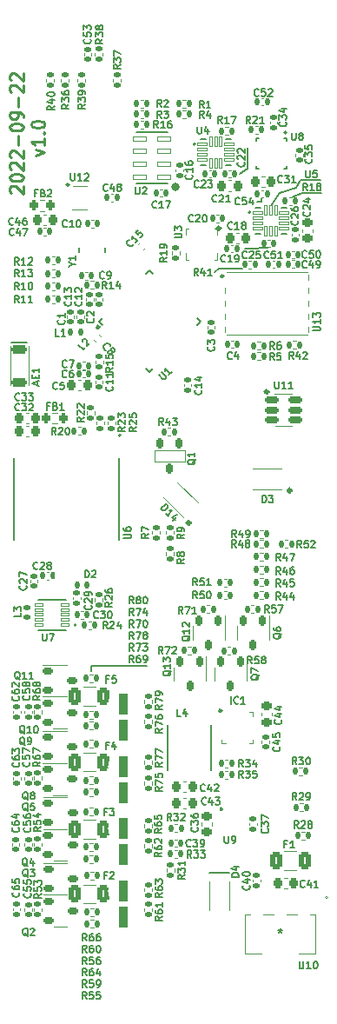
<source format=gto>
%TF.GenerationSoftware,KiCad,Pcbnew,(6.0.1)*%
%TF.CreationDate,2022-09-22T22:33:38+02:00*%
%TF.ProjectId,kp-ptr,6b702d70-7472-42e6-9b69-6361645f7063,rev?*%
%TF.SameCoordinates,Original*%
%TF.FileFunction,Legend,Top*%
%TF.FilePolarity,Positive*%
%FSLAX46Y46*%
G04 Gerber Fmt 4.6, Leading zero omitted, Abs format (unit mm)*
G04 Created by KiCad (PCBNEW (6.0.1)) date 2022-09-22 22:33:38*
%MOMM*%
%LPD*%
G01*
G04 APERTURE LIST*
G04 Aperture macros list*
%AMRoundRect*
0 Rectangle with rounded corners*
0 $1 Rounding radius*
0 $2 $3 $4 $5 $6 $7 $8 $9 X,Y pos of 4 corners*
0 Add a 4 corners polygon primitive as box body*
4,1,4,$2,$3,$4,$5,$6,$7,$8,$9,$2,$3,0*
0 Add four circle primitives for the rounded corners*
1,1,$1+$1,$2,$3*
1,1,$1+$1,$4,$5*
1,1,$1+$1,$6,$7*
1,1,$1+$1,$8,$9*
0 Add four rect primitives between the rounded corners*
20,1,$1+$1,$2,$3,$4,$5,0*
20,1,$1+$1,$4,$5,$6,$7,0*
20,1,$1+$1,$6,$7,$8,$9,0*
20,1,$1+$1,$8,$9,$2,$3,0*%
%AMRotRect*
0 Rectangle, with rotation*
0 The origin of the aperture is its center*
0 $1 length*
0 $2 width*
0 $3 Rotation angle, in degrees counterclockwise*
0 Add horizontal line*
21,1,$1,$2,0,0,$3*%
G04 Aperture macros list end*
%ADD10C,0.150000*%
%ADD11C,0.250000*%
%ADD12C,0.140000*%
%ADD13C,0.100000*%
%ADD14C,0.120000*%
%ADD15C,0.127000*%
%ADD16C,0.343981*%
%ADD17C,0.200000*%
%ADD18C,0.300000*%
%ADD19C,0.400000*%
%ADD20C,2.850000*%
%ADD21RoundRect,0.147500X0.147500X0.172500X-0.147500X0.172500X-0.147500X-0.172500X0.147500X-0.172500X0*%
%ADD22RoundRect,0.135000X-0.135000X-0.185000X0.135000X-0.185000X0.135000X0.185000X-0.135000X0.185000X0*%
%ADD23RoundRect,0.135000X0.135000X0.185000X-0.135000X0.185000X-0.135000X-0.185000X0.135000X-0.185000X0*%
%ADD24RoundRect,0.135000X-0.185000X0.135000X-0.185000X-0.135000X0.185000X-0.135000X0.185000X0.135000X0*%
%ADD25RoundRect,0.175000X-0.325000X-0.175000X0.325000X-0.175000X0.325000X0.175000X-0.325000X0.175000X0*%
%ADD26RoundRect,0.140000X0.170000X-0.140000X0.170000X0.140000X-0.170000X0.140000X-0.170000X-0.140000X0*%
%ADD27RoundRect,0.135000X0.185000X-0.135000X0.185000X0.135000X-0.185000X0.135000X-0.185000X-0.135000X0*%
%ADD28RoundRect,0.225000X0.225000X0.250000X-0.225000X0.250000X-0.225000X-0.250000X0.225000X-0.250000X0*%
%ADD29R,0.800000X0.300000*%
%ADD30R,0.300000X0.800000*%
%ADD31R,1.750000X1.750000*%
%ADD32RoundRect,0.250000X0.375000X0.625000X-0.375000X0.625000X-0.375000X-0.625000X0.375000X-0.625000X0*%
%ADD33RoundRect,0.140000X0.140000X0.170000X-0.140000X0.170000X-0.140000X-0.170000X0.140000X-0.170000X0*%
%ADD34RoundRect,0.140000X-0.170000X0.140000X-0.170000X-0.140000X0.170000X-0.140000X0.170000X0.140000X0*%
%ADD35R,0.650000X0.400000*%
%ADD36R,1.150000X1.400000*%
%ADD37RoundRect,0.225000X-0.250000X0.225000X-0.250000X-0.225000X0.250000X-0.225000X0.250000X0.225000X0*%
%ADD38RoundRect,0.147500X-0.172500X0.147500X-0.172500X-0.147500X0.172500X-0.147500X0.172500X0.147500X0*%
%ADD39R,0.609600X0.304800*%
%ADD40R,1.092200X1.701800*%
%ADD41R,0.250000X0.728000*%
%ADD42R,0.728000X0.250000*%
%ADD43R,0.728000X0.252000*%
%ADD44R,0.728000X0.260000*%
%ADD45R,0.252000X0.728000*%
%ADD46RoundRect,0.250000X-0.375000X-0.625000X0.375000X-0.625000X0.375000X0.625000X-0.375000X0.625000X0*%
%ADD47RoundRect,0.140000X-0.140000X-0.170000X0.140000X-0.170000X0.140000X0.170000X-0.140000X0.170000X0*%
%ADD48RoundRect,0.008100X0.386900X0.126900X-0.386900X0.126900X-0.386900X-0.126900X0.386900X-0.126900X0*%
%ADD49R,1.240000X2.130000*%
%ADD50R,0.950000X0.450000*%
%ADD51R,3.450000X4.350000*%
%ADD52RoundRect,0.147500X-0.147500X-0.172500X0.147500X-0.172500X0.147500X0.172500X-0.147500X0.172500X0*%
%ADD53RoundRect,0.175000X-0.175000X0.325000X-0.175000X-0.325000X0.175000X-0.325000X0.175000X0.325000X0*%
%ADD54RoundRect,0.200000X-0.600000X0.200000X-0.600000X-0.200000X0.600000X-0.200000X0.600000X0.200000X0*%
%ADD55R,0.900000X1.200000*%
%ADD56RoundRect,0.140000X0.021213X-0.219203X0.219203X-0.021213X-0.021213X0.219203X-0.219203X0.021213X0*%
%ADD57RoundRect,0.006600X-0.208597X-0.354826X0.354826X0.208597X0.208597X0.354826X-0.354826X-0.208597X0*%
%ADD58RoundRect,0.022000X0.208597X-0.333047X0.333047X-0.208597X-0.208597X0.333047X-0.333047X0.208597X0*%
%ADD59RotRect,4.000000X4.000000X45.000000*%
%ADD60RoundRect,0.200000X-0.200000X-0.275000X0.200000X-0.275000X0.200000X0.275000X-0.200000X0.275000X0*%
%ADD61R,0.300000X0.855000*%
%ADD62R,0.855000X0.300000*%
%ADD63RoundRect,0.225000X0.250000X-0.225000X0.250000X0.225000X-0.250000X0.225000X-0.250000X-0.225000X0*%
%ADD64RoundRect,0.021200X0.633800X0.243800X-0.633800X0.243800X-0.633800X-0.243800X0.633800X-0.243800X0*%
%ADD65R,1.200000X0.900000*%
%ADD66O,0.800000X1.800000*%
%ADD67RoundRect,0.147500X0.017678X-0.226274X0.226274X-0.017678X-0.017678X0.226274X-0.226274X0.017678X0*%
%ADD68RoundRect,0.225000X-0.225000X-0.250000X0.225000X-0.250000X0.225000X0.250000X-0.225000X0.250000X0*%
%ADD69R,2.200000X1.900000*%
%ADD70RoundRect,0.200000X0.200000X0.275000X-0.200000X0.275000X-0.200000X-0.275000X0.200000X-0.275000X0*%
%ADD71RotRect,0.900000X1.200000X135.000000*%
%ADD72R,0.850800X1.761200*%
%ADD73R,3.150799X1.761200*%
%ADD74RoundRect,0.140000X0.219203X0.021213X0.021213X0.219203X-0.219203X-0.021213X-0.021213X-0.219203X0*%
%ADD75RoundRect,0.150000X-0.512500X-0.150000X0.512500X-0.150000X0.512500X0.150000X-0.512500X0.150000X0*%
%ADD76RoundRect,0.031500X-0.430000X-0.143500X0.430000X-0.143500X0.430000X0.143500X-0.430000X0.143500X0*%
%ADD77RoundRect,0.031500X0.143500X-0.428000X0.143500X0.428000X-0.143500X0.428000X-0.143500X-0.428000X0*%
%ADD78RoundRect,0.031500X0.430000X0.143500X-0.430000X0.143500X-0.430000X-0.143500X0.430000X-0.143500X0*%
%ADD79RoundRect,0.031500X-0.143500X0.428000X-0.143500X-0.428000X0.143500X-0.428000X0.143500X0.428000X0*%
%ADD80R,1.000000X1.000000*%
%ADD81O,1.000000X1.000000*%
%ADD82O,2.000000X2.500000*%
%ADD83O,2.000000X3.000000*%
%ADD84R,2.413000X4.572000*%
%ADD85C,0.700000*%
%ADD86O,3.200000X1.300000*%
%ADD87O,2.500000X1.300000*%
%ADD88RoundRect,1.050000X0.450000X0.000000X0.450000X0.000000X-0.450000X0.000000X-0.450000X0.000000X0*%
%ADD89R,1.500000X5.080000*%
%ADD90C,2.000000*%
%ADD91R,2.000000X2.000000*%
%ADD92R,3.302000X2.286000*%
%ADD93R,3.302000X2.447000*%
G04 APERTURE END LIST*
D10*
X165658800Y-50952400D02*
X166116000Y-50952400D01*
X169926000Y-48818800D02*
X169468800Y-49580800D01*
X154940000Y-96113600D02*
X149504400Y-96113600D01*
X164744400Y-47701200D02*
X163982400Y-48209200D01*
X171907200Y-50088800D02*
X170027600Y-50088800D01*
X149504400Y-96113600D02*
X149504400Y-96672400D01*
X166116000Y-50952400D02*
X166116000Y-50596800D01*
X167843200Y-50088800D02*
X167081200Y-51155600D01*
X164744400Y-45720000D02*
X164744400Y-47701200D01*
X165760400Y-55524400D02*
X165912800Y-55422800D01*
X171856400Y-48818800D02*
X169926000Y-48818800D01*
X161544000Y-57810400D02*
X161950400Y-57454800D01*
X164490400Y-55524400D02*
X165760400Y-55524400D01*
X165912800Y-55422800D02*
X166674800Y-55422800D01*
X170027600Y-50088800D02*
X169063641Y-50470800D01*
X169468800Y-49580800D02*
X167843200Y-50088800D01*
X164185600Y-57454800D02*
X161950400Y-57454800D01*
D11*
X141672204Y-50075371D02*
X141610300Y-50018228D01*
X141548395Y-49903942D01*
X141548395Y-49618228D01*
X141610300Y-49503942D01*
X141672204Y-49446800D01*
X141796014Y-49389657D01*
X141919823Y-49389657D01*
X142105538Y-49446800D01*
X142848395Y-50132514D01*
X142848395Y-49389657D01*
X141548395Y-48646800D02*
X141548395Y-48532514D01*
X141610300Y-48418228D01*
X141672204Y-48361085D01*
X141796014Y-48303942D01*
X142043633Y-48246800D01*
X142353157Y-48246800D01*
X142600776Y-48303942D01*
X142724585Y-48361085D01*
X142786490Y-48418228D01*
X142848395Y-48532514D01*
X142848395Y-48646800D01*
X142786490Y-48761085D01*
X142724585Y-48818228D01*
X142600776Y-48875371D01*
X142353157Y-48932514D01*
X142043633Y-48932514D01*
X141796014Y-48875371D01*
X141672204Y-48818228D01*
X141610300Y-48761085D01*
X141548395Y-48646800D01*
X141672204Y-47789657D02*
X141610300Y-47732514D01*
X141548395Y-47618228D01*
X141548395Y-47332514D01*
X141610300Y-47218228D01*
X141672204Y-47161085D01*
X141796014Y-47103942D01*
X141919823Y-47103942D01*
X142105538Y-47161085D01*
X142848395Y-47846800D01*
X142848395Y-47103942D01*
X141672204Y-46646800D02*
X141610300Y-46589657D01*
X141548395Y-46475371D01*
X141548395Y-46189657D01*
X141610300Y-46075371D01*
X141672204Y-46018228D01*
X141796014Y-45961085D01*
X141919823Y-45961085D01*
X142105538Y-46018228D01*
X142848395Y-46703942D01*
X142848395Y-45961085D01*
X142353157Y-45446800D02*
X142353157Y-44532514D01*
X141548395Y-43732514D02*
X141548395Y-43618228D01*
X141610300Y-43503942D01*
X141672204Y-43446800D01*
X141796014Y-43389657D01*
X142043633Y-43332514D01*
X142353157Y-43332514D01*
X142600776Y-43389657D01*
X142724585Y-43446800D01*
X142786490Y-43503942D01*
X142848395Y-43618228D01*
X142848395Y-43732514D01*
X142786490Y-43846800D01*
X142724585Y-43903942D01*
X142600776Y-43961085D01*
X142353157Y-44018228D01*
X142043633Y-44018228D01*
X141796014Y-43961085D01*
X141672204Y-43903942D01*
X141610300Y-43846800D01*
X141548395Y-43732514D01*
X142848395Y-42761085D02*
X142848395Y-42532514D01*
X142786490Y-42418228D01*
X142724585Y-42361085D01*
X142538871Y-42246800D01*
X142291252Y-42189657D01*
X141796014Y-42189657D01*
X141672204Y-42246800D01*
X141610300Y-42303942D01*
X141548395Y-42418228D01*
X141548395Y-42646800D01*
X141610300Y-42761085D01*
X141672204Y-42818228D01*
X141796014Y-42875371D01*
X142105538Y-42875371D01*
X142229347Y-42818228D01*
X142291252Y-42761085D01*
X142353157Y-42646800D01*
X142353157Y-42418228D01*
X142291252Y-42303942D01*
X142229347Y-42246800D01*
X142105538Y-42189657D01*
X142353157Y-41675371D02*
X142353157Y-40761085D01*
X141672204Y-40246800D02*
X141610300Y-40189657D01*
X141548395Y-40075371D01*
X141548395Y-39789657D01*
X141610300Y-39675371D01*
X141672204Y-39618228D01*
X141796014Y-39561085D01*
X141919823Y-39561085D01*
X142105538Y-39618228D01*
X142848395Y-40303942D01*
X142848395Y-39561085D01*
X141672204Y-39103942D02*
X141610300Y-39046800D01*
X141548395Y-38932514D01*
X141548395Y-38646800D01*
X141610300Y-38532514D01*
X141672204Y-38475371D01*
X141796014Y-38418228D01*
X141919823Y-38418228D01*
X142105538Y-38475371D01*
X142848395Y-39161085D01*
X142848395Y-38418228D01*
X144074728Y-46418228D02*
X144941395Y-46132514D01*
X144074728Y-45846800D01*
X144941395Y-44761085D02*
X144941395Y-45446800D01*
X144941395Y-45103942D02*
X143641395Y-45103942D01*
X143827109Y-45218228D01*
X143950919Y-45332514D01*
X144012823Y-45446800D01*
X144817585Y-44246800D02*
X144879490Y-44189657D01*
X144941395Y-44246800D01*
X144879490Y-44303942D01*
X144817585Y-44246800D01*
X144941395Y-44246800D01*
X143641395Y-43446800D02*
X143641395Y-43332514D01*
X143703300Y-43218228D01*
X143765204Y-43161085D01*
X143889014Y-43103942D01*
X144136633Y-43046800D01*
X144446157Y-43046800D01*
X144693776Y-43103942D01*
X144817585Y-43161085D01*
X144879490Y-43218228D01*
X144941395Y-43332514D01*
X144941395Y-43446800D01*
X144879490Y-43561085D01*
X144817585Y-43618228D01*
X144693776Y-43675371D01*
X144446157Y-43732514D01*
X144136633Y-43732514D01*
X143889014Y-43675371D01*
X143765204Y-43618228D01*
X143703300Y-43561085D01*
X143641395Y-43446800D01*
D12*
%TO.C,D2*%
X148886133Y-87540266D02*
X148886133Y-86840266D01*
X149052800Y-86840266D01*
X149152800Y-86873600D01*
X149219466Y-86940266D01*
X149252800Y-87006933D01*
X149286133Y-87140266D01*
X149286133Y-87240266D01*
X149252800Y-87373600D01*
X149219466Y-87440266D01*
X149152800Y-87506933D01*
X149052800Y-87540266D01*
X148886133Y-87540266D01*
X149552800Y-86906933D02*
X149586133Y-86873600D01*
X149652800Y-86840266D01*
X149819466Y-86840266D01*
X149886133Y-86873600D01*
X149919466Y-86906933D01*
X149952800Y-86973600D01*
X149952800Y-87040266D01*
X149919466Y-87140266D01*
X149519466Y-87540266D01*
X149952800Y-87540266D01*
%TO.C,R50*%
X159824000Y-89572266D02*
X159590666Y-89238933D01*
X159424000Y-89572266D02*
X159424000Y-88872266D01*
X159690666Y-88872266D01*
X159757333Y-88905600D01*
X159790666Y-88938933D01*
X159824000Y-89005600D01*
X159824000Y-89105600D01*
X159790666Y-89172266D01*
X159757333Y-89205600D01*
X159690666Y-89238933D01*
X159424000Y-89238933D01*
X160457333Y-88872266D02*
X160124000Y-88872266D01*
X160090666Y-89205600D01*
X160124000Y-89172266D01*
X160190666Y-89138933D01*
X160357333Y-89138933D01*
X160424000Y-89172266D01*
X160457333Y-89205600D01*
X160490666Y-89272266D01*
X160490666Y-89438933D01*
X160457333Y-89505600D01*
X160424000Y-89538933D01*
X160357333Y-89572266D01*
X160190666Y-89572266D01*
X160124000Y-89538933D01*
X160090666Y-89505600D01*
X160924000Y-88872266D02*
X160990666Y-88872266D01*
X161057333Y-88905600D01*
X161090666Y-88938933D01*
X161124000Y-89005600D01*
X161157333Y-89138933D01*
X161157333Y-89305600D01*
X161124000Y-89438933D01*
X161090666Y-89505600D01*
X161057333Y-89538933D01*
X160990666Y-89572266D01*
X160924000Y-89572266D01*
X160857333Y-89538933D01*
X160824000Y-89505600D01*
X160790666Y-89438933D01*
X160757333Y-89305600D01*
X160757333Y-89138933D01*
X160790666Y-89005600D01*
X160824000Y-88938933D01*
X160857333Y-88905600D01*
X160924000Y-88872266D01*
D10*
%TO.C,R49*%
X163634000Y-83628666D02*
X163400666Y-83295333D01*
X163234000Y-83628666D02*
X163234000Y-82928666D01*
X163500666Y-82928666D01*
X163567333Y-82962000D01*
X163600666Y-82995333D01*
X163634000Y-83062000D01*
X163634000Y-83162000D01*
X163600666Y-83228666D01*
X163567333Y-83262000D01*
X163500666Y-83295333D01*
X163234000Y-83295333D01*
X164234000Y-83162000D02*
X164234000Y-83628666D01*
X164067333Y-82895333D02*
X163900666Y-83395333D01*
X164334000Y-83395333D01*
X164634000Y-83628666D02*
X164767333Y-83628666D01*
X164834000Y-83595333D01*
X164867333Y-83562000D01*
X164934000Y-83462000D01*
X164967333Y-83328666D01*
X164967333Y-83062000D01*
X164934000Y-82995333D01*
X164900666Y-82962000D01*
X164834000Y-82928666D01*
X164700666Y-82928666D01*
X164634000Y-82962000D01*
X164600666Y-82995333D01*
X164567333Y-83062000D01*
X164567333Y-83228666D01*
X164600666Y-83295333D01*
X164634000Y-83328666D01*
X164700666Y-83362000D01*
X164834000Y-83362000D01*
X164900666Y-83328666D01*
X164934000Y-83295333D01*
X164967333Y-83228666D01*
%TO.C,R26*%
X151548266Y-89959600D02*
X151214933Y-90192933D01*
X151548266Y-90359600D02*
X150848266Y-90359600D01*
X150848266Y-90092933D01*
X150881600Y-90026266D01*
X150914933Y-89992933D01*
X150981600Y-89959600D01*
X151081600Y-89959600D01*
X151148266Y-89992933D01*
X151181600Y-90026266D01*
X151214933Y-90092933D01*
X151214933Y-90359600D01*
X150914933Y-89692933D02*
X150881600Y-89659600D01*
X150848266Y-89592933D01*
X150848266Y-89426266D01*
X150881600Y-89359600D01*
X150914933Y-89326266D01*
X150981600Y-89292933D01*
X151048266Y-89292933D01*
X151148266Y-89326266D01*
X151548266Y-89726266D01*
X151548266Y-89292933D01*
X150848266Y-88692933D02*
X150848266Y-88826266D01*
X150881600Y-88892933D01*
X150914933Y-88926266D01*
X151014933Y-88992933D01*
X151148266Y-89026266D01*
X151414933Y-89026266D01*
X151481600Y-88992933D01*
X151514933Y-88959600D01*
X151548266Y-88892933D01*
X151548266Y-88759600D01*
X151514933Y-88692933D01*
X151481600Y-88659600D01*
X151414933Y-88626266D01*
X151248266Y-88626266D01*
X151181600Y-88659600D01*
X151148266Y-88692933D01*
X151114933Y-88759600D01*
X151114933Y-88892933D01*
X151148266Y-88959600D01*
X151181600Y-88992933D01*
X151248266Y-89026266D01*
%TO.C,Q11*%
X142551200Y-97462133D02*
X142484533Y-97428800D01*
X142417866Y-97362133D01*
X142317866Y-97262133D01*
X142251200Y-97228800D01*
X142184533Y-97228800D01*
X142217866Y-97395466D02*
X142151200Y-97362133D01*
X142084533Y-97295466D01*
X142051200Y-97162133D01*
X142051200Y-96928800D01*
X142084533Y-96795466D01*
X142151200Y-96728800D01*
X142217866Y-96695466D01*
X142351200Y-96695466D01*
X142417866Y-96728800D01*
X142484533Y-96795466D01*
X142517866Y-96928800D01*
X142517866Y-97162133D01*
X142484533Y-97295466D01*
X142417866Y-97362133D01*
X142351200Y-97395466D01*
X142217866Y-97395466D01*
X143184533Y-97395466D02*
X142784533Y-97395466D01*
X142984533Y-97395466D02*
X142984533Y-96695466D01*
X142917866Y-96795466D01*
X142851200Y-96862133D01*
X142784533Y-96895466D01*
X143851200Y-97395466D02*
X143451200Y-97395466D01*
X143651200Y-97395466D02*
X143651200Y-96695466D01*
X143584533Y-96795466D01*
X143517866Y-96862133D01*
X143451200Y-96895466D01*
%TO.C,R78*%
X153626400Y-93524506D02*
X153393066Y-93191173D01*
X153226400Y-93524506D02*
X153226400Y-92824506D01*
X153493066Y-92824506D01*
X153559733Y-92857840D01*
X153593066Y-92891173D01*
X153626400Y-92957840D01*
X153626400Y-93057840D01*
X153593066Y-93124506D01*
X153559733Y-93157840D01*
X153493066Y-93191173D01*
X153226400Y-93191173D01*
X153859733Y-92824506D02*
X154326400Y-92824506D01*
X154026400Y-93524506D01*
X154693066Y-93124506D02*
X154626400Y-93091173D01*
X154593066Y-93057840D01*
X154559733Y-92991173D01*
X154559733Y-92957840D01*
X154593066Y-92891173D01*
X154626400Y-92857840D01*
X154693066Y-92824506D01*
X154826400Y-92824506D01*
X154893066Y-92857840D01*
X154926400Y-92891173D01*
X154959733Y-92957840D01*
X154959733Y-92991173D01*
X154926400Y-93057840D01*
X154893066Y-93091173D01*
X154826400Y-93124506D01*
X154693066Y-93124506D01*
X154626400Y-93157840D01*
X154593066Y-93191173D01*
X154559733Y-93257840D01*
X154559733Y-93391173D01*
X154593066Y-93457840D01*
X154626400Y-93491173D01*
X154693066Y-93524506D01*
X154826400Y-93524506D01*
X154893066Y-93491173D01*
X154926400Y-93457840D01*
X154959733Y-93391173D01*
X154959733Y-93257840D01*
X154926400Y-93191173D01*
X154893066Y-93157840D01*
X154826400Y-93124506D01*
%TO.C,R73*%
X153626400Y-94672586D02*
X153393066Y-94339253D01*
X153226400Y-94672586D02*
X153226400Y-93972586D01*
X153493066Y-93972586D01*
X153559733Y-94005920D01*
X153593066Y-94039253D01*
X153626400Y-94105920D01*
X153626400Y-94205920D01*
X153593066Y-94272586D01*
X153559733Y-94305920D01*
X153493066Y-94339253D01*
X153226400Y-94339253D01*
X153859733Y-93972586D02*
X154326400Y-93972586D01*
X154026400Y-94672586D01*
X154526400Y-93972586D02*
X154959733Y-93972586D01*
X154726400Y-94239253D01*
X154826400Y-94239253D01*
X154893066Y-94272586D01*
X154926400Y-94305920D01*
X154959733Y-94372586D01*
X154959733Y-94539253D01*
X154926400Y-94605920D01*
X154893066Y-94639253D01*
X154826400Y-94672586D01*
X154626400Y-94672586D01*
X154559733Y-94639253D01*
X154526400Y-94605920D01*
%TO.C,Q10*%
X143008400Y-102745333D02*
X142941733Y-102712000D01*
X142875066Y-102645333D01*
X142775066Y-102545333D01*
X142708400Y-102512000D01*
X142641733Y-102512000D01*
X142675066Y-102678666D02*
X142608400Y-102645333D01*
X142541733Y-102578666D01*
X142508400Y-102445333D01*
X142508400Y-102212000D01*
X142541733Y-102078666D01*
X142608400Y-102012000D01*
X142675066Y-101978666D01*
X142808400Y-101978666D01*
X142875066Y-102012000D01*
X142941733Y-102078666D01*
X142975066Y-102212000D01*
X142975066Y-102445333D01*
X142941733Y-102578666D01*
X142875066Y-102645333D01*
X142808400Y-102678666D01*
X142675066Y-102678666D01*
X143641733Y-102678666D02*
X143241733Y-102678666D01*
X143441733Y-102678666D02*
X143441733Y-101978666D01*
X143375066Y-102078666D01*
X143308400Y-102145333D01*
X143241733Y-102178666D01*
X144075066Y-101978666D02*
X144141733Y-101978666D01*
X144208400Y-102012000D01*
X144241733Y-102045333D01*
X144275066Y-102112000D01*
X144308400Y-102245333D01*
X144308400Y-102412000D01*
X144275066Y-102545333D01*
X144241733Y-102612000D01*
X144208400Y-102645333D01*
X144141733Y-102678666D01*
X144075066Y-102678666D01*
X144008400Y-102645333D01*
X143975066Y-102612000D01*
X143941733Y-102545333D01*
X143908400Y-102412000D01*
X143908400Y-102245333D01*
X143941733Y-102112000D01*
X143975066Y-102045333D01*
X144008400Y-102012000D01*
X144075066Y-101978666D01*
%TO.C,C63*%
X142439200Y-105555200D02*
X142472533Y-105588533D01*
X142505866Y-105688533D01*
X142505866Y-105755200D01*
X142472533Y-105855200D01*
X142405866Y-105921866D01*
X142339200Y-105955200D01*
X142205866Y-105988533D01*
X142105866Y-105988533D01*
X141972533Y-105955200D01*
X141905866Y-105921866D01*
X141839200Y-105855200D01*
X141805866Y-105755200D01*
X141805866Y-105688533D01*
X141839200Y-105588533D01*
X141872533Y-105555200D01*
X141805866Y-104955200D02*
X141805866Y-105088533D01*
X141839200Y-105155200D01*
X141872533Y-105188533D01*
X141972533Y-105255200D01*
X142105866Y-105288533D01*
X142372533Y-105288533D01*
X142439200Y-105255200D01*
X142472533Y-105221866D01*
X142505866Y-105155200D01*
X142505866Y-105021866D01*
X142472533Y-104955200D01*
X142439200Y-104921866D01*
X142372533Y-104888533D01*
X142205866Y-104888533D01*
X142139200Y-104921866D01*
X142105866Y-104955200D01*
X142072533Y-105021866D01*
X142072533Y-105155200D01*
X142105866Y-105221866D01*
X142139200Y-105255200D01*
X142205866Y-105288533D01*
X141805866Y-104655200D02*
X141805866Y-104221866D01*
X142072533Y-104455200D01*
X142072533Y-104355200D01*
X142105866Y-104288533D01*
X142139200Y-104255200D01*
X142205866Y-104221866D01*
X142372533Y-104221866D01*
X142439200Y-104255200D01*
X142472533Y-104288533D01*
X142505866Y-104355200D01*
X142505866Y-104555200D01*
X142472533Y-104621866D01*
X142439200Y-104655200D01*
%TO.C,R43*%
X156522000Y-72706666D02*
X156288666Y-72373333D01*
X156122000Y-72706666D02*
X156122000Y-72006666D01*
X156388666Y-72006666D01*
X156455333Y-72040000D01*
X156488666Y-72073333D01*
X156522000Y-72140000D01*
X156522000Y-72240000D01*
X156488666Y-72306666D01*
X156455333Y-72340000D01*
X156388666Y-72373333D01*
X156122000Y-72373333D01*
X157122000Y-72240000D02*
X157122000Y-72706666D01*
X156955333Y-71973333D02*
X156788666Y-72473333D01*
X157222000Y-72473333D01*
X157422000Y-72006666D02*
X157855333Y-72006666D01*
X157622000Y-72273333D01*
X157722000Y-72273333D01*
X157788666Y-72306666D01*
X157822000Y-72340000D01*
X157855333Y-72406666D01*
X157855333Y-72573333D01*
X157822000Y-72640000D01*
X157788666Y-72673333D01*
X157722000Y-72706666D01*
X157522000Y-72706666D01*
X157455333Y-72673333D01*
X157422000Y-72640000D01*
%TO.C,R76*%
X156425066Y-102253200D02*
X156091733Y-102486533D01*
X156425066Y-102653200D02*
X155725066Y-102653200D01*
X155725066Y-102386533D01*
X155758400Y-102319866D01*
X155791733Y-102286533D01*
X155858400Y-102253200D01*
X155958400Y-102253200D01*
X156025066Y-102286533D01*
X156058400Y-102319866D01*
X156091733Y-102386533D01*
X156091733Y-102653200D01*
X155725066Y-102019866D02*
X155725066Y-101553200D01*
X156425066Y-101853200D01*
X155725066Y-100986533D02*
X155725066Y-101119866D01*
X155758400Y-101186533D01*
X155791733Y-101219866D01*
X155891733Y-101286533D01*
X156025066Y-101319866D01*
X156291733Y-101319866D01*
X156358400Y-101286533D01*
X156391733Y-101253200D01*
X156425066Y-101186533D01*
X156425066Y-101053200D01*
X156391733Y-100986533D01*
X156358400Y-100953200D01*
X156291733Y-100919866D01*
X156125066Y-100919866D01*
X156058400Y-100953200D01*
X156025066Y-100986533D01*
X155991733Y-101053200D01*
X155991733Y-101186533D01*
X156025066Y-101253200D01*
X156058400Y-101286533D01*
X156125066Y-101319866D01*
%TO.C,R48*%
X163602200Y-84593866D02*
X163368866Y-84260533D01*
X163202200Y-84593866D02*
X163202200Y-83893866D01*
X163468866Y-83893866D01*
X163535533Y-83927200D01*
X163568866Y-83960533D01*
X163602200Y-84027200D01*
X163602200Y-84127200D01*
X163568866Y-84193866D01*
X163535533Y-84227200D01*
X163468866Y-84260533D01*
X163202200Y-84260533D01*
X164202200Y-84127200D02*
X164202200Y-84593866D01*
X164035533Y-83860533D02*
X163868866Y-84360533D01*
X164302200Y-84360533D01*
X164668866Y-84193866D02*
X164602200Y-84160533D01*
X164568866Y-84127200D01*
X164535533Y-84060533D01*
X164535533Y-84027200D01*
X164568866Y-83960533D01*
X164602200Y-83927200D01*
X164668866Y-83893866D01*
X164802200Y-83893866D01*
X164868866Y-83927200D01*
X164902200Y-83960533D01*
X164935533Y-84027200D01*
X164935533Y-84060533D01*
X164902200Y-84127200D01*
X164868866Y-84160533D01*
X164802200Y-84193866D01*
X164668866Y-84193866D01*
X164602200Y-84227200D01*
X164568866Y-84260533D01*
X164535533Y-84327200D01*
X164535533Y-84460533D01*
X164568866Y-84527200D01*
X164602200Y-84560533D01*
X164668866Y-84593866D01*
X164802200Y-84593866D01*
X164868866Y-84560533D01*
X164902200Y-84527200D01*
X164935533Y-84460533D01*
X164935533Y-84327200D01*
X164902200Y-84260533D01*
X164868866Y-84227200D01*
X164802200Y-84193866D01*
%TO.C,R46*%
X167952000Y-87220800D02*
X167718666Y-86887467D01*
X167552000Y-87220800D02*
X167552000Y-86520800D01*
X167818666Y-86520800D01*
X167885333Y-86554134D01*
X167918666Y-86587467D01*
X167952000Y-86654134D01*
X167952000Y-86754134D01*
X167918666Y-86820800D01*
X167885333Y-86854134D01*
X167818666Y-86887467D01*
X167552000Y-86887467D01*
X168552000Y-86754134D02*
X168552000Y-87220800D01*
X168385333Y-86487467D02*
X168218666Y-86987467D01*
X168652000Y-86987467D01*
X169218666Y-86520800D02*
X169085333Y-86520800D01*
X169018666Y-86554134D01*
X168985333Y-86587467D01*
X168918666Y-86687467D01*
X168885333Y-86820800D01*
X168885333Y-87087467D01*
X168918666Y-87154134D01*
X168952000Y-87187467D01*
X169018666Y-87220800D01*
X169152000Y-87220800D01*
X169218666Y-87187467D01*
X169252000Y-87154134D01*
X169285333Y-87087467D01*
X169285333Y-86920800D01*
X169252000Y-86854134D01*
X169218666Y-86820800D01*
X169152000Y-86787467D01*
X169018666Y-86787467D01*
X168952000Y-86820800D01*
X168918666Y-86854134D01*
X168885333Y-86920800D01*
%TO.C,R19*%
X156880666Y-56380800D02*
X156547333Y-56614133D01*
X156880666Y-56780800D02*
X156180666Y-56780800D01*
X156180666Y-56514133D01*
X156214000Y-56447466D01*
X156247333Y-56414133D01*
X156314000Y-56380800D01*
X156414000Y-56380800D01*
X156480666Y-56414133D01*
X156514000Y-56447466D01*
X156547333Y-56514133D01*
X156547333Y-56780800D01*
X156880666Y-55714133D02*
X156880666Y-56114133D01*
X156880666Y-55914133D02*
X156180666Y-55914133D01*
X156280666Y-55980800D01*
X156347333Y-56047466D01*
X156380666Y-56114133D01*
X156880666Y-55380800D02*
X156880666Y-55247466D01*
X156847333Y-55180800D01*
X156814000Y-55147466D01*
X156714000Y-55080800D01*
X156580666Y-55047466D01*
X156314000Y-55047466D01*
X156247333Y-55080800D01*
X156214000Y-55114133D01*
X156180666Y-55180800D01*
X156180666Y-55314133D01*
X156214000Y-55380800D01*
X156247333Y-55414133D01*
X156314000Y-55447466D01*
X156480666Y-55447466D01*
X156547333Y-55414133D01*
X156580666Y-55380800D01*
X156614000Y-55314133D01*
X156614000Y-55180800D01*
X156580666Y-55114133D01*
X156547333Y-55080800D01*
X156480666Y-55047466D01*
%TO.C,C5*%
X146187333Y-69134800D02*
X146154000Y-69168133D01*
X146054000Y-69201466D01*
X145987333Y-69201466D01*
X145887333Y-69168133D01*
X145820666Y-69101466D01*
X145787333Y-69034800D01*
X145754000Y-68901466D01*
X145754000Y-68801466D01*
X145787333Y-68668133D01*
X145820666Y-68601466D01*
X145887333Y-68534800D01*
X145987333Y-68501466D01*
X146054000Y-68501466D01*
X146154000Y-68534800D01*
X146187333Y-68568133D01*
X146820666Y-68501466D02*
X146487333Y-68501466D01*
X146454000Y-68834800D01*
X146487333Y-68801466D01*
X146554000Y-68768133D01*
X146720666Y-68768133D01*
X146787333Y-68801466D01*
X146820666Y-68834800D01*
X146854000Y-68901466D01*
X146854000Y-69068133D01*
X146820666Y-69134800D01*
X146787333Y-69168133D01*
X146720666Y-69201466D01*
X146554000Y-69201466D01*
X146487333Y-69168133D01*
X146454000Y-69134800D01*
%TO.C,IC1*%
X163095866Y-99833866D02*
X163095866Y-99133866D01*
X163829200Y-99767200D02*
X163795866Y-99800533D01*
X163695866Y-99833866D01*
X163629200Y-99833866D01*
X163529200Y-99800533D01*
X163462533Y-99733866D01*
X163429200Y-99667200D01*
X163395866Y-99533866D01*
X163395866Y-99433866D01*
X163429200Y-99300533D01*
X163462533Y-99233866D01*
X163529200Y-99167200D01*
X163629200Y-99133866D01*
X163695866Y-99133866D01*
X163795866Y-99167200D01*
X163829200Y-99200533D01*
X164495866Y-99833866D02*
X164095866Y-99833866D01*
X164295866Y-99833866D02*
X164295866Y-99133866D01*
X164229200Y-99233866D01*
X164162533Y-99300533D01*
X164095866Y-99333866D01*
%TO.C,R54*%
X144588666Y-111847459D02*
X144255333Y-112080792D01*
X144588666Y-112247459D02*
X143888666Y-112247459D01*
X143888666Y-111980792D01*
X143922000Y-111914125D01*
X143955333Y-111880792D01*
X144022000Y-111847459D01*
X144122000Y-111847459D01*
X144188666Y-111880792D01*
X144222000Y-111914125D01*
X144255333Y-111980792D01*
X144255333Y-112247459D01*
X143888666Y-111214125D02*
X143888666Y-111547459D01*
X144222000Y-111580792D01*
X144188666Y-111547459D01*
X144155333Y-111480792D01*
X144155333Y-111314125D01*
X144188666Y-111247459D01*
X144222000Y-111214125D01*
X144288666Y-111180792D01*
X144455333Y-111180792D01*
X144522000Y-111214125D01*
X144555333Y-111247459D01*
X144588666Y-111314125D01*
X144588666Y-111480792D01*
X144555333Y-111547459D01*
X144522000Y-111580792D01*
X144122000Y-110580792D02*
X144588666Y-110580792D01*
X143855333Y-110747459D02*
X144355333Y-110914125D01*
X144355333Y-110480792D01*
%TO.C,F1*%
X168561443Y-113513266D02*
X168328110Y-113513266D01*
X168328110Y-113879932D02*
X168328110Y-113179932D01*
X168661443Y-113179932D01*
X169294777Y-113879932D02*
X168894777Y-113879932D01*
X169094777Y-113879932D02*
X169094777Y-113179932D01*
X169028110Y-113279932D01*
X168961443Y-113346599D01*
X168894777Y-113379932D01*
%TO.C,C33*%
X142500000Y-70220000D02*
X142466666Y-70253333D01*
X142366666Y-70286666D01*
X142300000Y-70286666D01*
X142200000Y-70253333D01*
X142133333Y-70186666D01*
X142100000Y-70120000D01*
X142066666Y-69986666D01*
X142066666Y-69886666D01*
X142100000Y-69753333D01*
X142133333Y-69686666D01*
X142200000Y-69620000D01*
X142300000Y-69586666D01*
X142366666Y-69586666D01*
X142466666Y-69620000D01*
X142500000Y-69653333D01*
X142733333Y-69586666D02*
X143166666Y-69586666D01*
X142933333Y-69853333D01*
X143033333Y-69853333D01*
X143100000Y-69886666D01*
X143133333Y-69920000D01*
X143166666Y-69986666D01*
X143166666Y-70153333D01*
X143133333Y-70220000D01*
X143100000Y-70253333D01*
X143033333Y-70286666D01*
X142833333Y-70286666D01*
X142766666Y-70253333D01*
X142733333Y-70220000D01*
X143400000Y-69586666D02*
X143833333Y-69586666D01*
X143600000Y-69853333D01*
X143700000Y-69853333D01*
X143766666Y-69886666D01*
X143800000Y-69920000D01*
X143833333Y-69986666D01*
X143833333Y-70153333D01*
X143800000Y-70220000D01*
X143766666Y-70253333D01*
X143700000Y-70286666D01*
X143500000Y-70286666D01*
X143433333Y-70253333D01*
X143400000Y-70220000D01*
%TO.C,R47*%
X167952000Y-85910734D02*
X167718666Y-85577401D01*
X167552000Y-85910734D02*
X167552000Y-85210734D01*
X167818666Y-85210734D01*
X167885333Y-85244068D01*
X167918666Y-85277401D01*
X167952000Y-85344068D01*
X167952000Y-85444068D01*
X167918666Y-85510734D01*
X167885333Y-85544068D01*
X167818666Y-85577401D01*
X167552000Y-85577401D01*
X168552000Y-85444068D02*
X168552000Y-85910734D01*
X168385333Y-85177401D02*
X168218666Y-85677401D01*
X168652000Y-85677401D01*
X168852000Y-85210734D02*
X169318666Y-85210734D01*
X169018666Y-85910734D01*
%TO.C,R14*%
X150984800Y-59397066D02*
X150751466Y-59063733D01*
X150584800Y-59397066D02*
X150584800Y-58697066D01*
X150851466Y-58697066D01*
X150918133Y-58730400D01*
X150951466Y-58763733D01*
X150984800Y-58830400D01*
X150984800Y-58930400D01*
X150951466Y-58997066D01*
X150918133Y-59030400D01*
X150851466Y-59063733D01*
X150584800Y-59063733D01*
X151651466Y-59397066D02*
X151251466Y-59397066D01*
X151451466Y-59397066D02*
X151451466Y-58697066D01*
X151384800Y-58797066D01*
X151318133Y-58863733D01*
X151251466Y-58897066D01*
X152251466Y-58930400D02*
X152251466Y-59397066D01*
X152084800Y-58663733D02*
X151918133Y-59163733D01*
X152351466Y-59163733D01*
%TO.C,C7*%
X147101733Y-67001200D02*
X147068400Y-67034533D01*
X146968400Y-67067866D01*
X146901733Y-67067866D01*
X146801733Y-67034533D01*
X146735066Y-66967866D01*
X146701733Y-66901200D01*
X146668400Y-66767866D01*
X146668400Y-66667866D01*
X146701733Y-66534533D01*
X146735066Y-66467866D01*
X146801733Y-66401200D01*
X146901733Y-66367866D01*
X146968400Y-66367866D01*
X147068400Y-66401200D01*
X147101733Y-66434533D01*
X147335066Y-66367866D02*
X147801733Y-66367866D01*
X147501733Y-67067866D01*
%TO.C,C52*%
X165818400Y-40585200D02*
X165785066Y-40618533D01*
X165685066Y-40651866D01*
X165618400Y-40651866D01*
X165518400Y-40618533D01*
X165451733Y-40551866D01*
X165418400Y-40485200D01*
X165385066Y-40351866D01*
X165385066Y-40251866D01*
X165418400Y-40118533D01*
X165451733Y-40051866D01*
X165518400Y-39985200D01*
X165618400Y-39951866D01*
X165685066Y-39951866D01*
X165785066Y-39985200D01*
X165818400Y-40018533D01*
X166451733Y-39951866D02*
X166118400Y-39951866D01*
X166085066Y-40285200D01*
X166118400Y-40251866D01*
X166185066Y-40218533D01*
X166351733Y-40218533D01*
X166418400Y-40251866D01*
X166451733Y-40285200D01*
X166485066Y-40351866D01*
X166485066Y-40518533D01*
X166451733Y-40585200D01*
X166418400Y-40618533D01*
X166351733Y-40651866D01*
X166185066Y-40651866D01*
X166118400Y-40618533D01*
X166085066Y-40585200D01*
X166751733Y-40018533D02*
X166785066Y-39985200D01*
X166851733Y-39951866D01*
X167018400Y-39951866D01*
X167085066Y-39985200D01*
X167118400Y-40018533D01*
X167151733Y-40085200D01*
X167151733Y-40151866D01*
X167118400Y-40251866D01*
X166718400Y-40651866D01*
X167151733Y-40651866D01*
%TO.C,C53*%
X149398800Y-35095600D02*
X149432133Y-35128933D01*
X149465466Y-35228933D01*
X149465466Y-35295600D01*
X149432133Y-35395600D01*
X149365466Y-35462266D01*
X149298800Y-35495600D01*
X149165466Y-35528933D01*
X149065466Y-35528933D01*
X148932133Y-35495600D01*
X148865466Y-35462266D01*
X148798800Y-35395600D01*
X148765466Y-35295600D01*
X148765466Y-35228933D01*
X148798800Y-35128933D01*
X148832133Y-35095600D01*
X148765466Y-34462266D02*
X148765466Y-34795600D01*
X149098800Y-34828933D01*
X149065466Y-34795600D01*
X149032133Y-34728933D01*
X149032133Y-34562266D01*
X149065466Y-34495600D01*
X149098800Y-34462266D01*
X149165466Y-34428933D01*
X149332133Y-34428933D01*
X149398800Y-34462266D01*
X149432133Y-34495600D01*
X149465466Y-34562266D01*
X149465466Y-34728933D01*
X149432133Y-34795600D01*
X149398800Y-34828933D01*
X148765466Y-34195600D02*
X148765466Y-33762266D01*
X149032133Y-33995600D01*
X149032133Y-33895600D01*
X149065466Y-33828933D01*
X149098800Y-33795600D01*
X149165466Y-33762266D01*
X149332133Y-33762266D01*
X149398800Y-33795600D01*
X149432133Y-33828933D01*
X149465466Y-33895600D01*
X149465466Y-34095600D01*
X149432133Y-34162266D01*
X149398800Y-34195600D01*
%TO.C,R7*%
X155104266Y-83276266D02*
X154770933Y-83509600D01*
X155104266Y-83676266D02*
X154404266Y-83676266D01*
X154404266Y-83409600D01*
X154437600Y-83342933D01*
X154470933Y-83309600D01*
X154537600Y-83276266D01*
X154637600Y-83276266D01*
X154704266Y-83309600D01*
X154737600Y-83342933D01*
X154770933Y-83409600D01*
X154770933Y-83676266D01*
X154404266Y-83042933D02*
X154404266Y-82576266D01*
X155104266Y-82876266D01*
%TO.C,U12*%
X147485333Y-48162666D02*
X147485333Y-48729333D01*
X147518666Y-48796000D01*
X147552000Y-48829333D01*
X147618666Y-48862666D01*
X147752000Y-48862666D01*
X147818666Y-48829333D01*
X147852000Y-48796000D01*
X147885333Y-48729333D01*
X147885333Y-48162666D01*
X148585333Y-48862666D02*
X148185333Y-48862666D01*
X148385333Y-48862666D02*
X148385333Y-48162666D01*
X148318666Y-48262666D01*
X148252000Y-48329333D01*
X148185333Y-48362666D01*
X148852000Y-48229333D02*
X148885333Y-48196000D01*
X148952000Y-48162666D01*
X149118666Y-48162666D01*
X149185333Y-48196000D01*
X149218666Y-48229333D01*
X149252000Y-48296000D01*
X149252000Y-48362666D01*
X149218666Y-48462666D01*
X148818666Y-48862666D01*
X149252000Y-48862666D01*
%TO.C,R4*%
X160462133Y-42785466D02*
X160228800Y-42452133D01*
X160062133Y-42785466D02*
X160062133Y-42085466D01*
X160328800Y-42085466D01*
X160395466Y-42118800D01*
X160428800Y-42152133D01*
X160462133Y-42218800D01*
X160462133Y-42318800D01*
X160428800Y-42385466D01*
X160395466Y-42418800D01*
X160328800Y-42452133D01*
X160062133Y-42452133D01*
X161062133Y-42318800D02*
X161062133Y-42785466D01*
X160895466Y-42052133D02*
X160728800Y-42552133D01*
X161162133Y-42552133D01*
%TO.C,R20*%
X146060000Y-73626666D02*
X145826666Y-73293333D01*
X145660000Y-73626666D02*
X145660000Y-72926666D01*
X145926666Y-72926666D01*
X145993333Y-72960000D01*
X146026666Y-72993333D01*
X146060000Y-73060000D01*
X146060000Y-73160000D01*
X146026666Y-73226666D01*
X145993333Y-73260000D01*
X145926666Y-73293333D01*
X145660000Y-73293333D01*
X146326666Y-72993333D02*
X146360000Y-72960000D01*
X146426666Y-72926666D01*
X146593333Y-72926666D01*
X146660000Y-72960000D01*
X146693333Y-72993333D01*
X146726666Y-73060000D01*
X146726666Y-73126666D01*
X146693333Y-73226666D01*
X146293333Y-73626666D01*
X146726666Y-73626666D01*
X147160000Y-72926666D02*
X147226666Y-72926666D01*
X147293333Y-72960000D01*
X147326666Y-72993333D01*
X147360000Y-73060000D01*
X147393333Y-73193333D01*
X147393333Y-73360000D01*
X147360000Y-73493333D01*
X147326666Y-73560000D01*
X147293333Y-73593333D01*
X147226666Y-73626666D01*
X147160000Y-73626666D01*
X147093333Y-73593333D01*
X147060000Y-73560000D01*
X147026666Y-73493333D01*
X146993333Y-73360000D01*
X146993333Y-73193333D01*
X147026666Y-73060000D01*
X147060000Y-72993333D01*
X147093333Y-72960000D01*
X147160000Y-72926666D01*
%TO.C,R59*%
X149054400Y-127448746D02*
X148821066Y-127115413D01*
X148654400Y-127448746D02*
X148654400Y-126748746D01*
X148921066Y-126748746D01*
X148987733Y-126782080D01*
X149021066Y-126815413D01*
X149054400Y-126882080D01*
X149054400Y-126982080D01*
X149021066Y-127048746D01*
X148987733Y-127082080D01*
X148921066Y-127115413D01*
X148654400Y-127115413D01*
X149687733Y-126748746D02*
X149354400Y-126748746D01*
X149321066Y-127082080D01*
X149354400Y-127048746D01*
X149421066Y-127015413D01*
X149587733Y-127015413D01*
X149654400Y-127048746D01*
X149687733Y-127082080D01*
X149721066Y-127148746D01*
X149721066Y-127315413D01*
X149687733Y-127382080D01*
X149654400Y-127415413D01*
X149587733Y-127448746D01*
X149421066Y-127448746D01*
X149354400Y-127415413D01*
X149321066Y-127382080D01*
X150054400Y-127448746D02*
X150187733Y-127448746D01*
X150254400Y-127415413D01*
X150287733Y-127382080D01*
X150354400Y-127282080D01*
X150387733Y-127148746D01*
X150387733Y-126882080D01*
X150354400Y-126815413D01*
X150321066Y-126782080D01*
X150254400Y-126748746D01*
X150121066Y-126748746D01*
X150054400Y-126782080D01*
X150021066Y-126815413D01*
X149987733Y-126882080D01*
X149987733Y-127048746D01*
X150021066Y-127115413D01*
X150054400Y-127148746D01*
X150121066Y-127182080D01*
X150254400Y-127182080D01*
X150321066Y-127148746D01*
X150354400Y-127115413D01*
X150387733Y-127048746D01*
%TO.C,R29*%
X169508079Y-109205765D02*
X169274745Y-108872432D01*
X169108079Y-109205765D02*
X169108079Y-108505765D01*
X169374745Y-108505765D01*
X169441412Y-108539099D01*
X169474745Y-108572432D01*
X169508079Y-108639099D01*
X169508079Y-108739099D01*
X169474745Y-108805765D01*
X169441412Y-108839099D01*
X169374745Y-108872432D01*
X169108079Y-108872432D01*
X169774745Y-108572432D02*
X169808079Y-108539099D01*
X169874745Y-108505765D01*
X170041412Y-108505765D01*
X170108079Y-108539099D01*
X170141412Y-108572432D01*
X170174745Y-108639099D01*
X170174745Y-108705765D01*
X170141412Y-108805765D01*
X169741412Y-109205765D01*
X170174745Y-109205765D01*
X170508079Y-109205765D02*
X170641412Y-109205765D01*
X170708079Y-109172432D01*
X170741412Y-109139099D01*
X170808079Y-109039099D01*
X170841412Y-108905765D01*
X170841412Y-108639099D01*
X170808079Y-108572432D01*
X170774745Y-108539099D01*
X170708079Y-108505765D01*
X170574745Y-108505765D01*
X170508079Y-108539099D01*
X170474745Y-108572432D01*
X170441412Y-108639099D01*
X170441412Y-108805765D01*
X170474745Y-108872432D01*
X170508079Y-108905765D01*
X170574745Y-108939099D01*
X170708079Y-108939099D01*
X170774745Y-108905765D01*
X170808079Y-108872432D01*
X170841412Y-108805765D01*
%TO.C,C37*%
X166687800Y-111999650D02*
X166721133Y-112032983D01*
X166754466Y-112132983D01*
X166754466Y-112199650D01*
X166721133Y-112299650D01*
X166654466Y-112366316D01*
X166587800Y-112399650D01*
X166454466Y-112432983D01*
X166354466Y-112432983D01*
X166221133Y-112399650D01*
X166154466Y-112366316D01*
X166087800Y-112299650D01*
X166054466Y-112199650D01*
X166054466Y-112132983D01*
X166087800Y-112032983D01*
X166121133Y-111999650D01*
X166054466Y-111766316D02*
X166054466Y-111332983D01*
X166321133Y-111566316D01*
X166321133Y-111466316D01*
X166354466Y-111399650D01*
X166387800Y-111366316D01*
X166454466Y-111332983D01*
X166621133Y-111332983D01*
X166687800Y-111366316D01*
X166721133Y-111399650D01*
X166754466Y-111466316D01*
X166754466Y-111666316D01*
X166721133Y-111732983D01*
X166687800Y-111766316D01*
X166054466Y-111099650D02*
X166054466Y-110632983D01*
X166754466Y-110932983D01*
%TO.C,R77*%
X156425066Y-105555200D02*
X156091733Y-105788533D01*
X156425066Y-105955200D02*
X155725066Y-105955200D01*
X155725066Y-105688533D01*
X155758400Y-105621866D01*
X155791733Y-105588533D01*
X155858400Y-105555200D01*
X155958400Y-105555200D01*
X156025066Y-105588533D01*
X156058400Y-105621866D01*
X156091733Y-105688533D01*
X156091733Y-105955200D01*
X155725066Y-105321866D02*
X155725066Y-104855200D01*
X156425066Y-105155200D01*
X155725066Y-104655200D02*
X155725066Y-104188533D01*
X156425066Y-104488533D01*
%TO.C,R45*%
X167952000Y-88403866D02*
X167718666Y-88070533D01*
X167552000Y-88403866D02*
X167552000Y-87703866D01*
X167818666Y-87703866D01*
X167885333Y-87737200D01*
X167918666Y-87770533D01*
X167952000Y-87837200D01*
X167952000Y-87937200D01*
X167918666Y-88003866D01*
X167885333Y-88037200D01*
X167818666Y-88070533D01*
X167552000Y-88070533D01*
X168552000Y-87937200D02*
X168552000Y-88403866D01*
X168385333Y-87670533D02*
X168218666Y-88170533D01*
X168652000Y-88170533D01*
X169252000Y-87703866D02*
X168918666Y-87703866D01*
X168885333Y-88037200D01*
X168918666Y-88003866D01*
X168985333Y-87970533D01*
X169152000Y-87970533D01*
X169218666Y-88003866D01*
X169252000Y-88037200D01*
X169285333Y-88103866D01*
X169285333Y-88270533D01*
X169252000Y-88337200D01*
X169218666Y-88370533D01*
X169152000Y-88403866D01*
X168985333Y-88403866D01*
X168918666Y-88370533D01*
X168885333Y-88337200D01*
%TO.C,R65*%
X156371819Y-112006309D02*
X156038486Y-112239642D01*
X156371819Y-112406309D02*
X155671819Y-112406309D01*
X155671819Y-112139642D01*
X155705153Y-112072975D01*
X155738486Y-112039642D01*
X155805153Y-112006309D01*
X155905153Y-112006309D01*
X155971819Y-112039642D01*
X156005153Y-112072975D01*
X156038486Y-112139642D01*
X156038486Y-112406309D01*
X155671819Y-111406309D02*
X155671819Y-111539642D01*
X155705153Y-111606309D01*
X155738486Y-111639642D01*
X155838486Y-111706309D01*
X155971819Y-111739642D01*
X156238486Y-111739642D01*
X156305153Y-111706309D01*
X156338486Y-111672975D01*
X156371819Y-111606309D01*
X156371819Y-111472975D01*
X156338486Y-111406309D01*
X156305153Y-111372975D01*
X156238486Y-111339642D01*
X156071819Y-111339642D01*
X156005153Y-111372975D01*
X155971819Y-111406309D01*
X155938486Y-111472975D01*
X155938486Y-111606309D01*
X155971819Y-111672975D01*
X156005153Y-111706309D01*
X156071819Y-111739642D01*
X155671819Y-110706309D02*
X155671819Y-111039642D01*
X156005153Y-111072975D01*
X155971819Y-111039642D01*
X155938486Y-110972975D01*
X155938486Y-110806309D01*
X155971819Y-110739642D01*
X156005153Y-110706309D01*
X156071819Y-110672975D01*
X156238486Y-110672975D01*
X156305153Y-110706309D01*
X156338486Y-110739642D01*
X156371819Y-110806309D01*
X156371819Y-110972975D01*
X156338486Y-111039642D01*
X156305153Y-111072975D01*
%TO.C,Y1*%
X147645133Y-57040333D02*
X147978466Y-57040333D01*
X147278466Y-57273666D02*
X147645133Y-57040333D01*
X147278466Y-56807000D01*
X147978466Y-56207000D02*
X147978466Y-56607000D01*
X147978466Y-56407000D02*
X147278466Y-56407000D01*
X147378466Y-56473666D01*
X147445133Y-56540333D01*
X147478466Y-56607000D01*
%TO.C,R30*%
X169497599Y-105747300D02*
X169264265Y-105413967D01*
X169097599Y-105747300D02*
X169097599Y-105047300D01*
X169364265Y-105047300D01*
X169430932Y-105080634D01*
X169464265Y-105113967D01*
X169497599Y-105180634D01*
X169497599Y-105280634D01*
X169464265Y-105347300D01*
X169430932Y-105380634D01*
X169364265Y-105413967D01*
X169097599Y-105413967D01*
X169730932Y-105047300D02*
X170164265Y-105047300D01*
X169930932Y-105313967D01*
X170030932Y-105313967D01*
X170097599Y-105347300D01*
X170130932Y-105380634D01*
X170164265Y-105447300D01*
X170164265Y-105613967D01*
X170130932Y-105680634D01*
X170097599Y-105713967D01*
X170030932Y-105747300D01*
X169830932Y-105747300D01*
X169764265Y-105713967D01*
X169730932Y-105680634D01*
X170597599Y-105047300D02*
X170664265Y-105047300D01*
X170730932Y-105080634D01*
X170764265Y-105113967D01*
X170797599Y-105180634D01*
X170830932Y-105313967D01*
X170830932Y-105480634D01*
X170797599Y-105613967D01*
X170764265Y-105680634D01*
X170730932Y-105713967D01*
X170664265Y-105747300D01*
X170597599Y-105747300D01*
X170530932Y-105713967D01*
X170497599Y-105680634D01*
X170464265Y-105613967D01*
X170430932Y-105480634D01*
X170430932Y-105313967D01*
X170464265Y-105180634D01*
X170497599Y-105113967D01*
X170530932Y-105080634D01*
X170597599Y-105047300D01*
%TO.C,C24*%
X170785600Y-51910400D02*
X170818933Y-51943733D01*
X170852266Y-52043733D01*
X170852266Y-52110400D01*
X170818933Y-52210400D01*
X170752266Y-52277066D01*
X170685600Y-52310400D01*
X170552266Y-52343733D01*
X170452266Y-52343733D01*
X170318933Y-52310400D01*
X170252266Y-52277066D01*
X170185600Y-52210400D01*
X170152266Y-52110400D01*
X170152266Y-52043733D01*
X170185600Y-51943733D01*
X170218933Y-51910400D01*
X170218933Y-51643733D02*
X170185600Y-51610400D01*
X170152266Y-51543733D01*
X170152266Y-51377066D01*
X170185600Y-51310400D01*
X170218933Y-51277066D01*
X170285600Y-51243733D01*
X170352266Y-51243733D01*
X170452266Y-51277066D01*
X170852266Y-51677066D01*
X170852266Y-51243733D01*
X170385600Y-50643733D02*
X170852266Y-50643733D01*
X170118933Y-50810400D02*
X170618933Y-50977066D01*
X170618933Y-50543733D01*
%TO.C,C64*%
X142388400Y-111905200D02*
X142421733Y-111938533D01*
X142455066Y-112038533D01*
X142455066Y-112105200D01*
X142421733Y-112205200D01*
X142355066Y-112271866D01*
X142288400Y-112305200D01*
X142155066Y-112338533D01*
X142055066Y-112338533D01*
X141921733Y-112305200D01*
X141855066Y-112271866D01*
X141788400Y-112205200D01*
X141755066Y-112105200D01*
X141755066Y-112038533D01*
X141788400Y-111938533D01*
X141821733Y-111905200D01*
X141755066Y-111305200D02*
X141755066Y-111438533D01*
X141788400Y-111505200D01*
X141821733Y-111538533D01*
X141921733Y-111605200D01*
X142055066Y-111638533D01*
X142321733Y-111638533D01*
X142388400Y-111605200D01*
X142421733Y-111571866D01*
X142455066Y-111505200D01*
X142455066Y-111371866D01*
X142421733Y-111305200D01*
X142388400Y-111271866D01*
X142321733Y-111238533D01*
X142155066Y-111238533D01*
X142088400Y-111271866D01*
X142055066Y-111305200D01*
X142021733Y-111371866D01*
X142021733Y-111505200D01*
X142055066Y-111571866D01*
X142088400Y-111605200D01*
X142155066Y-111638533D01*
X141988400Y-110638533D02*
X142455066Y-110638533D01*
X141721733Y-110805200D02*
X142221733Y-110971866D01*
X142221733Y-110538533D01*
%TO.C,L3*%
X142658266Y-90997866D02*
X142658266Y-91331200D01*
X141958266Y-91331200D01*
X141958266Y-90831200D02*
X141958266Y-90397866D01*
X142224933Y-90631200D01*
X142224933Y-90531200D01*
X142258266Y-90464533D01*
X142291600Y-90431200D01*
X142358266Y-90397866D01*
X142524933Y-90397866D01*
X142591600Y-90431200D01*
X142624933Y-90464533D01*
X142658266Y-90531200D01*
X142658266Y-90731200D01*
X142624933Y-90797866D01*
X142591600Y-90831200D01*
%TO.C,U9*%
X162487266Y-112702316D02*
X162487266Y-113268983D01*
X162520600Y-113335650D01*
X162553933Y-113368983D01*
X162620600Y-113402316D01*
X162753933Y-113402316D01*
X162820600Y-113368983D01*
X162853933Y-113335650D01*
X162887266Y-113268983D01*
X162887266Y-112702316D01*
X163253933Y-113402316D02*
X163387266Y-113402316D01*
X163453933Y-113368983D01*
X163487266Y-113335650D01*
X163553933Y-113235650D01*
X163587266Y-113102316D01*
X163587266Y-112835650D01*
X163553933Y-112768983D01*
X163520600Y-112735650D01*
X163453933Y-112702316D01*
X163320600Y-112702316D01*
X163253933Y-112735650D01*
X163220600Y-112768983D01*
X163187266Y-112835650D01*
X163187266Y-113002316D01*
X163220600Y-113068983D01*
X163253933Y-113102316D01*
X163320600Y-113135650D01*
X163453933Y-113135650D01*
X163520600Y-113102316D01*
X163553933Y-113068983D01*
X163587266Y-113002316D01*
%TO.C,C29*%
X149475000Y-90239000D02*
X149508333Y-90272333D01*
X149541666Y-90372333D01*
X149541666Y-90439000D01*
X149508333Y-90539000D01*
X149441666Y-90605666D01*
X149375000Y-90639000D01*
X149241666Y-90672333D01*
X149141666Y-90672333D01*
X149008333Y-90639000D01*
X148941666Y-90605666D01*
X148875000Y-90539000D01*
X148841666Y-90439000D01*
X148841666Y-90372333D01*
X148875000Y-90272333D01*
X148908333Y-90239000D01*
X148908333Y-89972333D02*
X148875000Y-89939000D01*
X148841666Y-89872333D01*
X148841666Y-89705666D01*
X148875000Y-89639000D01*
X148908333Y-89605666D01*
X148975000Y-89572333D01*
X149041666Y-89572333D01*
X149141666Y-89605666D01*
X149541666Y-90005666D01*
X149541666Y-89572333D01*
X149541666Y-89239000D02*
X149541666Y-89105666D01*
X149508333Y-89039000D01*
X149475000Y-89005666D01*
X149375000Y-88939000D01*
X149241666Y-88905666D01*
X148975000Y-88905666D01*
X148908333Y-88939000D01*
X148875000Y-88972333D01*
X148841666Y-89039000D01*
X148841666Y-89172333D01*
X148875000Y-89239000D01*
X148908333Y-89272333D01*
X148975000Y-89305666D01*
X149141666Y-89305666D01*
X149208333Y-89272333D01*
X149241666Y-89239000D01*
X149275000Y-89172333D01*
X149275000Y-89039000D01*
X149241666Y-88972333D01*
X149208333Y-88939000D01*
X149141666Y-88905666D01*
%TO.C,R67*%
X144537866Y-105504400D02*
X144204533Y-105737733D01*
X144537866Y-105904400D02*
X143837866Y-105904400D01*
X143837866Y-105637733D01*
X143871200Y-105571066D01*
X143904533Y-105537733D01*
X143971200Y-105504400D01*
X144071200Y-105504400D01*
X144137866Y-105537733D01*
X144171200Y-105571066D01*
X144204533Y-105637733D01*
X144204533Y-105904400D01*
X143837866Y-104904400D02*
X143837866Y-105037733D01*
X143871200Y-105104400D01*
X143904533Y-105137733D01*
X144004533Y-105204400D01*
X144137866Y-105237733D01*
X144404533Y-105237733D01*
X144471200Y-105204400D01*
X144504533Y-105171066D01*
X144537866Y-105104400D01*
X144537866Y-104971066D01*
X144504533Y-104904400D01*
X144471200Y-104871066D01*
X144404533Y-104837733D01*
X144237866Y-104837733D01*
X144171200Y-104871066D01*
X144137866Y-104904400D01*
X144104533Y-104971066D01*
X144104533Y-105104400D01*
X144137866Y-105171066D01*
X144171200Y-105204400D01*
X144237866Y-105237733D01*
X143837866Y-104604400D02*
X143837866Y-104137733D01*
X144537866Y-104437733D01*
%TO.C,R35*%
X164294400Y-107047466D02*
X164061066Y-106714133D01*
X163894400Y-107047466D02*
X163894400Y-106347466D01*
X164161066Y-106347466D01*
X164227733Y-106380800D01*
X164261066Y-106414133D01*
X164294400Y-106480800D01*
X164294400Y-106580800D01*
X164261066Y-106647466D01*
X164227733Y-106680800D01*
X164161066Y-106714133D01*
X163894400Y-106714133D01*
X164527733Y-106347466D02*
X164961066Y-106347466D01*
X164727733Y-106614133D01*
X164827733Y-106614133D01*
X164894400Y-106647466D01*
X164927733Y-106680800D01*
X164961066Y-106747466D01*
X164961066Y-106914133D01*
X164927733Y-106980800D01*
X164894400Y-107014133D01*
X164827733Y-107047466D01*
X164627733Y-107047466D01*
X164561066Y-107014133D01*
X164527733Y-106980800D01*
X165594400Y-106347466D02*
X165261066Y-106347466D01*
X165227733Y-106680800D01*
X165261066Y-106647466D01*
X165327733Y-106614133D01*
X165494400Y-106614133D01*
X165561066Y-106647466D01*
X165594400Y-106680800D01*
X165627733Y-106747466D01*
X165627733Y-106914133D01*
X165594400Y-106980800D01*
X165561066Y-107014133D01*
X165494400Y-107047466D01*
X165327733Y-107047466D01*
X165261066Y-107014133D01*
X165227733Y-106980800D01*
%TO.C,C34*%
X168448800Y-43172800D02*
X168482133Y-43206133D01*
X168515466Y-43306133D01*
X168515466Y-43372800D01*
X168482133Y-43472800D01*
X168415466Y-43539466D01*
X168348800Y-43572800D01*
X168215466Y-43606133D01*
X168115466Y-43606133D01*
X167982133Y-43572800D01*
X167915466Y-43539466D01*
X167848800Y-43472800D01*
X167815466Y-43372800D01*
X167815466Y-43306133D01*
X167848800Y-43206133D01*
X167882133Y-43172800D01*
X167815466Y-42939466D02*
X167815466Y-42506133D01*
X168082133Y-42739466D01*
X168082133Y-42639466D01*
X168115466Y-42572800D01*
X168148800Y-42539466D01*
X168215466Y-42506133D01*
X168382133Y-42506133D01*
X168448800Y-42539466D01*
X168482133Y-42572800D01*
X168515466Y-42639466D01*
X168515466Y-42839466D01*
X168482133Y-42906133D01*
X168448800Y-42939466D01*
X168048800Y-41906133D02*
X168515466Y-41906133D01*
X167782133Y-42072800D02*
X168282133Y-42239466D01*
X168282133Y-41806133D01*
%TO.C,U3*%
X157604666Y-54432133D02*
X158171333Y-54432133D01*
X158238000Y-54398800D01*
X158271333Y-54365466D01*
X158304666Y-54298800D01*
X158304666Y-54165466D01*
X158271333Y-54098800D01*
X158238000Y-54065466D01*
X158171333Y-54032133D01*
X157604666Y-54032133D01*
X157604666Y-53765466D02*
X157604666Y-53332133D01*
X157871333Y-53565466D01*
X157871333Y-53465466D01*
X157904666Y-53398800D01*
X157938000Y-53365466D01*
X158004666Y-53332133D01*
X158171333Y-53332133D01*
X158238000Y-53365466D01*
X158271333Y-53398800D01*
X158304666Y-53465466D01*
X158304666Y-53665466D01*
X158271333Y-53732133D01*
X158238000Y-53765466D01*
%TO.C,C32*%
X142501200Y-71217600D02*
X142467866Y-71250933D01*
X142367866Y-71284266D01*
X142301200Y-71284266D01*
X142201200Y-71250933D01*
X142134533Y-71184266D01*
X142101200Y-71117600D01*
X142067866Y-70984266D01*
X142067866Y-70884266D01*
X142101200Y-70750933D01*
X142134533Y-70684266D01*
X142201200Y-70617600D01*
X142301200Y-70584266D01*
X142367866Y-70584266D01*
X142467866Y-70617600D01*
X142501200Y-70650933D01*
X142734533Y-70584266D02*
X143167866Y-70584266D01*
X142934533Y-70850933D01*
X143034533Y-70850933D01*
X143101200Y-70884266D01*
X143134533Y-70917600D01*
X143167866Y-70984266D01*
X143167866Y-71150933D01*
X143134533Y-71217600D01*
X143101200Y-71250933D01*
X143034533Y-71284266D01*
X142834533Y-71284266D01*
X142767866Y-71250933D01*
X142734533Y-71217600D01*
X143434533Y-70650933D02*
X143467866Y-70617600D01*
X143534533Y-70584266D01*
X143701200Y-70584266D01*
X143767866Y-70617600D01*
X143801200Y-70650933D01*
X143834533Y-70717600D01*
X143834533Y-70784266D01*
X143801200Y-70884266D01*
X143401200Y-71284266D01*
X143834533Y-71284266D01*
%TO.C,R3*%
X156347333Y-42785466D02*
X156114000Y-42452133D01*
X155947333Y-42785466D02*
X155947333Y-42085466D01*
X156214000Y-42085466D01*
X156280666Y-42118800D01*
X156314000Y-42152133D01*
X156347333Y-42218800D01*
X156347333Y-42318800D01*
X156314000Y-42385466D01*
X156280666Y-42418800D01*
X156214000Y-42452133D01*
X155947333Y-42452133D01*
X156580666Y-42085466D02*
X157014000Y-42085466D01*
X156780666Y-42352133D01*
X156880666Y-42352133D01*
X156947333Y-42385466D01*
X156980666Y-42418800D01*
X157014000Y-42485466D01*
X157014000Y-42652133D01*
X156980666Y-42718800D01*
X156947333Y-42752133D01*
X156880666Y-42785466D01*
X156680666Y-42785466D01*
X156614000Y-42752133D01*
X156580666Y-42718800D01*
%TO.C,Q4*%
X143290933Y-115648533D02*
X143224266Y-115615200D01*
X143157600Y-115548533D01*
X143057600Y-115448533D01*
X142990933Y-115415200D01*
X142924266Y-115415200D01*
X142957600Y-115581866D02*
X142890933Y-115548533D01*
X142824266Y-115481866D01*
X142790933Y-115348533D01*
X142790933Y-115115200D01*
X142824266Y-114981866D01*
X142890933Y-114915200D01*
X142957600Y-114881866D01*
X143090933Y-114881866D01*
X143157600Y-114915200D01*
X143224266Y-114981866D01*
X143257600Y-115115200D01*
X143257600Y-115348533D01*
X143224266Y-115481866D01*
X143157600Y-115548533D01*
X143090933Y-115581866D01*
X142957600Y-115581866D01*
X143857600Y-115115200D02*
X143857600Y-115581866D01*
X143690933Y-114848533D02*
X143524266Y-115348533D01*
X143957600Y-115348533D01*
%TO.C,C31*%
X168104400Y-49018000D02*
X168071066Y-49051333D01*
X167971066Y-49084666D01*
X167904400Y-49084666D01*
X167804400Y-49051333D01*
X167737733Y-48984666D01*
X167704400Y-48918000D01*
X167671066Y-48784666D01*
X167671066Y-48684666D01*
X167704400Y-48551333D01*
X167737733Y-48484666D01*
X167804400Y-48418000D01*
X167904400Y-48384666D01*
X167971066Y-48384666D01*
X168071066Y-48418000D01*
X168104400Y-48451333D01*
X168337733Y-48384666D02*
X168771066Y-48384666D01*
X168537733Y-48651333D01*
X168637733Y-48651333D01*
X168704400Y-48684666D01*
X168737733Y-48718000D01*
X168771066Y-48784666D01*
X168771066Y-48951333D01*
X168737733Y-49018000D01*
X168704400Y-49051333D01*
X168637733Y-49084666D01*
X168437733Y-49084666D01*
X168371066Y-49051333D01*
X168337733Y-49018000D01*
X169437733Y-49084666D02*
X169037733Y-49084666D01*
X169237733Y-49084666D02*
X169237733Y-48384666D01*
X169171066Y-48484666D01*
X169104400Y-48551333D01*
X169037733Y-48584666D01*
%TO.C,R13*%
X142425000Y-58228666D02*
X142191666Y-57895333D01*
X142025000Y-58228666D02*
X142025000Y-57528666D01*
X142291666Y-57528666D01*
X142358333Y-57562000D01*
X142391666Y-57595333D01*
X142425000Y-57662000D01*
X142425000Y-57762000D01*
X142391666Y-57828666D01*
X142358333Y-57862000D01*
X142291666Y-57895333D01*
X142025000Y-57895333D01*
X143091666Y-58228666D02*
X142691666Y-58228666D01*
X142891666Y-58228666D02*
X142891666Y-57528666D01*
X142825000Y-57628666D01*
X142758333Y-57695333D01*
X142691666Y-57728666D01*
X143325000Y-57528666D02*
X143758333Y-57528666D01*
X143525000Y-57795333D01*
X143625000Y-57795333D01*
X143691666Y-57828666D01*
X143725000Y-57862000D01*
X143758333Y-57928666D01*
X143758333Y-58095333D01*
X143725000Y-58162000D01*
X143691666Y-58195333D01*
X143625000Y-58228666D01*
X143425000Y-58228666D01*
X143358333Y-58195333D01*
X143325000Y-58162000D01*
%TO.C,F2*%
X150998266Y-116536000D02*
X150764933Y-116536000D01*
X150764933Y-116902666D02*
X150764933Y-116202666D01*
X151098266Y-116202666D01*
X151331600Y-116269333D02*
X151364933Y-116236000D01*
X151431600Y-116202666D01*
X151598266Y-116202666D01*
X151664933Y-116236000D01*
X151698266Y-116269333D01*
X151731600Y-116336000D01*
X151731600Y-116402666D01*
X151698266Y-116502666D01*
X151298266Y-116902666D01*
X151731600Y-116902666D01*
%TO.C,R79*%
X156425066Y-99967200D02*
X156091733Y-100200533D01*
X156425066Y-100367200D02*
X155725066Y-100367200D01*
X155725066Y-100100533D01*
X155758400Y-100033866D01*
X155791733Y-100000533D01*
X155858400Y-99967200D01*
X155958400Y-99967200D01*
X156025066Y-100000533D01*
X156058400Y-100033866D01*
X156091733Y-100100533D01*
X156091733Y-100367200D01*
X155725066Y-99733866D02*
X155725066Y-99267200D01*
X156425066Y-99567200D01*
X156425066Y-98967200D02*
X156425066Y-98833866D01*
X156391733Y-98767200D01*
X156358400Y-98733866D01*
X156258400Y-98667200D01*
X156125066Y-98633866D01*
X155858400Y-98633866D01*
X155791733Y-98667200D01*
X155758400Y-98700533D01*
X155725066Y-98767200D01*
X155725066Y-98900533D01*
X155758400Y-98967200D01*
X155791733Y-99000533D01*
X155858400Y-99033866D01*
X156025066Y-99033866D01*
X156091733Y-99000533D01*
X156125066Y-98967200D01*
X156158400Y-98900533D01*
X156158400Y-98767200D01*
X156125066Y-98700533D01*
X156091733Y-98667200D01*
X156025066Y-98633866D01*
%TO.C,C9*%
X150759333Y-58365200D02*
X150726000Y-58398533D01*
X150626000Y-58431866D01*
X150559333Y-58431866D01*
X150459333Y-58398533D01*
X150392666Y-58331866D01*
X150359333Y-58265200D01*
X150326000Y-58131866D01*
X150326000Y-58031866D01*
X150359333Y-57898533D01*
X150392666Y-57831866D01*
X150459333Y-57765200D01*
X150559333Y-57731866D01*
X150626000Y-57731866D01*
X150726000Y-57765200D01*
X150759333Y-57798533D01*
X151092666Y-58431866D02*
X151226000Y-58431866D01*
X151292666Y-58398533D01*
X151326000Y-58365200D01*
X151392666Y-58265200D01*
X151426000Y-58131866D01*
X151426000Y-57865200D01*
X151392666Y-57798533D01*
X151359333Y-57765200D01*
X151292666Y-57731866D01*
X151159333Y-57731866D01*
X151092666Y-57765200D01*
X151059333Y-57798533D01*
X151026000Y-57865200D01*
X151026000Y-58031866D01*
X151059333Y-58098533D01*
X151092666Y-58131866D01*
X151159333Y-58165200D01*
X151292666Y-58165200D01*
X151359333Y-58131866D01*
X151392666Y-58098533D01*
X151426000Y-58031866D01*
%TO.C,C14*%
X160219200Y-69284000D02*
X160252533Y-69317333D01*
X160285866Y-69417333D01*
X160285866Y-69484000D01*
X160252533Y-69584000D01*
X160185866Y-69650666D01*
X160119200Y-69684000D01*
X159985866Y-69717333D01*
X159885866Y-69717333D01*
X159752533Y-69684000D01*
X159685866Y-69650666D01*
X159619200Y-69584000D01*
X159585866Y-69484000D01*
X159585866Y-69417333D01*
X159619200Y-69317333D01*
X159652533Y-69284000D01*
X160285866Y-68617333D02*
X160285866Y-69017333D01*
X160285866Y-68817333D02*
X159585866Y-68817333D01*
X159685866Y-68884000D01*
X159752533Y-68950666D01*
X159785866Y-69017333D01*
X159819200Y-68017333D02*
X160285866Y-68017333D01*
X159552533Y-68184000D02*
X160052533Y-68350666D01*
X160052533Y-67917333D01*
%TO.C,C56*%
X143531400Y-111899989D02*
X143564733Y-111933322D01*
X143598066Y-112033322D01*
X143598066Y-112099989D01*
X143564733Y-112199989D01*
X143498066Y-112266655D01*
X143431400Y-112299989D01*
X143298066Y-112333322D01*
X143198066Y-112333322D01*
X143064733Y-112299989D01*
X142998066Y-112266655D01*
X142931400Y-112199989D01*
X142898066Y-112099989D01*
X142898066Y-112033322D01*
X142931400Y-111933322D01*
X142964733Y-111899989D01*
X142898066Y-111266655D02*
X142898066Y-111599989D01*
X143231400Y-111633322D01*
X143198066Y-111599989D01*
X143164733Y-111533322D01*
X143164733Y-111366655D01*
X143198066Y-111299989D01*
X143231400Y-111266655D01*
X143298066Y-111233322D01*
X143464733Y-111233322D01*
X143531400Y-111266655D01*
X143564733Y-111299989D01*
X143598066Y-111366655D01*
X143598066Y-111533322D01*
X143564733Y-111599989D01*
X143531400Y-111633322D01*
X142898066Y-110633322D02*
X142898066Y-110766655D01*
X142931400Y-110833322D01*
X142964733Y-110866655D01*
X143064733Y-110933322D01*
X143198066Y-110966655D01*
X143464733Y-110966655D01*
X143531400Y-110933322D01*
X143564733Y-110899989D01*
X143598066Y-110833322D01*
X143598066Y-110699989D01*
X143564733Y-110633322D01*
X143531400Y-110599989D01*
X143464733Y-110566655D01*
X143298066Y-110566655D01*
X143231400Y-110599989D01*
X143198066Y-110633322D01*
X143164733Y-110699989D01*
X143164733Y-110833322D01*
X143198066Y-110899989D01*
X143231400Y-110933322D01*
X143298066Y-110966655D01*
%TO.C,C17*%
X155861600Y-51498800D02*
X155828266Y-51532133D01*
X155728266Y-51565466D01*
X155661600Y-51565466D01*
X155561600Y-51532133D01*
X155494933Y-51465466D01*
X155461600Y-51398800D01*
X155428266Y-51265466D01*
X155428266Y-51165466D01*
X155461600Y-51032133D01*
X155494933Y-50965466D01*
X155561600Y-50898800D01*
X155661600Y-50865466D01*
X155728266Y-50865466D01*
X155828266Y-50898800D01*
X155861600Y-50932133D01*
X156528266Y-51565466D02*
X156128266Y-51565466D01*
X156328266Y-51565466D02*
X156328266Y-50865466D01*
X156261600Y-50965466D01*
X156194933Y-51032133D01*
X156128266Y-51065466D01*
X156761600Y-50865466D02*
X157228266Y-50865466D01*
X156928266Y-51565466D01*
%TO.C,R64*%
X149054400Y-126320986D02*
X148821066Y-125987653D01*
X148654400Y-126320986D02*
X148654400Y-125620986D01*
X148921066Y-125620986D01*
X148987733Y-125654320D01*
X149021066Y-125687653D01*
X149054400Y-125754320D01*
X149054400Y-125854320D01*
X149021066Y-125920986D01*
X148987733Y-125954320D01*
X148921066Y-125987653D01*
X148654400Y-125987653D01*
X149654400Y-125620986D02*
X149521066Y-125620986D01*
X149454400Y-125654320D01*
X149421066Y-125687653D01*
X149354400Y-125787653D01*
X149321066Y-125920986D01*
X149321066Y-126187653D01*
X149354400Y-126254320D01*
X149387733Y-126287653D01*
X149454400Y-126320986D01*
X149587733Y-126320986D01*
X149654400Y-126287653D01*
X149687733Y-126254320D01*
X149721066Y-126187653D01*
X149721066Y-126020986D01*
X149687733Y-125954320D01*
X149654400Y-125920986D01*
X149587733Y-125887653D01*
X149454400Y-125887653D01*
X149387733Y-125920986D01*
X149354400Y-125954320D01*
X149321066Y-126020986D01*
X150321066Y-125854320D02*
X150321066Y-126320986D01*
X150154400Y-125587653D02*
X149987733Y-126087653D01*
X150421066Y-126087653D01*
%TO.C,U7*%
X144754666Y-92987066D02*
X144754666Y-93553733D01*
X144788000Y-93620400D01*
X144821333Y-93653733D01*
X144888000Y-93687066D01*
X145021333Y-93687066D01*
X145088000Y-93653733D01*
X145121333Y-93620400D01*
X145154666Y-93553733D01*
X145154666Y-92987066D01*
X145421333Y-92987066D02*
X145888000Y-92987066D01*
X145588000Y-93687066D01*
%TO.C,C47*%
X141942400Y-54148800D02*
X141909066Y-54182133D01*
X141809066Y-54215466D01*
X141742400Y-54215466D01*
X141642400Y-54182133D01*
X141575733Y-54115466D01*
X141542400Y-54048800D01*
X141509066Y-53915466D01*
X141509066Y-53815466D01*
X141542400Y-53682133D01*
X141575733Y-53615466D01*
X141642400Y-53548800D01*
X141742400Y-53515466D01*
X141809066Y-53515466D01*
X141909066Y-53548800D01*
X141942400Y-53582133D01*
X142542400Y-53748800D02*
X142542400Y-54215466D01*
X142375733Y-53482133D02*
X142209066Y-53982133D01*
X142642400Y-53982133D01*
X142842400Y-53515466D02*
X143309066Y-53515466D01*
X143009066Y-54215466D01*
%TO.C,R10*%
X142425000Y-59498666D02*
X142191666Y-59165333D01*
X142025000Y-59498666D02*
X142025000Y-58798666D01*
X142291666Y-58798666D01*
X142358333Y-58832000D01*
X142391666Y-58865333D01*
X142425000Y-58932000D01*
X142425000Y-59032000D01*
X142391666Y-59098666D01*
X142358333Y-59132000D01*
X142291666Y-59165333D01*
X142025000Y-59165333D01*
X143091666Y-59498666D02*
X142691666Y-59498666D01*
X142891666Y-59498666D02*
X142891666Y-58798666D01*
X142825000Y-58898666D01*
X142758333Y-58965333D01*
X142691666Y-58998666D01*
X143525000Y-58798666D02*
X143591666Y-58798666D01*
X143658333Y-58832000D01*
X143691666Y-58865333D01*
X143725000Y-58932000D01*
X143758333Y-59065333D01*
X143758333Y-59232000D01*
X143725000Y-59365333D01*
X143691666Y-59432000D01*
X143658333Y-59465333D01*
X143591666Y-59498666D01*
X143525000Y-59498666D01*
X143458333Y-59465333D01*
X143425000Y-59432000D01*
X143391666Y-59365333D01*
X143358333Y-59232000D01*
X143358333Y-59065333D01*
X143391666Y-58932000D01*
X143425000Y-58865333D01*
X143458333Y-58832000D01*
X143525000Y-58798666D01*
%TO.C,C11*%
X151532400Y-68928400D02*
X151565733Y-68961733D01*
X151599066Y-69061733D01*
X151599066Y-69128400D01*
X151565733Y-69228400D01*
X151499066Y-69295066D01*
X151432400Y-69328400D01*
X151299066Y-69361733D01*
X151199066Y-69361733D01*
X151065733Y-69328400D01*
X150999066Y-69295066D01*
X150932400Y-69228400D01*
X150899066Y-69128400D01*
X150899066Y-69061733D01*
X150932400Y-68961733D01*
X150965733Y-68928400D01*
X151599066Y-68261733D02*
X151599066Y-68661733D01*
X151599066Y-68461733D02*
X150899066Y-68461733D01*
X150999066Y-68528400D01*
X151065733Y-68595066D01*
X151099066Y-68661733D01*
X151599066Y-67595066D02*
X151599066Y-67995066D01*
X151599066Y-67795066D02*
X150899066Y-67795066D01*
X150999066Y-67861733D01*
X151065733Y-67928400D01*
X151099066Y-67995066D01*
%TO.C,R69*%
X153626400Y-95820666D02*
X153393066Y-95487333D01*
X153226400Y-95820666D02*
X153226400Y-95120666D01*
X153493066Y-95120666D01*
X153559733Y-95154000D01*
X153593066Y-95187333D01*
X153626400Y-95254000D01*
X153626400Y-95354000D01*
X153593066Y-95420666D01*
X153559733Y-95454000D01*
X153493066Y-95487333D01*
X153226400Y-95487333D01*
X154226400Y-95120666D02*
X154093066Y-95120666D01*
X154026400Y-95154000D01*
X153993066Y-95187333D01*
X153926400Y-95287333D01*
X153893066Y-95420666D01*
X153893066Y-95687333D01*
X153926400Y-95754000D01*
X153959733Y-95787333D01*
X154026400Y-95820666D01*
X154159733Y-95820666D01*
X154226400Y-95787333D01*
X154259733Y-95754000D01*
X154293066Y-95687333D01*
X154293066Y-95520666D01*
X154259733Y-95454000D01*
X154226400Y-95420666D01*
X154159733Y-95387333D01*
X154026400Y-95387333D01*
X153959733Y-95420666D01*
X153926400Y-95454000D01*
X153893066Y-95520666D01*
X154626400Y-95820666D02*
X154759733Y-95820666D01*
X154826400Y-95787333D01*
X154859733Y-95754000D01*
X154926400Y-95654000D01*
X154959733Y-95520666D01*
X154959733Y-95254000D01*
X154926400Y-95187333D01*
X154893066Y-95154000D01*
X154826400Y-95120666D01*
X154693066Y-95120666D01*
X154626400Y-95154000D01*
X154593066Y-95187333D01*
X154559733Y-95254000D01*
X154559733Y-95420666D01*
X154593066Y-95487333D01*
X154626400Y-95520666D01*
X154693066Y-95554000D01*
X154826400Y-95554000D01*
X154893066Y-95520666D01*
X154926400Y-95487333D01*
X154959733Y-95420666D01*
%TO.C,U13*%
X171117466Y-63503066D02*
X171684133Y-63503066D01*
X171750800Y-63469733D01*
X171784133Y-63436400D01*
X171817466Y-63369733D01*
X171817466Y-63236400D01*
X171784133Y-63169733D01*
X171750800Y-63136400D01*
X171684133Y-63103066D01*
X171117466Y-63103066D01*
X171817466Y-62403066D02*
X171817466Y-62803066D01*
X171817466Y-62603066D02*
X171117466Y-62603066D01*
X171217466Y-62669733D01*
X171284133Y-62736400D01*
X171317466Y-62803066D01*
X171117466Y-62169733D02*
X171117466Y-61736400D01*
X171384133Y-61969733D01*
X171384133Y-61869733D01*
X171417466Y-61803066D01*
X171450800Y-61769733D01*
X171517466Y-61736400D01*
X171684133Y-61736400D01*
X171750800Y-61769733D01*
X171784133Y-61803066D01*
X171817466Y-61869733D01*
X171817466Y-62069733D01*
X171784133Y-62136400D01*
X171750800Y-62169733D01*
%TO.C,R44*%
X167952000Y-89666934D02*
X167718666Y-89333601D01*
X167552000Y-89666934D02*
X167552000Y-88966934D01*
X167818666Y-88966934D01*
X167885333Y-89000268D01*
X167918666Y-89033601D01*
X167952000Y-89100268D01*
X167952000Y-89200268D01*
X167918666Y-89266934D01*
X167885333Y-89300268D01*
X167818666Y-89333601D01*
X167552000Y-89333601D01*
X168552000Y-89200268D02*
X168552000Y-89666934D01*
X168385333Y-88933601D02*
X168218666Y-89433601D01*
X168652000Y-89433601D01*
X169218666Y-89200268D02*
X169218666Y-89666934D01*
X169052000Y-88933601D02*
X168885333Y-89433601D01*
X169318666Y-89433601D01*
%TO.C,L1*%
X146390533Y-64019866D02*
X146057200Y-64019866D01*
X146057200Y-63319866D01*
X146990533Y-64019866D02*
X146590533Y-64019866D01*
X146790533Y-64019866D02*
X146790533Y-63319866D01*
X146723866Y-63419866D01*
X146657200Y-63486533D01*
X146590533Y-63519866D01*
%TO.C,Q13*%
X157253733Y-96615200D02*
X157220400Y-96681866D01*
X157153733Y-96748533D01*
X157053733Y-96848533D01*
X157020400Y-96915200D01*
X157020400Y-96981866D01*
X157187066Y-96948533D02*
X157153733Y-97015200D01*
X157087066Y-97081866D01*
X156953733Y-97115200D01*
X156720400Y-97115200D01*
X156587066Y-97081866D01*
X156520400Y-97015200D01*
X156487066Y-96948533D01*
X156487066Y-96815200D01*
X156520400Y-96748533D01*
X156587066Y-96681866D01*
X156720400Y-96648533D01*
X156953733Y-96648533D01*
X157087066Y-96681866D01*
X157153733Y-96748533D01*
X157187066Y-96815200D01*
X157187066Y-96948533D01*
X157187066Y-95981866D02*
X157187066Y-96381866D01*
X157187066Y-96181866D02*
X156487066Y-96181866D01*
X156587066Y-96248533D01*
X156653733Y-96315200D01*
X156687066Y-96381866D01*
X156487066Y-95748533D02*
X156487066Y-95315200D01*
X156753733Y-95548533D01*
X156753733Y-95448533D01*
X156787066Y-95381866D01*
X156820400Y-95348533D01*
X156887066Y-95315200D01*
X157053733Y-95315200D01*
X157120400Y-95348533D01*
X157153733Y-95381866D01*
X157187066Y-95448533D01*
X157187066Y-95648533D01*
X157153733Y-95715200D01*
X157120400Y-95748533D01*
%TO.C,R62*%
X156371819Y-114317192D02*
X156038486Y-114550525D01*
X156371819Y-114717192D02*
X155671819Y-114717192D01*
X155671819Y-114450525D01*
X155705153Y-114383858D01*
X155738486Y-114350525D01*
X155805153Y-114317192D01*
X155905153Y-114317192D01*
X155971819Y-114350525D01*
X156005153Y-114383858D01*
X156038486Y-114450525D01*
X156038486Y-114717192D01*
X155671819Y-113717192D02*
X155671819Y-113850525D01*
X155705153Y-113917192D01*
X155738486Y-113950525D01*
X155838486Y-114017192D01*
X155971819Y-114050525D01*
X156238486Y-114050525D01*
X156305153Y-114017192D01*
X156338486Y-113983858D01*
X156371819Y-113917192D01*
X156371819Y-113783858D01*
X156338486Y-113717192D01*
X156305153Y-113683858D01*
X156238486Y-113650525D01*
X156071819Y-113650525D01*
X156005153Y-113683858D01*
X155971819Y-113717192D01*
X155938486Y-113783858D01*
X155938486Y-113917192D01*
X155971819Y-113983858D01*
X156005153Y-114017192D01*
X156071819Y-114050525D01*
X155738486Y-113383858D02*
X155705153Y-113350525D01*
X155671819Y-113283858D01*
X155671819Y-113117192D01*
X155705153Y-113050525D01*
X155738486Y-113017192D01*
X155805153Y-112983858D01*
X155871819Y-112983858D01*
X155971819Y-113017192D01*
X156371819Y-113417192D01*
X156371819Y-112983858D01*
%TO.C,C48*%
X151086400Y-49830800D02*
X151053066Y-49864133D01*
X150953066Y-49897466D01*
X150886400Y-49897466D01*
X150786400Y-49864133D01*
X150719733Y-49797466D01*
X150686400Y-49730800D01*
X150653066Y-49597466D01*
X150653066Y-49497466D01*
X150686400Y-49364133D01*
X150719733Y-49297466D01*
X150786400Y-49230800D01*
X150886400Y-49197466D01*
X150953066Y-49197466D01*
X151053066Y-49230800D01*
X151086400Y-49264133D01*
X151686400Y-49430800D02*
X151686400Y-49897466D01*
X151519733Y-49164133D02*
X151353066Y-49664133D01*
X151786400Y-49664133D01*
X152153066Y-49497466D02*
X152086400Y-49464133D01*
X152053066Y-49430800D01*
X152019733Y-49364133D01*
X152019733Y-49330800D01*
X152053066Y-49264133D01*
X152086400Y-49230800D01*
X152153066Y-49197466D01*
X152286400Y-49197466D01*
X152353066Y-49230800D01*
X152386400Y-49264133D01*
X152419733Y-49330800D01*
X152419733Y-49364133D01*
X152386400Y-49430800D01*
X152353066Y-49464133D01*
X152286400Y-49497466D01*
X152153066Y-49497466D01*
X152086400Y-49530800D01*
X152053066Y-49564133D01*
X152019733Y-49630800D01*
X152019733Y-49764133D01*
X152053066Y-49830800D01*
X152086400Y-49864133D01*
X152153066Y-49897466D01*
X152286400Y-49897466D01*
X152353066Y-49864133D01*
X152386400Y-49830800D01*
X152419733Y-49764133D01*
X152419733Y-49630800D01*
X152386400Y-49564133D01*
X152353066Y-49530800D01*
X152286400Y-49497466D01*
%TO.C,F4*%
X151150666Y-103886800D02*
X150917333Y-103886800D01*
X150917333Y-104253466D02*
X150917333Y-103553466D01*
X151250666Y-103553466D01*
X151817333Y-103786800D02*
X151817333Y-104253466D01*
X151650666Y-103520133D02*
X151484000Y-104020133D01*
X151917333Y-104020133D01*
%TO.C,Q2*%
X143341733Y-122455733D02*
X143275066Y-122422400D01*
X143208400Y-122355733D01*
X143108400Y-122255733D01*
X143041733Y-122222400D01*
X142975066Y-122222400D01*
X143008400Y-122389066D02*
X142941733Y-122355733D01*
X142875066Y-122289066D01*
X142841733Y-122155733D01*
X142841733Y-121922400D01*
X142875066Y-121789066D01*
X142941733Y-121722400D01*
X143008400Y-121689066D01*
X143141733Y-121689066D01*
X143208400Y-121722400D01*
X143275066Y-121789066D01*
X143308400Y-121922400D01*
X143308400Y-122155733D01*
X143275066Y-122289066D01*
X143208400Y-122355733D01*
X143141733Y-122389066D01*
X143008400Y-122389066D01*
X143575066Y-121755733D02*
X143608400Y-121722400D01*
X143675066Y-121689066D01*
X143841733Y-121689066D01*
X143908400Y-121722400D01*
X143941733Y-121755733D01*
X143975066Y-121822400D01*
X143975066Y-121889066D01*
X143941733Y-121989066D01*
X143541733Y-122389066D01*
X143975066Y-122389066D01*
%TO.C,AE1*%
X144236266Y-68787066D02*
X144236266Y-68453733D01*
X144436266Y-68853733D02*
X143736266Y-68620400D01*
X144436266Y-68387066D01*
X144069600Y-68153733D02*
X144069600Y-67920400D01*
X144436266Y-67820400D02*
X144436266Y-68153733D01*
X143736266Y-68153733D01*
X143736266Y-67820400D01*
X144436266Y-67153733D02*
X144436266Y-67553733D01*
X144436266Y-67353733D02*
X143736266Y-67353733D01*
X143836266Y-67420400D01*
X143902933Y-67487066D01*
X143936266Y-67553733D01*
D12*
%TO.C,R51*%
X159824000Y-88302266D02*
X159590666Y-87968933D01*
X159424000Y-88302266D02*
X159424000Y-87602266D01*
X159690666Y-87602266D01*
X159757333Y-87635600D01*
X159790666Y-87668933D01*
X159824000Y-87735600D01*
X159824000Y-87835600D01*
X159790666Y-87902266D01*
X159757333Y-87935600D01*
X159690666Y-87968933D01*
X159424000Y-87968933D01*
X160457333Y-87602266D02*
X160124000Y-87602266D01*
X160090666Y-87935600D01*
X160124000Y-87902266D01*
X160190666Y-87868933D01*
X160357333Y-87868933D01*
X160424000Y-87902266D01*
X160457333Y-87935600D01*
X160490666Y-88002266D01*
X160490666Y-88168933D01*
X160457333Y-88235600D01*
X160424000Y-88268933D01*
X160357333Y-88302266D01*
X160190666Y-88302266D01*
X160124000Y-88268933D01*
X160090666Y-88235600D01*
X161157333Y-88302266D02*
X160757333Y-88302266D01*
X160957333Y-88302266D02*
X160957333Y-87602266D01*
X160890666Y-87702266D01*
X160824000Y-87768933D01*
X160757333Y-87802266D01*
D10*
%TO.C,D3*%
X166158133Y-80243866D02*
X166158133Y-79543866D01*
X166324800Y-79543866D01*
X166424800Y-79577200D01*
X166491466Y-79643866D01*
X166524800Y-79710533D01*
X166558133Y-79843866D01*
X166558133Y-79943866D01*
X166524800Y-80077200D01*
X166491466Y-80143866D01*
X166424800Y-80210533D01*
X166324800Y-80243866D01*
X166158133Y-80243866D01*
X166791466Y-79543866D02*
X167224800Y-79543866D01*
X166991466Y-79810533D01*
X167091466Y-79810533D01*
X167158133Y-79843866D01*
X167191466Y-79877200D01*
X167224800Y-79943866D01*
X167224800Y-80110533D01*
X167191466Y-80177200D01*
X167158133Y-80210533D01*
X167091466Y-80243866D01*
X166891466Y-80243866D01*
X166824800Y-80210533D01*
X166791466Y-80177200D01*
%TO.C,C21*%
X161703600Y-50897600D02*
X161670266Y-50930933D01*
X161570266Y-50964266D01*
X161503600Y-50964266D01*
X161403600Y-50930933D01*
X161336933Y-50864266D01*
X161303600Y-50797600D01*
X161270266Y-50664266D01*
X161270266Y-50564266D01*
X161303600Y-50430933D01*
X161336933Y-50364266D01*
X161403600Y-50297600D01*
X161503600Y-50264266D01*
X161570266Y-50264266D01*
X161670266Y-50297600D01*
X161703600Y-50330933D01*
X161970266Y-50330933D02*
X162003600Y-50297600D01*
X162070266Y-50264266D01*
X162236933Y-50264266D01*
X162303600Y-50297600D01*
X162336933Y-50330933D01*
X162370266Y-50397600D01*
X162370266Y-50464266D01*
X162336933Y-50564266D01*
X161936933Y-50964266D01*
X162370266Y-50964266D01*
X163036933Y-50964266D02*
X162636933Y-50964266D01*
X162836933Y-50964266D02*
X162836933Y-50264266D01*
X162770266Y-50364266D01*
X162703600Y-50430933D01*
X162636933Y-50464266D01*
%TO.C,C15*%
X153579378Y-55054174D02*
X153579378Y-55101315D01*
X153532238Y-55195596D01*
X153485097Y-55242736D01*
X153390816Y-55289877D01*
X153296535Y-55289877D01*
X153225825Y-55266306D01*
X153107974Y-55195596D01*
X153037263Y-55124885D01*
X152966552Y-55007034D01*
X152942982Y-54936323D01*
X152942982Y-54842042D01*
X152990122Y-54747761D01*
X153037263Y-54700621D01*
X153131544Y-54653480D01*
X153178684Y-54653480D01*
X154097923Y-54629910D02*
X153815080Y-54912753D01*
X153956502Y-54771332D02*
X153461527Y-54276357D01*
X153485097Y-54394208D01*
X153485097Y-54488489D01*
X153461527Y-54559199D01*
X154050783Y-53687101D02*
X153815080Y-53922803D01*
X154027212Y-54182076D01*
X154027212Y-54134935D01*
X154050783Y-54064225D01*
X154168634Y-53946374D01*
X154239344Y-53922803D01*
X154286485Y-53922803D01*
X154357196Y-53946374D01*
X154475047Y-54064225D01*
X154498617Y-54134935D01*
X154498617Y-54182076D01*
X154475047Y-54252787D01*
X154357196Y-54370638D01*
X154286485Y-54394208D01*
X154239344Y-54394208D01*
%TO.C,C3*%
X161438400Y-65039066D02*
X161471733Y-65072400D01*
X161505066Y-65172400D01*
X161505066Y-65239066D01*
X161471733Y-65339066D01*
X161405066Y-65405733D01*
X161338400Y-65439066D01*
X161205066Y-65472400D01*
X161105066Y-65472400D01*
X160971733Y-65439066D01*
X160905066Y-65405733D01*
X160838400Y-65339066D01*
X160805066Y-65239066D01*
X160805066Y-65172400D01*
X160838400Y-65072400D01*
X160871733Y-65039066D01*
X160805066Y-64805733D02*
X160805066Y-64372400D01*
X161071733Y-64605733D01*
X161071733Y-64505733D01*
X161105066Y-64439066D01*
X161138400Y-64405733D01*
X161205066Y-64372400D01*
X161371733Y-64372400D01*
X161438400Y-64405733D01*
X161471733Y-64439066D01*
X161505066Y-64505733D01*
X161505066Y-64705733D01*
X161471733Y-64772400D01*
X161438400Y-64805733D01*
%TO.C,R53*%
X144639466Y-118355141D02*
X144306133Y-118588474D01*
X144639466Y-118755141D02*
X143939466Y-118755141D01*
X143939466Y-118488474D01*
X143972800Y-118421807D01*
X144006133Y-118388474D01*
X144072800Y-118355141D01*
X144172800Y-118355141D01*
X144239466Y-118388474D01*
X144272800Y-118421807D01*
X144306133Y-118488474D01*
X144306133Y-118755141D01*
X143939466Y-117721807D02*
X143939466Y-118055141D01*
X144272800Y-118088474D01*
X144239466Y-118055141D01*
X144206133Y-117988474D01*
X144206133Y-117821807D01*
X144239466Y-117755141D01*
X144272800Y-117721807D01*
X144339466Y-117688474D01*
X144506133Y-117688474D01*
X144572800Y-117721807D01*
X144606133Y-117755141D01*
X144639466Y-117821807D01*
X144639466Y-117988474D01*
X144606133Y-118055141D01*
X144572800Y-118088474D01*
X143939466Y-117455141D02*
X143939466Y-117021807D01*
X144206133Y-117255141D01*
X144206133Y-117155141D01*
X144239466Y-117088474D01*
X144272800Y-117055141D01*
X144339466Y-117021807D01*
X144506133Y-117021807D01*
X144572800Y-117055141D01*
X144606133Y-117088474D01*
X144639466Y-117155141D01*
X144639466Y-117355141D01*
X144606133Y-117421807D01*
X144572800Y-117455141D01*
%TO.C,U1*%
X156069818Y-67797066D02*
X156470512Y-68197759D01*
X156541223Y-68221330D01*
X156588363Y-68221330D01*
X156659074Y-68197759D01*
X156753355Y-68103478D01*
X156776925Y-68032768D01*
X156776925Y-67985627D01*
X156753355Y-67914917D01*
X156352661Y-67514223D01*
X157342610Y-67514223D02*
X157059768Y-67797066D01*
X157201189Y-67655644D02*
X156706214Y-67160669D01*
X156729785Y-67278521D01*
X156729785Y-67372801D01*
X156706214Y-67443512D01*
%TO.C,R12*%
X142425000Y-57085666D02*
X142191666Y-56752333D01*
X142025000Y-57085666D02*
X142025000Y-56385666D01*
X142291666Y-56385666D01*
X142358333Y-56419000D01*
X142391666Y-56452333D01*
X142425000Y-56519000D01*
X142425000Y-56619000D01*
X142391666Y-56685666D01*
X142358333Y-56719000D01*
X142291666Y-56752333D01*
X142025000Y-56752333D01*
X143091666Y-57085666D02*
X142691666Y-57085666D01*
X142891666Y-57085666D02*
X142891666Y-56385666D01*
X142825000Y-56485666D01*
X142758333Y-56552333D01*
X142691666Y-56585666D01*
X143358333Y-56452333D02*
X143391666Y-56419000D01*
X143458333Y-56385666D01*
X143625000Y-56385666D01*
X143691666Y-56419000D01*
X143725000Y-56452333D01*
X143758333Y-56519000D01*
X143758333Y-56585666D01*
X143725000Y-56685666D01*
X143325000Y-57085666D01*
X143758333Y-57085666D01*
%TO.C,R40*%
X145909466Y-41598000D02*
X145576133Y-41831333D01*
X145909466Y-41998000D02*
X145209466Y-41998000D01*
X145209466Y-41731333D01*
X145242800Y-41664666D01*
X145276133Y-41631333D01*
X145342800Y-41598000D01*
X145442800Y-41598000D01*
X145509466Y-41631333D01*
X145542800Y-41664666D01*
X145576133Y-41731333D01*
X145576133Y-41998000D01*
X145442800Y-40998000D02*
X145909466Y-40998000D01*
X145176133Y-41164666D02*
X145676133Y-41331333D01*
X145676133Y-40898000D01*
X145209466Y-40498000D02*
X145209466Y-40431333D01*
X145242800Y-40364666D01*
X145276133Y-40331333D01*
X145342800Y-40298000D01*
X145476133Y-40264666D01*
X145642800Y-40264666D01*
X145776133Y-40298000D01*
X145842800Y-40331333D01*
X145876133Y-40364666D01*
X145909466Y-40431333D01*
X145909466Y-40498000D01*
X145876133Y-40564666D01*
X145842800Y-40598000D01*
X145776133Y-40631333D01*
X145642800Y-40664666D01*
X145476133Y-40664666D01*
X145342800Y-40631333D01*
X145276133Y-40598000D01*
X145242800Y-40564666D01*
X145209466Y-40498000D01*
%TO.C,C20*%
X159417600Y-52828000D02*
X159384266Y-52861333D01*
X159284266Y-52894666D01*
X159217600Y-52894666D01*
X159117600Y-52861333D01*
X159050933Y-52794666D01*
X159017600Y-52728000D01*
X158984266Y-52594666D01*
X158984266Y-52494666D01*
X159017600Y-52361333D01*
X159050933Y-52294666D01*
X159117600Y-52228000D01*
X159217600Y-52194666D01*
X159284266Y-52194666D01*
X159384266Y-52228000D01*
X159417600Y-52261333D01*
X159684266Y-52261333D02*
X159717600Y-52228000D01*
X159784266Y-52194666D01*
X159950933Y-52194666D01*
X160017600Y-52228000D01*
X160050933Y-52261333D01*
X160084266Y-52328000D01*
X160084266Y-52394666D01*
X160050933Y-52494666D01*
X159650933Y-52894666D01*
X160084266Y-52894666D01*
X160517600Y-52194666D02*
X160584266Y-52194666D01*
X160650933Y-52228000D01*
X160684266Y-52261333D01*
X160717600Y-52328000D01*
X160750933Y-52461333D01*
X160750933Y-52628000D01*
X160717600Y-52761333D01*
X160684266Y-52828000D01*
X160650933Y-52861333D01*
X160584266Y-52894666D01*
X160517600Y-52894666D01*
X160450933Y-52861333D01*
X160417600Y-52828000D01*
X160384266Y-52761333D01*
X160350933Y-52628000D01*
X160350933Y-52461333D01*
X160384266Y-52328000D01*
X160417600Y-52261333D01*
X160450933Y-52228000D01*
X160517600Y-52194666D01*
%TO.C,R24*%
X151061000Y-92518666D02*
X150827666Y-92185333D01*
X150661000Y-92518666D02*
X150661000Y-91818666D01*
X150927666Y-91818666D01*
X150994333Y-91852000D01*
X151027666Y-91885333D01*
X151061000Y-91952000D01*
X151061000Y-92052000D01*
X151027666Y-92118666D01*
X150994333Y-92152000D01*
X150927666Y-92185333D01*
X150661000Y-92185333D01*
X151327666Y-91885333D02*
X151361000Y-91852000D01*
X151427666Y-91818666D01*
X151594333Y-91818666D01*
X151661000Y-91852000D01*
X151694333Y-91885333D01*
X151727666Y-91952000D01*
X151727666Y-92018666D01*
X151694333Y-92118666D01*
X151294333Y-92518666D01*
X151727666Y-92518666D01*
X152327666Y-92052000D02*
X152327666Y-92518666D01*
X152161000Y-91785333D02*
X151994333Y-92285333D01*
X152427666Y-92285333D01*
%TO.C,FB2*%
X144196666Y-50089600D02*
X143963333Y-50089600D01*
X143963333Y-50456266D02*
X143963333Y-49756266D01*
X144296666Y-49756266D01*
X144796666Y-50089600D02*
X144896666Y-50122933D01*
X144930000Y-50156266D01*
X144963333Y-50222933D01*
X144963333Y-50322933D01*
X144930000Y-50389600D01*
X144896666Y-50422933D01*
X144830000Y-50456266D01*
X144563333Y-50456266D01*
X144563333Y-49756266D01*
X144796666Y-49756266D01*
X144863333Y-49789600D01*
X144896666Y-49822933D01*
X144930000Y-49889600D01*
X144930000Y-49956266D01*
X144896666Y-50022933D01*
X144863333Y-50056266D01*
X144796666Y-50089600D01*
X144563333Y-50089600D01*
X145230000Y-49822933D02*
X145263333Y-49789600D01*
X145330000Y-49756266D01*
X145496666Y-49756266D01*
X145563333Y-49789600D01*
X145596666Y-49822933D01*
X145630000Y-49889600D01*
X145630000Y-49956266D01*
X145596666Y-50056266D01*
X145196666Y-50456266D01*
X145630000Y-50456266D01*
%TO.C,C30*%
X150172000Y-91436000D02*
X150138666Y-91469333D01*
X150038666Y-91502666D01*
X149972000Y-91502666D01*
X149872000Y-91469333D01*
X149805333Y-91402666D01*
X149772000Y-91336000D01*
X149738666Y-91202666D01*
X149738666Y-91102666D01*
X149772000Y-90969333D01*
X149805333Y-90902666D01*
X149872000Y-90836000D01*
X149972000Y-90802666D01*
X150038666Y-90802666D01*
X150138666Y-90836000D01*
X150172000Y-90869333D01*
X150405333Y-90802666D02*
X150838666Y-90802666D01*
X150605333Y-91069333D01*
X150705333Y-91069333D01*
X150772000Y-91102666D01*
X150805333Y-91136000D01*
X150838666Y-91202666D01*
X150838666Y-91369333D01*
X150805333Y-91436000D01*
X150772000Y-91469333D01*
X150705333Y-91502666D01*
X150505333Y-91502666D01*
X150438666Y-91469333D01*
X150405333Y-91436000D01*
X151272000Y-90802666D02*
X151338666Y-90802666D01*
X151405333Y-90836000D01*
X151438666Y-90869333D01*
X151472000Y-90936000D01*
X151505333Y-91069333D01*
X151505333Y-91236000D01*
X151472000Y-91369333D01*
X151438666Y-91436000D01*
X151405333Y-91469333D01*
X151338666Y-91502666D01*
X151272000Y-91502666D01*
X151205333Y-91469333D01*
X151172000Y-91436000D01*
X151138666Y-91369333D01*
X151105333Y-91236000D01*
X151105333Y-91069333D01*
X151138666Y-90936000D01*
X151172000Y-90869333D01*
X151205333Y-90836000D01*
X151272000Y-90802666D01*
%TO.C,R1*%
X160462133Y-41820266D02*
X160228800Y-41486933D01*
X160062133Y-41820266D02*
X160062133Y-41120266D01*
X160328800Y-41120266D01*
X160395466Y-41153600D01*
X160428800Y-41186933D01*
X160462133Y-41253600D01*
X160462133Y-41353600D01*
X160428800Y-41420266D01*
X160395466Y-41453600D01*
X160328800Y-41486933D01*
X160062133Y-41486933D01*
X161128800Y-41820266D02*
X160728800Y-41820266D01*
X160928800Y-41820266D02*
X160928800Y-41120266D01*
X160862133Y-41220266D01*
X160795466Y-41286933D01*
X160728800Y-41320266D01*
%TO.C,Q8*%
X143341733Y-109196933D02*
X143275066Y-109163600D01*
X143208400Y-109096933D01*
X143108400Y-108996933D01*
X143041733Y-108963600D01*
X142975066Y-108963600D01*
X143008400Y-109130266D02*
X142941733Y-109096933D01*
X142875066Y-109030266D01*
X142841733Y-108896933D01*
X142841733Y-108663600D01*
X142875066Y-108530266D01*
X142941733Y-108463600D01*
X143008400Y-108430266D01*
X143141733Y-108430266D01*
X143208400Y-108463600D01*
X143275066Y-108530266D01*
X143308400Y-108663600D01*
X143308400Y-108896933D01*
X143275066Y-109030266D01*
X143208400Y-109096933D01*
X143141733Y-109130266D01*
X143008400Y-109130266D01*
X143708400Y-108730266D02*
X143641733Y-108696933D01*
X143608400Y-108663600D01*
X143575066Y-108596933D01*
X143575066Y-108563600D01*
X143608400Y-108496933D01*
X143641733Y-108463600D01*
X143708400Y-108430266D01*
X143841733Y-108430266D01*
X143908400Y-108463600D01*
X143941733Y-108496933D01*
X143975066Y-108563600D01*
X143975066Y-108596933D01*
X143941733Y-108663600D01*
X143908400Y-108696933D01*
X143841733Y-108730266D01*
X143708400Y-108730266D01*
X143641733Y-108763600D01*
X143608400Y-108796933D01*
X143575066Y-108863600D01*
X143575066Y-108996933D01*
X143608400Y-109063600D01*
X143641733Y-109096933D01*
X143708400Y-109130266D01*
X143841733Y-109130266D01*
X143908400Y-109096933D01*
X143941733Y-109063600D01*
X143975066Y-108996933D01*
X143975066Y-108863600D01*
X143941733Y-108796933D01*
X143908400Y-108763600D01*
X143841733Y-108730266D01*
%TO.C,R2*%
X156347333Y-41718666D02*
X156114000Y-41385333D01*
X155947333Y-41718666D02*
X155947333Y-41018666D01*
X156214000Y-41018666D01*
X156280666Y-41052000D01*
X156314000Y-41085333D01*
X156347333Y-41152000D01*
X156347333Y-41252000D01*
X156314000Y-41318666D01*
X156280666Y-41352000D01*
X156214000Y-41385333D01*
X155947333Y-41385333D01*
X156614000Y-41085333D02*
X156647333Y-41052000D01*
X156714000Y-41018666D01*
X156880666Y-41018666D01*
X156947333Y-41052000D01*
X156980666Y-41085333D01*
X157014000Y-41152000D01*
X157014000Y-41218666D01*
X156980666Y-41318666D01*
X156580666Y-41718666D01*
X157014000Y-41718666D01*
%TO.C,R23*%
X152806666Y-72870000D02*
X152473333Y-73103333D01*
X152806666Y-73270000D02*
X152106666Y-73270000D01*
X152106666Y-73003333D01*
X152140000Y-72936666D01*
X152173333Y-72903333D01*
X152240000Y-72870000D01*
X152340000Y-72870000D01*
X152406666Y-72903333D01*
X152440000Y-72936666D01*
X152473333Y-73003333D01*
X152473333Y-73270000D01*
X152173333Y-72603333D02*
X152140000Y-72570000D01*
X152106666Y-72503333D01*
X152106666Y-72336666D01*
X152140000Y-72270000D01*
X152173333Y-72236666D01*
X152240000Y-72203333D01*
X152306666Y-72203333D01*
X152406666Y-72236666D01*
X152806666Y-72636666D01*
X152806666Y-72203333D01*
X152106666Y-71970000D02*
X152106666Y-71536666D01*
X152373333Y-71770000D01*
X152373333Y-71670000D01*
X152406666Y-71603333D01*
X152440000Y-71570000D01*
X152506666Y-71536666D01*
X152673333Y-71536666D01*
X152740000Y-71570000D01*
X152773333Y-71603333D01*
X152806666Y-71670000D01*
X152806666Y-71870000D01*
X152773333Y-71936666D01*
X152740000Y-71970000D01*
%TO.C,C65*%
X142439200Y-118204400D02*
X142472533Y-118237733D01*
X142505866Y-118337733D01*
X142505866Y-118404400D01*
X142472533Y-118504400D01*
X142405866Y-118571066D01*
X142339200Y-118604400D01*
X142205866Y-118637733D01*
X142105866Y-118637733D01*
X141972533Y-118604400D01*
X141905866Y-118571066D01*
X141839200Y-118504400D01*
X141805866Y-118404400D01*
X141805866Y-118337733D01*
X141839200Y-118237733D01*
X141872533Y-118204400D01*
X141805866Y-117604400D02*
X141805866Y-117737733D01*
X141839200Y-117804400D01*
X141872533Y-117837733D01*
X141972533Y-117904400D01*
X142105866Y-117937733D01*
X142372533Y-117937733D01*
X142439200Y-117904400D01*
X142472533Y-117871066D01*
X142505866Y-117804400D01*
X142505866Y-117671066D01*
X142472533Y-117604400D01*
X142439200Y-117571066D01*
X142372533Y-117537733D01*
X142205866Y-117537733D01*
X142139200Y-117571066D01*
X142105866Y-117604400D01*
X142072533Y-117671066D01*
X142072533Y-117804400D01*
X142105866Y-117871066D01*
X142139200Y-117904400D01*
X142205866Y-117937733D01*
X141805866Y-116904400D02*
X141805866Y-117237733D01*
X142139200Y-117271066D01*
X142105866Y-117237733D01*
X142072533Y-117171066D01*
X142072533Y-117004400D01*
X142105866Y-116937733D01*
X142139200Y-116904400D01*
X142205866Y-116871066D01*
X142372533Y-116871066D01*
X142439200Y-116904400D01*
X142472533Y-116937733D01*
X142505866Y-117004400D01*
X142505866Y-117171066D01*
X142472533Y-117237733D01*
X142439200Y-117271066D01*
%TO.C,F5*%
X151201466Y-97435200D02*
X150968133Y-97435200D01*
X150968133Y-97801866D02*
X150968133Y-97101866D01*
X151301466Y-97101866D01*
X151901466Y-97101866D02*
X151568133Y-97101866D01*
X151534800Y-97435200D01*
X151568133Y-97401866D01*
X151634800Y-97368533D01*
X151801466Y-97368533D01*
X151868133Y-97401866D01*
X151901466Y-97435200D01*
X151934800Y-97501866D01*
X151934800Y-97668533D01*
X151901466Y-97735200D01*
X151868133Y-97768533D01*
X151801466Y-97801866D01*
X151634800Y-97801866D01*
X151568133Y-97768533D01*
X151534800Y-97735200D01*
%TO.C,C49*%
X170492000Y-57298400D02*
X170458666Y-57331733D01*
X170358666Y-57365066D01*
X170292000Y-57365066D01*
X170192000Y-57331733D01*
X170125333Y-57265066D01*
X170092000Y-57198400D01*
X170058666Y-57065066D01*
X170058666Y-56965066D01*
X170092000Y-56831733D01*
X170125333Y-56765066D01*
X170192000Y-56698400D01*
X170292000Y-56665066D01*
X170358666Y-56665066D01*
X170458666Y-56698400D01*
X170492000Y-56731733D01*
X171092000Y-56898400D02*
X171092000Y-57365066D01*
X170925333Y-56631733D02*
X170758666Y-57131733D01*
X171192000Y-57131733D01*
X171492000Y-57365066D02*
X171625333Y-57365066D01*
X171692000Y-57331733D01*
X171725333Y-57298400D01*
X171792000Y-57198400D01*
X171825333Y-57065066D01*
X171825333Y-56798400D01*
X171792000Y-56731733D01*
X171758666Y-56698400D01*
X171692000Y-56665066D01*
X171558666Y-56665066D01*
X171492000Y-56698400D01*
X171458666Y-56731733D01*
X171425333Y-56798400D01*
X171425333Y-56965066D01*
X171458666Y-57031733D01*
X171492000Y-57065066D01*
X171558666Y-57098400D01*
X171692000Y-57098400D01*
X171758666Y-57065066D01*
X171792000Y-57031733D01*
X171825333Y-56965066D01*
%TO.C,U8*%
X169037066Y-44219066D02*
X169037066Y-44785733D01*
X169070400Y-44852400D01*
X169103733Y-44885733D01*
X169170400Y-44919066D01*
X169303733Y-44919066D01*
X169370400Y-44885733D01*
X169403733Y-44852400D01*
X169437066Y-44785733D01*
X169437066Y-44219066D01*
X169870400Y-44519066D02*
X169803733Y-44485733D01*
X169770400Y-44452400D01*
X169737066Y-44385733D01*
X169737066Y-44352400D01*
X169770400Y-44285733D01*
X169803733Y-44252400D01*
X169870400Y-44219066D01*
X170003733Y-44219066D01*
X170070400Y-44252400D01*
X170103733Y-44285733D01*
X170137066Y-44352400D01*
X170137066Y-44385733D01*
X170103733Y-44452400D01*
X170070400Y-44485733D01*
X170003733Y-44519066D01*
X169870400Y-44519066D01*
X169803733Y-44552400D01*
X169770400Y-44585733D01*
X169737066Y-44652400D01*
X169737066Y-44785733D01*
X169770400Y-44852400D01*
X169803733Y-44885733D01*
X169870400Y-44919066D01*
X170003733Y-44919066D01*
X170070400Y-44885733D01*
X170103733Y-44852400D01*
X170137066Y-44785733D01*
X170137066Y-44652400D01*
X170103733Y-44585733D01*
X170070400Y-44552400D01*
X170003733Y-44519066D01*
%TO.C,R5*%
X167320133Y-66356666D02*
X167086800Y-66023333D01*
X166920133Y-66356666D02*
X166920133Y-65656666D01*
X167186800Y-65656666D01*
X167253466Y-65690000D01*
X167286800Y-65723333D01*
X167320133Y-65790000D01*
X167320133Y-65890000D01*
X167286800Y-65956666D01*
X167253466Y-65990000D01*
X167186800Y-66023333D01*
X166920133Y-66023333D01*
X167953466Y-65656666D02*
X167620133Y-65656666D01*
X167586800Y-65990000D01*
X167620133Y-65956666D01*
X167686800Y-65923333D01*
X167853466Y-65923333D01*
X167920133Y-65956666D01*
X167953466Y-65990000D01*
X167986800Y-66056666D01*
X167986800Y-66223333D01*
X167953466Y-66290000D01*
X167920133Y-66323333D01*
X167853466Y-66356666D01*
X167686800Y-66356666D01*
X167620133Y-66323333D01*
X167586800Y-66290000D01*
%TO.C,R72*%
X156469200Y-94957066D02*
X156235866Y-94623733D01*
X156069200Y-94957066D02*
X156069200Y-94257066D01*
X156335866Y-94257066D01*
X156402533Y-94290400D01*
X156435866Y-94323733D01*
X156469200Y-94390400D01*
X156469200Y-94490400D01*
X156435866Y-94557066D01*
X156402533Y-94590400D01*
X156335866Y-94623733D01*
X156069200Y-94623733D01*
X156702533Y-94257066D02*
X157169200Y-94257066D01*
X156869200Y-94957066D01*
X157402533Y-94323733D02*
X157435866Y-94290400D01*
X157502533Y-94257066D01*
X157669200Y-94257066D01*
X157735866Y-94290400D01*
X157769200Y-94323733D01*
X157802533Y-94390400D01*
X157802533Y-94457066D01*
X157769200Y-94557066D01*
X157369200Y-94957066D01*
X157802533Y-94957066D01*
%TO.C,Q6*%
X168035733Y-92979866D02*
X168002400Y-93046533D01*
X167935733Y-93113200D01*
X167835733Y-93213200D01*
X167802400Y-93279866D01*
X167802400Y-93346533D01*
X167969066Y-93313200D02*
X167935733Y-93379866D01*
X167869066Y-93446533D01*
X167735733Y-93479866D01*
X167502400Y-93479866D01*
X167369066Y-93446533D01*
X167302400Y-93379866D01*
X167269066Y-93313200D01*
X167269066Y-93179866D01*
X167302400Y-93113200D01*
X167369066Y-93046533D01*
X167502400Y-93013200D01*
X167735733Y-93013200D01*
X167869066Y-93046533D01*
X167935733Y-93113200D01*
X167969066Y-93179866D01*
X167969066Y-93313200D01*
X167269066Y-92413200D02*
X167269066Y-92546533D01*
X167302400Y-92613200D01*
X167335733Y-92646533D01*
X167435733Y-92713200D01*
X167569066Y-92746533D01*
X167835733Y-92746533D01*
X167902400Y-92713200D01*
X167935733Y-92679866D01*
X167969066Y-92613200D01*
X167969066Y-92479866D01*
X167935733Y-92413200D01*
X167902400Y-92379866D01*
X167835733Y-92346533D01*
X167669066Y-92346533D01*
X167602400Y-92379866D01*
X167569066Y-92413200D01*
X167535733Y-92479866D01*
X167535733Y-92613200D01*
X167569066Y-92679866D01*
X167602400Y-92713200D01*
X167669066Y-92746533D01*
%TO.C,C25*%
X164650000Y-56384000D02*
X164616666Y-56417333D01*
X164516666Y-56450666D01*
X164450000Y-56450666D01*
X164350000Y-56417333D01*
X164283333Y-56350666D01*
X164250000Y-56284000D01*
X164216666Y-56150666D01*
X164216666Y-56050666D01*
X164250000Y-55917333D01*
X164283333Y-55850666D01*
X164350000Y-55784000D01*
X164450000Y-55750666D01*
X164516666Y-55750666D01*
X164616666Y-55784000D01*
X164650000Y-55817333D01*
X164916666Y-55817333D02*
X164950000Y-55784000D01*
X165016666Y-55750666D01*
X165183333Y-55750666D01*
X165250000Y-55784000D01*
X165283333Y-55817333D01*
X165316666Y-55884000D01*
X165316666Y-55950666D01*
X165283333Y-56050666D01*
X164883333Y-56450666D01*
X165316666Y-56450666D01*
X165950000Y-55750666D02*
X165616666Y-55750666D01*
X165583333Y-56084000D01*
X165616666Y-56050666D01*
X165683333Y-56017333D01*
X165850000Y-56017333D01*
X165916666Y-56050666D01*
X165950000Y-56084000D01*
X165983333Y-56150666D01*
X165983333Y-56317333D01*
X165950000Y-56384000D01*
X165916666Y-56417333D01*
X165850000Y-56450666D01*
X165683333Y-56450666D01*
X165616666Y-56417333D01*
X165583333Y-56384000D01*
%TO.C,C44*%
X167991600Y-101389600D02*
X168024933Y-101422933D01*
X168058266Y-101522933D01*
X168058266Y-101589600D01*
X168024933Y-101689600D01*
X167958266Y-101756266D01*
X167891600Y-101789600D01*
X167758266Y-101822933D01*
X167658266Y-101822933D01*
X167524933Y-101789600D01*
X167458266Y-101756266D01*
X167391600Y-101689600D01*
X167358266Y-101589600D01*
X167358266Y-101522933D01*
X167391600Y-101422933D01*
X167424933Y-101389600D01*
X167591600Y-100789600D02*
X168058266Y-100789600D01*
X167324933Y-100956266D02*
X167824933Y-101122933D01*
X167824933Y-100689600D01*
X167591600Y-100122933D02*
X168058266Y-100122933D01*
X167324933Y-100289600D02*
X167824933Y-100456266D01*
X167824933Y-100022933D01*
%TO.C,R61*%
X156425066Y-120541200D02*
X156091733Y-120774533D01*
X156425066Y-120941200D02*
X155725066Y-120941200D01*
X155725066Y-120674533D01*
X155758400Y-120607866D01*
X155791733Y-120574533D01*
X155858400Y-120541200D01*
X155958400Y-120541200D01*
X156025066Y-120574533D01*
X156058400Y-120607866D01*
X156091733Y-120674533D01*
X156091733Y-120941200D01*
X155725066Y-119941200D02*
X155725066Y-120074533D01*
X155758400Y-120141200D01*
X155791733Y-120174533D01*
X155891733Y-120241200D01*
X156025066Y-120274533D01*
X156291733Y-120274533D01*
X156358400Y-120241200D01*
X156391733Y-120207866D01*
X156425066Y-120141200D01*
X156425066Y-120007866D01*
X156391733Y-119941200D01*
X156358400Y-119907866D01*
X156291733Y-119874533D01*
X156125066Y-119874533D01*
X156058400Y-119907866D01*
X156025066Y-119941200D01*
X155991733Y-120007866D01*
X155991733Y-120141200D01*
X156025066Y-120207866D01*
X156058400Y-120241200D01*
X156125066Y-120274533D01*
X156425066Y-119207866D02*
X156425066Y-119607866D01*
X156425066Y-119407866D02*
X155725066Y-119407866D01*
X155825066Y-119474533D01*
X155891733Y-119541200D01*
X155925066Y-119607866D01*
%TO.C,R66*%
X149054400Y-122937706D02*
X148821066Y-122604373D01*
X148654400Y-122937706D02*
X148654400Y-122237706D01*
X148921066Y-122237706D01*
X148987733Y-122271040D01*
X149021066Y-122304373D01*
X149054400Y-122371040D01*
X149054400Y-122471040D01*
X149021066Y-122537706D01*
X148987733Y-122571040D01*
X148921066Y-122604373D01*
X148654400Y-122604373D01*
X149654400Y-122237706D02*
X149521066Y-122237706D01*
X149454400Y-122271040D01*
X149421066Y-122304373D01*
X149354400Y-122404373D01*
X149321066Y-122537706D01*
X149321066Y-122804373D01*
X149354400Y-122871040D01*
X149387733Y-122904373D01*
X149454400Y-122937706D01*
X149587733Y-122937706D01*
X149654400Y-122904373D01*
X149687733Y-122871040D01*
X149721066Y-122804373D01*
X149721066Y-122637706D01*
X149687733Y-122571040D01*
X149654400Y-122537706D01*
X149587733Y-122504373D01*
X149454400Y-122504373D01*
X149387733Y-122537706D01*
X149354400Y-122571040D01*
X149321066Y-122637706D01*
X150321066Y-122237706D02*
X150187733Y-122237706D01*
X150121066Y-122271040D01*
X150087733Y-122304373D01*
X150021066Y-122404373D01*
X149987733Y-122537706D01*
X149987733Y-122804373D01*
X150021066Y-122871040D01*
X150054400Y-122904373D01*
X150121066Y-122937706D01*
X150254400Y-122937706D01*
X150321066Y-122904373D01*
X150354400Y-122871040D01*
X150387733Y-122804373D01*
X150387733Y-122637706D01*
X150354400Y-122571040D01*
X150321066Y-122537706D01*
X150254400Y-122504373D01*
X150121066Y-122504373D01*
X150054400Y-122537706D01*
X150021066Y-122571040D01*
X149987733Y-122637706D01*
%TO.C,R60*%
X149054400Y-124065466D02*
X148821066Y-123732133D01*
X148654400Y-124065466D02*
X148654400Y-123365466D01*
X148921066Y-123365466D01*
X148987733Y-123398800D01*
X149021066Y-123432133D01*
X149054400Y-123498800D01*
X149054400Y-123598800D01*
X149021066Y-123665466D01*
X148987733Y-123698800D01*
X148921066Y-123732133D01*
X148654400Y-123732133D01*
X149654400Y-123365466D02*
X149521066Y-123365466D01*
X149454400Y-123398800D01*
X149421066Y-123432133D01*
X149354400Y-123532133D01*
X149321066Y-123665466D01*
X149321066Y-123932133D01*
X149354400Y-123998800D01*
X149387733Y-124032133D01*
X149454400Y-124065466D01*
X149587733Y-124065466D01*
X149654400Y-124032133D01*
X149687733Y-123998800D01*
X149721066Y-123932133D01*
X149721066Y-123765466D01*
X149687733Y-123698800D01*
X149654400Y-123665466D01*
X149587733Y-123632133D01*
X149454400Y-123632133D01*
X149387733Y-123665466D01*
X149354400Y-123698800D01*
X149321066Y-123765466D01*
X150154400Y-123365466D02*
X150221066Y-123365466D01*
X150287733Y-123398800D01*
X150321066Y-123432133D01*
X150354400Y-123498800D01*
X150387733Y-123632133D01*
X150387733Y-123798800D01*
X150354400Y-123932133D01*
X150321066Y-123998800D01*
X150287733Y-124032133D01*
X150221066Y-124065466D01*
X150154400Y-124065466D01*
X150087733Y-124032133D01*
X150054400Y-123998800D01*
X150021066Y-123932133D01*
X149987733Y-123798800D01*
X149987733Y-123632133D01*
X150021066Y-123498800D01*
X150054400Y-123432133D01*
X150087733Y-123398800D01*
X150154400Y-123365466D01*
%TO.C,R36*%
X147331866Y-41445600D02*
X146998533Y-41678933D01*
X147331866Y-41845600D02*
X146631866Y-41845600D01*
X146631866Y-41578933D01*
X146665200Y-41512266D01*
X146698533Y-41478933D01*
X146765200Y-41445600D01*
X146865200Y-41445600D01*
X146931866Y-41478933D01*
X146965200Y-41512266D01*
X146998533Y-41578933D01*
X146998533Y-41845600D01*
X146631866Y-41212266D02*
X146631866Y-40778933D01*
X146898533Y-41012266D01*
X146898533Y-40912266D01*
X146931866Y-40845600D01*
X146965200Y-40812266D01*
X147031866Y-40778933D01*
X147198533Y-40778933D01*
X147265200Y-40812266D01*
X147298533Y-40845600D01*
X147331866Y-40912266D01*
X147331866Y-41112266D01*
X147298533Y-41178933D01*
X147265200Y-41212266D01*
X146631866Y-40178933D02*
X146631866Y-40312266D01*
X146665200Y-40378933D01*
X146698533Y-40412266D01*
X146798533Y-40478933D01*
X146931866Y-40512266D01*
X147198533Y-40512266D01*
X147265200Y-40478933D01*
X147298533Y-40445600D01*
X147331866Y-40378933D01*
X147331866Y-40245600D01*
X147298533Y-40178933D01*
X147265200Y-40145600D01*
X147198533Y-40112266D01*
X147031866Y-40112266D01*
X146965200Y-40145600D01*
X146931866Y-40178933D01*
X146898533Y-40245600D01*
X146898533Y-40378933D01*
X146931866Y-40445600D01*
X146965200Y-40478933D01*
X147031866Y-40512266D01*
%TO.C,C43*%
X160688847Y-109593241D02*
X160655513Y-109626574D01*
X160555513Y-109659907D01*
X160488847Y-109659907D01*
X160388847Y-109626574D01*
X160322180Y-109559907D01*
X160288847Y-109493241D01*
X160255513Y-109359907D01*
X160255513Y-109259907D01*
X160288847Y-109126574D01*
X160322180Y-109059907D01*
X160388847Y-108993241D01*
X160488847Y-108959907D01*
X160555513Y-108959907D01*
X160655513Y-108993241D01*
X160688847Y-109026574D01*
X161288847Y-109193241D02*
X161288847Y-109659907D01*
X161122180Y-108926574D02*
X160955513Y-109426574D01*
X161388847Y-109426574D01*
X161588847Y-108959907D02*
X162022180Y-108959907D01*
X161788847Y-109226574D01*
X161888847Y-109226574D01*
X161955513Y-109259907D01*
X161988847Y-109293241D01*
X162022180Y-109359907D01*
X162022180Y-109526574D01*
X161988847Y-109593241D01*
X161955513Y-109626574D01*
X161888847Y-109659907D01*
X161688847Y-109659907D01*
X161622180Y-109626574D01*
X161588847Y-109593241D01*
%TO.C,Q9*%
X143036933Y-103862933D02*
X142970266Y-103829600D01*
X142903600Y-103762933D01*
X142803600Y-103662933D01*
X142736933Y-103629600D01*
X142670266Y-103629600D01*
X142703600Y-103796266D02*
X142636933Y-103762933D01*
X142570266Y-103696266D01*
X142536933Y-103562933D01*
X142536933Y-103329600D01*
X142570266Y-103196266D01*
X142636933Y-103129600D01*
X142703600Y-103096266D01*
X142836933Y-103096266D01*
X142903600Y-103129600D01*
X142970266Y-103196266D01*
X143003600Y-103329600D01*
X143003600Y-103562933D01*
X142970266Y-103696266D01*
X142903600Y-103762933D01*
X142836933Y-103796266D01*
X142703600Y-103796266D01*
X143336933Y-103796266D02*
X143470266Y-103796266D01*
X143536933Y-103762933D01*
X143570266Y-103729600D01*
X143636933Y-103629600D01*
X143670266Y-103496266D01*
X143670266Y-103229600D01*
X143636933Y-103162933D01*
X143603600Y-103129600D01*
X143536933Y-103096266D01*
X143403600Y-103096266D01*
X143336933Y-103129600D01*
X143303600Y-103162933D01*
X143270266Y-103229600D01*
X143270266Y-103396266D01*
X143303600Y-103462933D01*
X143336933Y-103496266D01*
X143403600Y-103529600D01*
X143536933Y-103529600D01*
X143603600Y-103496266D01*
X143636933Y-103462933D01*
X143670266Y-103396266D01*
%TO.C,C42*%
X160586000Y-108301600D02*
X160552666Y-108334933D01*
X160452666Y-108368266D01*
X160386000Y-108368266D01*
X160286000Y-108334933D01*
X160219333Y-108268266D01*
X160186000Y-108201600D01*
X160152666Y-108068266D01*
X160152666Y-107968266D01*
X160186000Y-107834933D01*
X160219333Y-107768266D01*
X160286000Y-107701600D01*
X160386000Y-107668266D01*
X160452666Y-107668266D01*
X160552666Y-107701600D01*
X160586000Y-107734933D01*
X161186000Y-107901600D02*
X161186000Y-108368266D01*
X161019333Y-107634933D02*
X160852666Y-108134933D01*
X161286000Y-108134933D01*
X161519333Y-107734933D02*
X161552666Y-107701600D01*
X161619333Y-107668266D01*
X161786000Y-107668266D01*
X161852666Y-107701600D01*
X161886000Y-107734933D01*
X161919333Y-107801600D01*
X161919333Y-107868266D01*
X161886000Y-107968266D01*
X161486000Y-108368266D01*
X161919333Y-108368266D01*
%TO.C,U2*%
X153797066Y-49502266D02*
X153797066Y-50068933D01*
X153830400Y-50135600D01*
X153863733Y-50168933D01*
X153930400Y-50202266D01*
X154063733Y-50202266D01*
X154130400Y-50168933D01*
X154163733Y-50135600D01*
X154197066Y-50068933D01*
X154197066Y-49502266D01*
X154497066Y-49568933D02*
X154530400Y-49535600D01*
X154597066Y-49502266D01*
X154763733Y-49502266D01*
X154830400Y-49535600D01*
X154863733Y-49568933D01*
X154897066Y-49635600D01*
X154897066Y-49702266D01*
X154863733Y-49802266D01*
X154463733Y-50202266D01*
X154897066Y-50202266D01*
%TO.C,D4*%
X163867266Y-116696266D02*
X163167266Y-116696266D01*
X163167266Y-116529600D01*
X163200600Y-116429600D01*
X163267266Y-116362933D01*
X163333933Y-116329600D01*
X163467266Y-116296266D01*
X163567266Y-116296266D01*
X163700600Y-116329600D01*
X163767266Y-116362933D01*
X163833933Y-116429600D01*
X163867266Y-116529600D01*
X163867266Y-116696266D01*
X163400600Y-115696266D02*
X163867266Y-115696266D01*
X163133933Y-115862933D02*
X163633933Y-116029600D01*
X163633933Y-115596266D01*
%TO.C,C13*%
X147519200Y-60648000D02*
X147552533Y-60681333D01*
X147585866Y-60781333D01*
X147585866Y-60848000D01*
X147552533Y-60948000D01*
X147485866Y-61014666D01*
X147419200Y-61048000D01*
X147285866Y-61081333D01*
X147185866Y-61081333D01*
X147052533Y-61048000D01*
X146985866Y-61014666D01*
X146919200Y-60948000D01*
X146885866Y-60848000D01*
X146885866Y-60781333D01*
X146919200Y-60681333D01*
X146952533Y-60648000D01*
X147585866Y-59981333D02*
X147585866Y-60381333D01*
X147585866Y-60181333D02*
X146885866Y-60181333D01*
X146985866Y-60248000D01*
X147052533Y-60314666D01*
X147085866Y-60381333D01*
X146885866Y-59748000D02*
X146885866Y-59314666D01*
X147152533Y-59548000D01*
X147152533Y-59448000D01*
X147185866Y-59381333D01*
X147219200Y-59348000D01*
X147285866Y-59314666D01*
X147452533Y-59314666D01*
X147519200Y-59348000D01*
X147552533Y-59381333D01*
X147585866Y-59448000D01*
X147585866Y-59648000D01*
X147552533Y-59714666D01*
X147519200Y-59748000D01*
%TO.C,R31*%
X158638866Y-116495400D02*
X158305533Y-116728733D01*
X158638866Y-116895400D02*
X157938866Y-116895400D01*
X157938866Y-116628733D01*
X157972200Y-116562066D01*
X158005533Y-116528733D01*
X158072200Y-116495400D01*
X158172200Y-116495400D01*
X158238866Y-116528733D01*
X158272200Y-116562066D01*
X158305533Y-116628733D01*
X158305533Y-116895400D01*
X157938866Y-116262066D02*
X157938866Y-115828733D01*
X158205533Y-116062066D01*
X158205533Y-115962066D01*
X158238866Y-115895400D01*
X158272200Y-115862066D01*
X158338866Y-115828733D01*
X158505533Y-115828733D01*
X158572200Y-115862066D01*
X158605533Y-115895400D01*
X158638866Y-115962066D01*
X158638866Y-116162066D01*
X158605533Y-116228733D01*
X158572200Y-116262066D01*
X158638866Y-115162066D02*
X158638866Y-115562066D01*
X158638866Y-115362066D02*
X157938866Y-115362066D01*
X158038866Y-115428733D01*
X158105533Y-115495400D01*
X158138866Y-115562066D01*
%TO.C,R39*%
X148906666Y-41445600D02*
X148573333Y-41678933D01*
X148906666Y-41845600D02*
X148206666Y-41845600D01*
X148206666Y-41578933D01*
X148240000Y-41512266D01*
X148273333Y-41478933D01*
X148340000Y-41445600D01*
X148440000Y-41445600D01*
X148506666Y-41478933D01*
X148540000Y-41512266D01*
X148573333Y-41578933D01*
X148573333Y-41845600D01*
X148206666Y-41212266D02*
X148206666Y-40778933D01*
X148473333Y-41012266D01*
X148473333Y-40912266D01*
X148506666Y-40845600D01*
X148540000Y-40812266D01*
X148606666Y-40778933D01*
X148773333Y-40778933D01*
X148840000Y-40812266D01*
X148873333Y-40845600D01*
X148906666Y-40912266D01*
X148906666Y-41112266D01*
X148873333Y-41178933D01*
X148840000Y-41212266D01*
X148906666Y-40445600D02*
X148906666Y-40312266D01*
X148873333Y-40245600D01*
X148840000Y-40212266D01*
X148740000Y-40145600D01*
X148606666Y-40112266D01*
X148340000Y-40112266D01*
X148273333Y-40145600D01*
X148240000Y-40178933D01*
X148206666Y-40245600D01*
X148206666Y-40378933D01*
X148240000Y-40445600D01*
X148273333Y-40478933D01*
X148340000Y-40512266D01*
X148506666Y-40512266D01*
X148573333Y-40478933D01*
X148606666Y-40445600D01*
X148640000Y-40378933D01*
X148640000Y-40245600D01*
X148606666Y-40178933D01*
X148573333Y-40145600D01*
X148506666Y-40112266D01*
%TO.C,C39*%
X159189000Y-113686400D02*
X159155666Y-113719733D01*
X159055666Y-113753066D01*
X158989000Y-113753066D01*
X158889000Y-113719733D01*
X158822333Y-113653066D01*
X158789000Y-113586400D01*
X158755666Y-113453066D01*
X158755666Y-113353066D01*
X158789000Y-113219733D01*
X158822333Y-113153066D01*
X158889000Y-113086400D01*
X158989000Y-113053066D01*
X159055666Y-113053066D01*
X159155666Y-113086400D01*
X159189000Y-113119733D01*
X159422333Y-113053066D02*
X159855666Y-113053066D01*
X159622333Y-113319733D01*
X159722333Y-113319733D01*
X159789000Y-113353066D01*
X159822333Y-113386400D01*
X159855666Y-113453066D01*
X159855666Y-113619733D01*
X159822333Y-113686400D01*
X159789000Y-113719733D01*
X159722333Y-113753066D01*
X159522333Y-113753066D01*
X159455666Y-113719733D01*
X159422333Y-113686400D01*
X160189000Y-113753066D02*
X160322333Y-113753066D01*
X160389000Y-113719733D01*
X160422333Y-113686400D01*
X160489000Y-113586400D01*
X160522333Y-113453066D01*
X160522333Y-113186400D01*
X160489000Y-113119733D01*
X160455666Y-113086400D01*
X160389000Y-113053066D01*
X160255666Y-113053066D01*
X160189000Y-113086400D01*
X160155666Y-113119733D01*
X160122333Y-113186400D01*
X160122333Y-113353066D01*
X160155666Y-113419733D01*
X160189000Y-113453066D01*
X160255666Y-113486400D01*
X160389000Y-113486400D01*
X160455666Y-113453066D01*
X160489000Y-113419733D01*
X160522333Y-113353066D01*
%TO.C,C58*%
X143455200Y-99052800D02*
X143488533Y-99086133D01*
X143521866Y-99186133D01*
X143521866Y-99252800D01*
X143488533Y-99352800D01*
X143421866Y-99419466D01*
X143355200Y-99452800D01*
X143221866Y-99486133D01*
X143121866Y-99486133D01*
X142988533Y-99452800D01*
X142921866Y-99419466D01*
X142855200Y-99352800D01*
X142821866Y-99252800D01*
X142821866Y-99186133D01*
X142855200Y-99086133D01*
X142888533Y-99052800D01*
X142821866Y-98419466D02*
X142821866Y-98752800D01*
X143155200Y-98786133D01*
X143121866Y-98752800D01*
X143088533Y-98686133D01*
X143088533Y-98519466D01*
X143121866Y-98452800D01*
X143155200Y-98419466D01*
X143221866Y-98386133D01*
X143388533Y-98386133D01*
X143455200Y-98419466D01*
X143488533Y-98452800D01*
X143521866Y-98519466D01*
X143521866Y-98686133D01*
X143488533Y-98752800D01*
X143455200Y-98786133D01*
X143121866Y-97986133D02*
X143088533Y-98052800D01*
X143055200Y-98086133D01*
X142988533Y-98119466D01*
X142955200Y-98119466D01*
X142888533Y-98086133D01*
X142855200Y-98052800D01*
X142821866Y-97986133D01*
X142821866Y-97852800D01*
X142855200Y-97786133D01*
X142888533Y-97752800D01*
X142955200Y-97719466D01*
X142988533Y-97719466D01*
X143055200Y-97752800D01*
X143088533Y-97786133D01*
X143121866Y-97852800D01*
X143121866Y-97986133D01*
X143155200Y-98052800D01*
X143188533Y-98086133D01*
X143255200Y-98119466D01*
X143388533Y-98119466D01*
X143455200Y-98086133D01*
X143488533Y-98052800D01*
X143521866Y-97986133D01*
X143521866Y-97852800D01*
X143488533Y-97786133D01*
X143455200Y-97752800D01*
X143388533Y-97719466D01*
X143255200Y-97719466D01*
X143188533Y-97752800D01*
X143155200Y-97786133D01*
X143121866Y-97852800D01*
%TO.C,R25*%
X153896666Y-72870000D02*
X153563333Y-73103333D01*
X153896666Y-73270000D02*
X153196666Y-73270000D01*
X153196666Y-73003333D01*
X153230000Y-72936666D01*
X153263333Y-72903333D01*
X153330000Y-72870000D01*
X153430000Y-72870000D01*
X153496666Y-72903333D01*
X153530000Y-72936666D01*
X153563333Y-73003333D01*
X153563333Y-73270000D01*
X153263333Y-72603333D02*
X153230000Y-72570000D01*
X153196666Y-72503333D01*
X153196666Y-72336666D01*
X153230000Y-72270000D01*
X153263333Y-72236666D01*
X153330000Y-72203333D01*
X153396666Y-72203333D01*
X153496666Y-72236666D01*
X153896666Y-72636666D01*
X153896666Y-72203333D01*
X153196666Y-71570000D02*
X153196666Y-71903333D01*
X153530000Y-71936666D01*
X153496666Y-71903333D01*
X153463333Y-71836666D01*
X153463333Y-71670000D01*
X153496666Y-71603333D01*
X153530000Y-71570000D01*
X153596666Y-71536666D01*
X153763333Y-71536666D01*
X153830000Y-71570000D01*
X153863333Y-71603333D01*
X153896666Y-71670000D01*
X153896666Y-71836666D01*
X153863333Y-71903333D01*
X153830000Y-71936666D01*
%TO.C,C62*%
X142388400Y-99103600D02*
X142421733Y-99136933D01*
X142455066Y-99236933D01*
X142455066Y-99303600D01*
X142421733Y-99403600D01*
X142355066Y-99470266D01*
X142288400Y-99503600D01*
X142155066Y-99536933D01*
X142055066Y-99536933D01*
X141921733Y-99503600D01*
X141855066Y-99470266D01*
X141788400Y-99403600D01*
X141755066Y-99303600D01*
X141755066Y-99236933D01*
X141788400Y-99136933D01*
X141821733Y-99103600D01*
X141755066Y-98503600D02*
X141755066Y-98636933D01*
X141788400Y-98703600D01*
X141821733Y-98736933D01*
X141921733Y-98803600D01*
X142055066Y-98836933D01*
X142321733Y-98836933D01*
X142388400Y-98803600D01*
X142421733Y-98770266D01*
X142455066Y-98703600D01*
X142455066Y-98570266D01*
X142421733Y-98503600D01*
X142388400Y-98470266D01*
X142321733Y-98436933D01*
X142155066Y-98436933D01*
X142088400Y-98470266D01*
X142055066Y-98503600D01*
X142021733Y-98570266D01*
X142021733Y-98703600D01*
X142055066Y-98770266D01*
X142088400Y-98803600D01*
X142155066Y-98836933D01*
X141821733Y-98170266D02*
X141788400Y-98136933D01*
X141755066Y-98070266D01*
X141755066Y-97903600D01*
X141788400Y-97836933D01*
X141821733Y-97803600D01*
X141888400Y-97770266D01*
X141955066Y-97770266D01*
X142055066Y-97803600D01*
X142455066Y-98203600D01*
X142455066Y-97770266D01*
%TO.C,R33*%
X159265200Y-114819866D02*
X159031866Y-114486533D01*
X158865200Y-114819866D02*
X158865200Y-114119866D01*
X159131866Y-114119866D01*
X159198533Y-114153200D01*
X159231866Y-114186533D01*
X159265200Y-114253200D01*
X159265200Y-114353200D01*
X159231866Y-114419866D01*
X159198533Y-114453200D01*
X159131866Y-114486533D01*
X158865200Y-114486533D01*
X159498533Y-114119866D02*
X159931866Y-114119866D01*
X159698533Y-114386533D01*
X159798533Y-114386533D01*
X159865200Y-114419866D01*
X159898533Y-114453200D01*
X159931866Y-114519866D01*
X159931866Y-114686533D01*
X159898533Y-114753200D01*
X159865200Y-114786533D01*
X159798533Y-114819866D01*
X159598533Y-114819866D01*
X159531866Y-114786533D01*
X159498533Y-114753200D01*
X160165200Y-114119866D02*
X160598533Y-114119866D01*
X160365200Y-114386533D01*
X160465200Y-114386533D01*
X160531866Y-114419866D01*
X160565200Y-114453200D01*
X160598533Y-114519866D01*
X160598533Y-114686533D01*
X160565200Y-114753200D01*
X160531866Y-114786533D01*
X160465200Y-114819866D01*
X160265200Y-114819866D01*
X160198533Y-114786533D01*
X160165200Y-114753200D01*
%TO.C,U6*%
X152651666Y-83718333D02*
X153218333Y-83718333D01*
X153285000Y-83685000D01*
X153318333Y-83651666D01*
X153351666Y-83585000D01*
X153351666Y-83451666D01*
X153318333Y-83385000D01*
X153285000Y-83351666D01*
X153218333Y-83318333D01*
X152651666Y-83318333D01*
X152651666Y-82685000D02*
X152651666Y-82818333D01*
X152685000Y-82885000D01*
X152718333Y-82918333D01*
X152818333Y-82985000D01*
X152951666Y-83018333D01*
X153218333Y-83018333D01*
X153285000Y-82985000D01*
X153318333Y-82951666D01*
X153351666Y-82885000D01*
X153351666Y-82751666D01*
X153318333Y-82685000D01*
X153285000Y-82651666D01*
X153218333Y-82618333D01*
X153051666Y-82618333D01*
X152985000Y-82651666D01*
X152951666Y-82685000D01*
X152918333Y-82751666D01*
X152918333Y-82885000D01*
X152951666Y-82951666D01*
X152985000Y-82985000D01*
X153051666Y-83018333D01*
%TO.C,R11*%
X142425000Y-60768666D02*
X142191666Y-60435333D01*
X142025000Y-60768666D02*
X142025000Y-60068666D01*
X142291666Y-60068666D01*
X142358333Y-60102000D01*
X142391666Y-60135333D01*
X142425000Y-60202000D01*
X142425000Y-60302000D01*
X142391666Y-60368666D01*
X142358333Y-60402000D01*
X142291666Y-60435333D01*
X142025000Y-60435333D01*
X143091666Y-60768666D02*
X142691666Y-60768666D01*
X142891666Y-60768666D02*
X142891666Y-60068666D01*
X142825000Y-60168666D01*
X142758333Y-60235333D01*
X142691666Y-60268666D01*
X143758333Y-60768666D02*
X143358333Y-60768666D01*
X143558333Y-60768666D02*
X143558333Y-60068666D01*
X143491666Y-60168666D01*
X143425000Y-60235333D01*
X143358333Y-60268666D01*
%TO.C,R22*%
X148806666Y-71940000D02*
X148473333Y-72173333D01*
X148806666Y-72340000D02*
X148106666Y-72340000D01*
X148106666Y-72073333D01*
X148140000Y-72006666D01*
X148173333Y-71973333D01*
X148240000Y-71940000D01*
X148340000Y-71940000D01*
X148406666Y-71973333D01*
X148440000Y-72006666D01*
X148473333Y-72073333D01*
X148473333Y-72340000D01*
X148173333Y-71673333D02*
X148140000Y-71640000D01*
X148106666Y-71573333D01*
X148106666Y-71406666D01*
X148140000Y-71340000D01*
X148173333Y-71306666D01*
X148240000Y-71273333D01*
X148306666Y-71273333D01*
X148406666Y-71306666D01*
X148806666Y-71706666D01*
X148806666Y-71273333D01*
X148173333Y-71006666D02*
X148140000Y-70973333D01*
X148106666Y-70906666D01*
X148106666Y-70740000D01*
X148140000Y-70673333D01*
X148173333Y-70640000D01*
X148240000Y-70606666D01*
X148306666Y-70606666D01*
X148406666Y-70640000D01*
X148806666Y-71040000D01*
X148806666Y-70606666D01*
%TO.C,L2*%
X148934621Y-65127212D02*
X148698919Y-65362915D01*
X148203944Y-64867940D01*
X148628208Y-64537957D02*
X148628208Y-64490816D01*
X148651778Y-64420106D01*
X148769629Y-64302255D01*
X148840340Y-64278684D01*
X148887480Y-64278684D01*
X148958191Y-64302255D01*
X149005332Y-64349395D01*
X149052472Y-64443676D01*
X149052472Y-65009361D01*
X149358885Y-64702948D01*
%TO.C,C19*%
X162567200Y-56739600D02*
X162533866Y-56772933D01*
X162433866Y-56806266D01*
X162367200Y-56806266D01*
X162267200Y-56772933D01*
X162200533Y-56706266D01*
X162167200Y-56639600D01*
X162133866Y-56506266D01*
X162133866Y-56406266D01*
X162167200Y-56272933D01*
X162200533Y-56206266D01*
X162267200Y-56139600D01*
X162367200Y-56106266D01*
X162433866Y-56106266D01*
X162533866Y-56139600D01*
X162567200Y-56172933D01*
X163233866Y-56806266D02*
X162833866Y-56806266D01*
X163033866Y-56806266D02*
X163033866Y-56106266D01*
X162967200Y-56206266D01*
X162900533Y-56272933D01*
X162833866Y-56306266D01*
X163567200Y-56806266D02*
X163700533Y-56806266D01*
X163767200Y-56772933D01*
X163800533Y-56739600D01*
X163867200Y-56639600D01*
X163900533Y-56506266D01*
X163900533Y-56239600D01*
X163867200Y-56172933D01*
X163833866Y-56139600D01*
X163767200Y-56106266D01*
X163633866Y-56106266D01*
X163567200Y-56139600D01*
X163533866Y-56172933D01*
X163500533Y-56239600D01*
X163500533Y-56406266D01*
X163533866Y-56472933D01*
X163567200Y-56506266D01*
X163633866Y-56539600D01*
X163767200Y-56539600D01*
X163833866Y-56506266D01*
X163867200Y-56472933D01*
X163900533Y-56406266D01*
%TO.C,R74*%
X153626400Y-91228346D02*
X153393066Y-90895013D01*
X153226400Y-91228346D02*
X153226400Y-90528346D01*
X153493066Y-90528346D01*
X153559733Y-90561680D01*
X153593066Y-90595013D01*
X153626400Y-90661680D01*
X153626400Y-90761680D01*
X153593066Y-90828346D01*
X153559733Y-90861680D01*
X153493066Y-90895013D01*
X153226400Y-90895013D01*
X153859733Y-90528346D02*
X154326400Y-90528346D01*
X154026400Y-91228346D01*
X154893066Y-90761680D02*
X154893066Y-91228346D01*
X154726400Y-90495013D02*
X154559733Y-90995013D01*
X154993066Y-90995013D01*
%TO.C,C1*%
X146858800Y-62448266D02*
X146892133Y-62481600D01*
X146925466Y-62581600D01*
X146925466Y-62648266D01*
X146892133Y-62748266D01*
X146825466Y-62814933D01*
X146758800Y-62848266D01*
X146625466Y-62881600D01*
X146525466Y-62881600D01*
X146392133Y-62848266D01*
X146325466Y-62814933D01*
X146258800Y-62748266D01*
X146225466Y-62648266D01*
X146225466Y-62581600D01*
X146258800Y-62481600D01*
X146292133Y-62448266D01*
X146925466Y-61781600D02*
X146925466Y-62181600D01*
X146925466Y-61981600D02*
X146225466Y-61981600D01*
X146325466Y-62048266D01*
X146392133Y-62114933D01*
X146425466Y-62181600D01*
%TO.C,Q5*%
X143341733Y-110263733D02*
X143275066Y-110230400D01*
X143208400Y-110163733D01*
X143108400Y-110063733D01*
X143041733Y-110030400D01*
X142975066Y-110030400D01*
X143008400Y-110197066D02*
X142941733Y-110163733D01*
X142875066Y-110097066D01*
X142841733Y-109963733D01*
X142841733Y-109730400D01*
X142875066Y-109597066D01*
X142941733Y-109530400D01*
X143008400Y-109497066D01*
X143141733Y-109497066D01*
X143208400Y-109530400D01*
X143275066Y-109597066D01*
X143308400Y-109730400D01*
X143308400Y-109963733D01*
X143275066Y-110097066D01*
X143208400Y-110163733D01*
X143141733Y-110197066D01*
X143008400Y-110197066D01*
X143941733Y-109497066D02*
X143608400Y-109497066D01*
X143575066Y-109830400D01*
X143608400Y-109797066D01*
X143675066Y-109763733D01*
X143841733Y-109763733D01*
X143908400Y-109797066D01*
X143941733Y-109830400D01*
X143975066Y-109897066D01*
X143975066Y-110063733D01*
X143941733Y-110130400D01*
X143908400Y-110163733D01*
X143841733Y-110197066D01*
X143675066Y-110197066D01*
X143608400Y-110163733D01*
X143575066Y-110130400D01*
%TO.C,C6*%
X147101733Y-67966400D02*
X147068400Y-67999733D01*
X146968400Y-68033066D01*
X146901733Y-68033066D01*
X146801733Y-67999733D01*
X146735066Y-67933066D01*
X146701733Y-67866400D01*
X146668400Y-67733066D01*
X146668400Y-67633066D01*
X146701733Y-67499733D01*
X146735066Y-67433066D01*
X146801733Y-67366400D01*
X146901733Y-67333066D01*
X146968400Y-67333066D01*
X147068400Y-67366400D01*
X147101733Y-67399733D01*
X147701733Y-67333066D02*
X147568400Y-67333066D01*
X147501733Y-67366400D01*
X147468400Y-67399733D01*
X147401733Y-67499733D01*
X147368400Y-67633066D01*
X147368400Y-67899733D01*
X147401733Y-67966400D01*
X147435066Y-67999733D01*
X147501733Y-68033066D01*
X147635066Y-68033066D01*
X147701733Y-67999733D01*
X147735066Y-67966400D01*
X147768400Y-67899733D01*
X147768400Y-67733066D01*
X147735066Y-67666400D01*
X147701733Y-67633066D01*
X147635066Y-67599733D01*
X147501733Y-67599733D01*
X147435066Y-67633066D01*
X147401733Y-67666400D01*
X147368400Y-67733066D01*
%TO.C,R17*%
X162262400Y-43293466D02*
X162029066Y-42960133D01*
X161862400Y-43293466D02*
X161862400Y-42593466D01*
X162129066Y-42593466D01*
X162195733Y-42626800D01*
X162229066Y-42660133D01*
X162262400Y-42726800D01*
X162262400Y-42826800D01*
X162229066Y-42893466D01*
X162195733Y-42926800D01*
X162129066Y-42960133D01*
X161862400Y-42960133D01*
X162929066Y-43293466D02*
X162529066Y-43293466D01*
X162729066Y-43293466D02*
X162729066Y-42593466D01*
X162662400Y-42693466D01*
X162595733Y-42760133D01*
X162529066Y-42793466D01*
X163162400Y-42593466D02*
X163629066Y-42593466D01*
X163329066Y-43293466D01*
%TO.C,C18*%
X163227600Y-53539200D02*
X163194266Y-53572533D01*
X163094266Y-53605866D01*
X163027600Y-53605866D01*
X162927600Y-53572533D01*
X162860933Y-53505866D01*
X162827600Y-53439200D01*
X162794266Y-53305866D01*
X162794266Y-53205866D01*
X162827600Y-53072533D01*
X162860933Y-53005866D01*
X162927600Y-52939200D01*
X163027600Y-52905866D01*
X163094266Y-52905866D01*
X163194266Y-52939200D01*
X163227600Y-52972533D01*
X163894266Y-53605866D02*
X163494266Y-53605866D01*
X163694266Y-53605866D02*
X163694266Y-52905866D01*
X163627600Y-53005866D01*
X163560933Y-53072533D01*
X163494266Y-53105866D01*
X164294266Y-53205866D02*
X164227600Y-53172533D01*
X164194266Y-53139200D01*
X164160933Y-53072533D01*
X164160933Y-53039200D01*
X164194266Y-52972533D01*
X164227600Y-52939200D01*
X164294266Y-52905866D01*
X164427600Y-52905866D01*
X164494266Y-52939200D01*
X164527600Y-52972533D01*
X164560933Y-53039200D01*
X164560933Y-53072533D01*
X164527600Y-53139200D01*
X164494266Y-53172533D01*
X164427600Y-53205866D01*
X164294266Y-53205866D01*
X164227600Y-53239200D01*
X164194266Y-53272533D01*
X164160933Y-53339200D01*
X164160933Y-53472533D01*
X164194266Y-53539200D01*
X164227600Y-53572533D01*
X164294266Y-53605866D01*
X164427600Y-53605866D01*
X164494266Y-53572533D01*
X164527600Y-53539200D01*
X164560933Y-53472533D01*
X164560933Y-53339200D01*
X164527600Y-53272533D01*
X164494266Y-53239200D01*
X164427600Y-53205866D01*
%TO.C,C45*%
X167839200Y-104031200D02*
X167872533Y-104064533D01*
X167905866Y-104164533D01*
X167905866Y-104231200D01*
X167872533Y-104331200D01*
X167805866Y-104397866D01*
X167739200Y-104431200D01*
X167605866Y-104464533D01*
X167505866Y-104464533D01*
X167372533Y-104431200D01*
X167305866Y-104397866D01*
X167239200Y-104331200D01*
X167205866Y-104231200D01*
X167205866Y-104164533D01*
X167239200Y-104064533D01*
X167272533Y-104031200D01*
X167439200Y-103431200D02*
X167905866Y-103431200D01*
X167172533Y-103597866D02*
X167672533Y-103764533D01*
X167672533Y-103331200D01*
X167205866Y-102731200D02*
X167205866Y-103064533D01*
X167539200Y-103097866D01*
X167505866Y-103064533D01*
X167472533Y-102997866D01*
X167472533Y-102831200D01*
X167505866Y-102764533D01*
X167539200Y-102731200D01*
X167605866Y-102697866D01*
X167772533Y-102697866D01*
X167839200Y-102731200D01*
X167872533Y-102764533D01*
X167905866Y-102831200D01*
X167905866Y-102997866D01*
X167872533Y-103064533D01*
X167839200Y-103097866D01*
%TO.C,R80*%
X153626400Y-90080266D02*
X153393066Y-89746933D01*
X153226400Y-90080266D02*
X153226400Y-89380266D01*
X153493066Y-89380266D01*
X153559733Y-89413600D01*
X153593066Y-89446933D01*
X153626400Y-89513600D01*
X153626400Y-89613600D01*
X153593066Y-89680266D01*
X153559733Y-89713600D01*
X153493066Y-89746933D01*
X153226400Y-89746933D01*
X154026400Y-89680266D02*
X153959733Y-89646933D01*
X153926400Y-89613600D01*
X153893066Y-89546933D01*
X153893066Y-89513600D01*
X153926400Y-89446933D01*
X153959733Y-89413600D01*
X154026400Y-89380266D01*
X154159733Y-89380266D01*
X154226400Y-89413600D01*
X154259733Y-89446933D01*
X154293066Y-89513600D01*
X154293066Y-89546933D01*
X154259733Y-89613600D01*
X154226400Y-89646933D01*
X154159733Y-89680266D01*
X154026400Y-89680266D01*
X153959733Y-89713600D01*
X153926400Y-89746933D01*
X153893066Y-89813600D01*
X153893066Y-89946933D01*
X153926400Y-90013600D01*
X153959733Y-90046933D01*
X154026400Y-90080266D01*
X154159733Y-90080266D01*
X154226400Y-90046933D01*
X154259733Y-90013600D01*
X154293066Y-89946933D01*
X154293066Y-89813600D01*
X154259733Y-89746933D01*
X154226400Y-89713600D01*
X154159733Y-89680266D01*
X154726400Y-89380266D02*
X154793066Y-89380266D01*
X154859733Y-89413600D01*
X154893066Y-89446933D01*
X154926400Y-89513600D01*
X154959733Y-89646933D01*
X154959733Y-89813600D01*
X154926400Y-89946933D01*
X154893066Y-90013600D01*
X154859733Y-90046933D01*
X154793066Y-90080266D01*
X154726400Y-90080266D01*
X154659733Y-90046933D01*
X154626400Y-90013600D01*
X154593066Y-89946933D01*
X154559733Y-89813600D01*
X154559733Y-89646933D01*
X154593066Y-89513600D01*
X154626400Y-89446933D01*
X154659733Y-89413600D01*
X154726400Y-89380266D01*
%TO.C,R28*%
X169686242Y-111941096D02*
X169452908Y-111607763D01*
X169286242Y-111941096D02*
X169286242Y-111241096D01*
X169552908Y-111241096D01*
X169619575Y-111274430D01*
X169652908Y-111307763D01*
X169686242Y-111374430D01*
X169686242Y-111474430D01*
X169652908Y-111541096D01*
X169619575Y-111574430D01*
X169552908Y-111607763D01*
X169286242Y-111607763D01*
X169952908Y-111307763D02*
X169986242Y-111274430D01*
X170052908Y-111241096D01*
X170219575Y-111241096D01*
X170286242Y-111274430D01*
X170319575Y-111307763D01*
X170352908Y-111374430D01*
X170352908Y-111441096D01*
X170319575Y-111541096D01*
X169919575Y-111941096D01*
X170352908Y-111941096D01*
X170752908Y-111541096D02*
X170686242Y-111507763D01*
X170652908Y-111474430D01*
X170619575Y-111407763D01*
X170619575Y-111374430D01*
X170652908Y-111307763D01*
X170686242Y-111274430D01*
X170752908Y-111241096D01*
X170886242Y-111241096D01*
X170952908Y-111274430D01*
X170986242Y-111307763D01*
X171019575Y-111374430D01*
X171019575Y-111407763D01*
X170986242Y-111474430D01*
X170952908Y-111507763D01*
X170886242Y-111541096D01*
X170752908Y-111541096D01*
X170686242Y-111574430D01*
X170652908Y-111607763D01*
X170619575Y-111674430D01*
X170619575Y-111807763D01*
X170652908Y-111874430D01*
X170686242Y-111907763D01*
X170752908Y-111941096D01*
X170886242Y-111941096D01*
X170952908Y-111907763D01*
X170986242Y-111874430D01*
X171019575Y-111807763D01*
X171019575Y-111674430D01*
X170986242Y-111607763D01*
X170952908Y-111574430D01*
X170886242Y-111541096D01*
%TO.C,R52*%
X169984000Y-84644666D02*
X169750666Y-84311333D01*
X169584000Y-84644666D02*
X169584000Y-83944666D01*
X169850666Y-83944666D01*
X169917333Y-83978000D01*
X169950666Y-84011333D01*
X169984000Y-84078000D01*
X169984000Y-84178000D01*
X169950666Y-84244666D01*
X169917333Y-84278000D01*
X169850666Y-84311333D01*
X169584000Y-84311333D01*
X170617333Y-83944666D02*
X170284000Y-83944666D01*
X170250666Y-84278000D01*
X170284000Y-84244666D01*
X170350666Y-84211333D01*
X170517333Y-84211333D01*
X170584000Y-84244666D01*
X170617333Y-84278000D01*
X170650666Y-84344666D01*
X170650666Y-84511333D01*
X170617333Y-84578000D01*
X170584000Y-84611333D01*
X170517333Y-84644666D01*
X170350666Y-84644666D01*
X170284000Y-84611333D01*
X170250666Y-84578000D01*
X170917333Y-84011333D02*
X170950666Y-83978000D01*
X171017333Y-83944666D01*
X171184000Y-83944666D01*
X171250666Y-83978000D01*
X171284000Y-84011333D01*
X171317333Y-84078000D01*
X171317333Y-84144666D01*
X171284000Y-84244666D01*
X170884000Y-84644666D01*
X171317333Y-84644666D01*
D12*
%TO.C,R6*%
X167325387Y-65304274D02*
X167092054Y-64970941D01*
X166925387Y-65304274D02*
X166925387Y-64604274D01*
X167192054Y-64604274D01*
X167258720Y-64637608D01*
X167292054Y-64670941D01*
X167325387Y-64737608D01*
X167325387Y-64837608D01*
X167292054Y-64904274D01*
X167258720Y-64937608D01*
X167192054Y-64970941D01*
X166925387Y-64970941D01*
X167925387Y-64604274D02*
X167792054Y-64604274D01*
X167725387Y-64637608D01*
X167692054Y-64670941D01*
X167625387Y-64770941D01*
X167592054Y-64904274D01*
X167592054Y-65170941D01*
X167625387Y-65237608D01*
X167658720Y-65270941D01*
X167725387Y-65304274D01*
X167858720Y-65304274D01*
X167925387Y-65270941D01*
X167958720Y-65237608D01*
X167992054Y-65170941D01*
X167992054Y-65004274D01*
X167958720Y-64937608D01*
X167925387Y-64904274D01*
X167858720Y-64870941D01*
X167725387Y-64870941D01*
X167658720Y-64904274D01*
X167625387Y-64937608D01*
X167592054Y-65004274D01*
D10*
%TO.C,R21*%
X165005600Y-43293466D02*
X164772266Y-42960133D01*
X164605600Y-43293466D02*
X164605600Y-42593466D01*
X164872266Y-42593466D01*
X164938933Y-42626800D01*
X164972266Y-42660133D01*
X165005600Y-42726800D01*
X165005600Y-42826800D01*
X164972266Y-42893466D01*
X164938933Y-42926800D01*
X164872266Y-42960133D01*
X164605600Y-42960133D01*
X165272266Y-42660133D02*
X165305600Y-42626800D01*
X165372266Y-42593466D01*
X165538933Y-42593466D01*
X165605600Y-42626800D01*
X165638933Y-42660133D01*
X165672266Y-42726800D01*
X165672266Y-42793466D01*
X165638933Y-42893466D01*
X165238933Y-43293466D01*
X165672266Y-43293466D01*
X166338933Y-43293466D02*
X165938933Y-43293466D01*
X166138933Y-43293466D02*
X166138933Y-42593466D01*
X166072266Y-42693466D01*
X166005600Y-42760133D01*
X165938933Y-42793466D01*
%TO.C,C4*%
X163205333Y-66188400D02*
X163172000Y-66221733D01*
X163072000Y-66255066D01*
X163005333Y-66255066D01*
X162905333Y-66221733D01*
X162838666Y-66155066D01*
X162805333Y-66088400D01*
X162772000Y-65955066D01*
X162772000Y-65855066D01*
X162805333Y-65721733D01*
X162838666Y-65655066D01*
X162905333Y-65588400D01*
X163005333Y-65555066D01*
X163072000Y-65555066D01*
X163172000Y-65588400D01*
X163205333Y-65621733D01*
X163805333Y-65788400D02*
X163805333Y-66255066D01*
X163638666Y-65521733D02*
X163472000Y-66021733D01*
X163905333Y-66021733D01*
%TO.C,R58*%
X165162400Y-95922266D02*
X164929066Y-95588933D01*
X164762400Y-95922266D02*
X164762400Y-95222266D01*
X165029066Y-95222266D01*
X165095733Y-95255600D01*
X165129066Y-95288933D01*
X165162400Y-95355600D01*
X165162400Y-95455600D01*
X165129066Y-95522266D01*
X165095733Y-95555600D01*
X165029066Y-95588933D01*
X164762400Y-95588933D01*
X165795733Y-95222266D02*
X165462400Y-95222266D01*
X165429066Y-95555600D01*
X165462400Y-95522266D01*
X165529066Y-95488933D01*
X165695733Y-95488933D01*
X165762400Y-95522266D01*
X165795733Y-95555600D01*
X165829066Y-95622266D01*
X165829066Y-95788933D01*
X165795733Y-95855600D01*
X165762400Y-95888933D01*
X165695733Y-95922266D01*
X165529066Y-95922266D01*
X165462400Y-95888933D01*
X165429066Y-95855600D01*
X166229066Y-95522266D02*
X166162400Y-95488933D01*
X166129066Y-95455600D01*
X166095733Y-95388933D01*
X166095733Y-95355600D01*
X166129066Y-95288933D01*
X166162400Y-95255600D01*
X166229066Y-95222266D01*
X166362400Y-95222266D01*
X166429066Y-95255600D01*
X166462400Y-95288933D01*
X166495733Y-95355600D01*
X166495733Y-95388933D01*
X166462400Y-95455600D01*
X166429066Y-95488933D01*
X166362400Y-95522266D01*
X166229066Y-95522266D01*
X166162400Y-95555600D01*
X166129066Y-95588933D01*
X166095733Y-95655600D01*
X166095733Y-95788933D01*
X166129066Y-95855600D01*
X166162400Y-95888933D01*
X166229066Y-95922266D01*
X166362400Y-95922266D01*
X166429066Y-95888933D01*
X166462400Y-95855600D01*
X166495733Y-95788933D01*
X166495733Y-95655600D01*
X166462400Y-95588933D01*
X166429066Y-95555600D01*
X166362400Y-95522266D01*
%TO.C,C35*%
X170963400Y-46754200D02*
X170996733Y-46787533D01*
X171030066Y-46887533D01*
X171030066Y-46954200D01*
X170996733Y-47054200D01*
X170930066Y-47120866D01*
X170863400Y-47154200D01*
X170730066Y-47187533D01*
X170630066Y-47187533D01*
X170496733Y-47154200D01*
X170430066Y-47120866D01*
X170363400Y-47054200D01*
X170330066Y-46954200D01*
X170330066Y-46887533D01*
X170363400Y-46787533D01*
X170396733Y-46754200D01*
X170330066Y-46520866D02*
X170330066Y-46087533D01*
X170596733Y-46320866D01*
X170596733Y-46220866D01*
X170630066Y-46154200D01*
X170663400Y-46120866D01*
X170730066Y-46087533D01*
X170896733Y-46087533D01*
X170963400Y-46120866D01*
X170996733Y-46154200D01*
X171030066Y-46220866D01*
X171030066Y-46420866D01*
X170996733Y-46487533D01*
X170963400Y-46520866D01*
X170330066Y-45454200D02*
X170330066Y-45787533D01*
X170663400Y-45820866D01*
X170630066Y-45787533D01*
X170596733Y-45720866D01*
X170596733Y-45554200D01*
X170630066Y-45487533D01*
X170663400Y-45454200D01*
X170730066Y-45420866D01*
X170896733Y-45420866D01*
X170963400Y-45454200D01*
X170996733Y-45487533D01*
X171030066Y-45554200D01*
X171030066Y-45720866D01*
X170996733Y-45787533D01*
X170963400Y-45820866D01*
%TO.C,R8*%
X158558666Y-85714666D02*
X158225333Y-85948000D01*
X158558666Y-86114666D02*
X157858666Y-86114666D01*
X157858666Y-85848000D01*
X157892000Y-85781333D01*
X157925333Y-85748000D01*
X157992000Y-85714666D01*
X158092000Y-85714666D01*
X158158666Y-85748000D01*
X158192000Y-85781333D01*
X158225333Y-85848000D01*
X158225333Y-86114666D01*
X158158666Y-85314666D02*
X158125333Y-85381333D01*
X158092000Y-85414666D01*
X158025333Y-85448000D01*
X157992000Y-85448000D01*
X157925333Y-85414666D01*
X157892000Y-85381333D01*
X157858666Y-85314666D01*
X157858666Y-85181333D01*
X157892000Y-85114666D01*
X157925333Y-85081333D01*
X157992000Y-85048000D01*
X158025333Y-85048000D01*
X158092000Y-85081333D01*
X158125333Y-85114666D01*
X158158666Y-85181333D01*
X158158666Y-85314666D01*
X158192000Y-85381333D01*
X158225333Y-85414666D01*
X158292000Y-85448000D01*
X158425333Y-85448000D01*
X158492000Y-85414666D01*
X158525333Y-85381333D01*
X158558666Y-85314666D01*
X158558666Y-85181333D01*
X158525333Y-85114666D01*
X158492000Y-85081333D01*
X158425333Y-85048000D01*
X158292000Y-85048000D01*
X158225333Y-85081333D01*
X158192000Y-85114666D01*
X158158666Y-85181333D01*
%TO.C,C36*%
X159842219Y-111859070D02*
X159875552Y-111892403D01*
X159908885Y-111992403D01*
X159908885Y-112059070D01*
X159875552Y-112159070D01*
X159808885Y-112225736D01*
X159742219Y-112259070D01*
X159608885Y-112292403D01*
X159508885Y-112292403D01*
X159375552Y-112259070D01*
X159308885Y-112225736D01*
X159242219Y-112159070D01*
X159208885Y-112059070D01*
X159208885Y-111992403D01*
X159242219Y-111892403D01*
X159275552Y-111859070D01*
X159208885Y-111625736D02*
X159208885Y-111192403D01*
X159475552Y-111425736D01*
X159475552Y-111325736D01*
X159508885Y-111259070D01*
X159542219Y-111225736D01*
X159608885Y-111192403D01*
X159775552Y-111192403D01*
X159842219Y-111225736D01*
X159875552Y-111259070D01*
X159908885Y-111325736D01*
X159908885Y-111525736D01*
X159875552Y-111592403D01*
X159842219Y-111625736D01*
X159208885Y-110592403D02*
X159208885Y-110725736D01*
X159242219Y-110792403D01*
X159275552Y-110825736D01*
X159375552Y-110892403D01*
X159508885Y-110925736D01*
X159775552Y-110925736D01*
X159842219Y-110892403D01*
X159875552Y-110859070D01*
X159908885Y-110792403D01*
X159908885Y-110659070D01*
X159875552Y-110592403D01*
X159842219Y-110559070D01*
X159775552Y-110525736D01*
X159608885Y-110525736D01*
X159542219Y-110559070D01*
X159508885Y-110592403D01*
X159475552Y-110659070D01*
X159475552Y-110792403D01*
X159508885Y-110859070D01*
X159542219Y-110892403D01*
X159608885Y-110925736D01*
%TO.C,C51*%
X166783600Y-56384000D02*
X166750266Y-56417333D01*
X166650266Y-56450666D01*
X166583600Y-56450666D01*
X166483600Y-56417333D01*
X166416933Y-56350666D01*
X166383600Y-56284000D01*
X166350266Y-56150666D01*
X166350266Y-56050666D01*
X166383600Y-55917333D01*
X166416933Y-55850666D01*
X166483600Y-55784000D01*
X166583600Y-55750666D01*
X166650266Y-55750666D01*
X166750266Y-55784000D01*
X166783600Y-55817333D01*
X167416933Y-55750666D02*
X167083600Y-55750666D01*
X167050266Y-56084000D01*
X167083600Y-56050666D01*
X167150266Y-56017333D01*
X167316933Y-56017333D01*
X167383600Y-56050666D01*
X167416933Y-56084000D01*
X167450266Y-56150666D01*
X167450266Y-56317333D01*
X167416933Y-56384000D01*
X167383600Y-56417333D01*
X167316933Y-56450666D01*
X167150266Y-56450666D01*
X167083600Y-56417333D01*
X167050266Y-56384000D01*
X168116933Y-56450666D02*
X167716933Y-56450666D01*
X167916933Y-56450666D02*
X167916933Y-55750666D01*
X167850266Y-55850666D01*
X167783600Y-55917333D01*
X167716933Y-55950666D01*
%TO.C,L4*%
X158226933Y-101053066D02*
X157893600Y-101053066D01*
X157893600Y-100353066D01*
X158760266Y-100586400D02*
X158760266Y-101053066D01*
X158593600Y-100319733D02*
X158426933Y-100819733D01*
X158860266Y-100819733D01*
%TO.C,R63*%
X156425066Y-118255200D02*
X156091733Y-118488533D01*
X156425066Y-118655200D02*
X155725066Y-118655200D01*
X155725066Y-118388533D01*
X155758400Y-118321866D01*
X155791733Y-118288533D01*
X155858400Y-118255200D01*
X155958400Y-118255200D01*
X156025066Y-118288533D01*
X156058400Y-118321866D01*
X156091733Y-118388533D01*
X156091733Y-118655200D01*
X155725066Y-117655200D02*
X155725066Y-117788533D01*
X155758400Y-117855200D01*
X155791733Y-117888533D01*
X155891733Y-117955200D01*
X156025066Y-117988533D01*
X156291733Y-117988533D01*
X156358400Y-117955200D01*
X156391733Y-117921866D01*
X156425066Y-117855200D01*
X156425066Y-117721866D01*
X156391733Y-117655200D01*
X156358400Y-117621866D01*
X156291733Y-117588533D01*
X156125066Y-117588533D01*
X156058400Y-117621866D01*
X156025066Y-117655200D01*
X155991733Y-117721866D01*
X155991733Y-117855200D01*
X156025066Y-117921866D01*
X156058400Y-117955200D01*
X156125066Y-117988533D01*
X155725066Y-117355200D02*
X155725066Y-116921866D01*
X155991733Y-117155200D01*
X155991733Y-117055200D01*
X156025066Y-116988533D01*
X156058400Y-116955200D01*
X156125066Y-116921866D01*
X156291733Y-116921866D01*
X156358400Y-116955200D01*
X156391733Y-116988533D01*
X156425066Y-117055200D01*
X156425066Y-117255200D01*
X156391733Y-117321866D01*
X156358400Y-117355200D01*
%TO.C,R15*%
X151599066Y-67099600D02*
X151265733Y-67332933D01*
X151599066Y-67499600D02*
X150899066Y-67499600D01*
X150899066Y-67232933D01*
X150932400Y-67166266D01*
X150965733Y-67132933D01*
X151032400Y-67099600D01*
X151132400Y-67099600D01*
X151199066Y-67132933D01*
X151232400Y-67166266D01*
X151265733Y-67232933D01*
X151265733Y-67499600D01*
X151599066Y-66432933D02*
X151599066Y-66832933D01*
X151599066Y-66632933D02*
X150899066Y-66632933D01*
X150999066Y-66699600D01*
X151065733Y-66766266D01*
X151099066Y-66832933D01*
X150899066Y-65799600D02*
X150899066Y-66132933D01*
X151232400Y-66166266D01*
X151199066Y-66132933D01*
X151165733Y-66066266D01*
X151165733Y-65899600D01*
X151199066Y-65832933D01*
X151232400Y-65799600D01*
X151299066Y-65766266D01*
X151465733Y-65766266D01*
X151532400Y-65799600D01*
X151565733Y-65832933D01*
X151599066Y-65899600D01*
X151599066Y-66066266D01*
X151565733Y-66132933D01*
X151532400Y-66166266D01*
%TO.C,R38*%
X150633866Y-35095600D02*
X150300533Y-35328933D01*
X150633866Y-35495600D02*
X149933866Y-35495600D01*
X149933866Y-35228933D01*
X149967200Y-35162266D01*
X150000533Y-35128933D01*
X150067200Y-35095600D01*
X150167200Y-35095600D01*
X150233866Y-35128933D01*
X150267200Y-35162266D01*
X150300533Y-35228933D01*
X150300533Y-35495600D01*
X149933866Y-34862266D02*
X149933866Y-34428933D01*
X150200533Y-34662266D01*
X150200533Y-34562266D01*
X150233866Y-34495600D01*
X150267200Y-34462266D01*
X150333866Y-34428933D01*
X150500533Y-34428933D01*
X150567200Y-34462266D01*
X150600533Y-34495600D01*
X150633866Y-34562266D01*
X150633866Y-34762266D01*
X150600533Y-34828933D01*
X150567200Y-34862266D01*
X150233866Y-34028933D02*
X150200533Y-34095600D01*
X150167200Y-34128933D01*
X150100533Y-34162266D01*
X150067200Y-34162266D01*
X150000533Y-34128933D01*
X149967200Y-34095600D01*
X149933866Y-34028933D01*
X149933866Y-33895600D01*
X149967200Y-33828933D01*
X150000533Y-33795600D01*
X150067200Y-33762266D01*
X150100533Y-33762266D01*
X150167200Y-33795600D01*
X150200533Y-33828933D01*
X150233866Y-33895600D01*
X150233866Y-34028933D01*
X150267200Y-34095600D01*
X150300533Y-34128933D01*
X150367200Y-34162266D01*
X150500533Y-34162266D01*
X150567200Y-34128933D01*
X150600533Y-34095600D01*
X150633866Y-34028933D01*
X150633866Y-33895600D01*
X150600533Y-33828933D01*
X150567200Y-33795600D01*
X150500533Y-33762266D01*
X150367200Y-33762266D01*
X150300533Y-33795600D01*
X150267200Y-33828933D01*
X150233866Y-33895600D01*
%TO.C,FB1*%
X145406666Y-70860000D02*
X145173333Y-70860000D01*
X145173333Y-71226666D02*
X145173333Y-70526666D01*
X145506666Y-70526666D01*
X146006666Y-70860000D02*
X146106666Y-70893333D01*
X146140000Y-70926666D01*
X146173333Y-70993333D01*
X146173333Y-71093333D01*
X146140000Y-71160000D01*
X146106666Y-71193333D01*
X146040000Y-71226666D01*
X145773333Y-71226666D01*
X145773333Y-70526666D01*
X146006666Y-70526666D01*
X146073333Y-70560000D01*
X146106666Y-70593333D01*
X146140000Y-70660000D01*
X146140000Y-70726666D01*
X146106666Y-70793333D01*
X146073333Y-70826666D01*
X146006666Y-70860000D01*
X145773333Y-70860000D01*
X146840000Y-71226666D02*
X146440000Y-71226666D01*
X146640000Y-71226666D02*
X146640000Y-70526666D01*
X146573333Y-70626666D01*
X146506666Y-70693333D01*
X146440000Y-70726666D01*
%TO.C,C28*%
X144281316Y-86665066D02*
X144247982Y-86698399D01*
X144147982Y-86731732D01*
X144081316Y-86731732D01*
X143981316Y-86698399D01*
X143914649Y-86631732D01*
X143881316Y-86565066D01*
X143847982Y-86431732D01*
X143847982Y-86331732D01*
X143881316Y-86198399D01*
X143914649Y-86131732D01*
X143981316Y-86065066D01*
X144081316Y-86031732D01*
X144147982Y-86031732D01*
X144247982Y-86065066D01*
X144281316Y-86098399D01*
X144547982Y-86098399D02*
X144581316Y-86065066D01*
X144647982Y-86031732D01*
X144814649Y-86031732D01*
X144881316Y-86065066D01*
X144914649Y-86098399D01*
X144947982Y-86165066D01*
X144947982Y-86231732D01*
X144914649Y-86331732D01*
X144514649Y-86731732D01*
X144947982Y-86731732D01*
X145347982Y-86331732D02*
X145281316Y-86298399D01*
X145247982Y-86265066D01*
X145214649Y-86198399D01*
X145214649Y-86165066D01*
X145247982Y-86098399D01*
X145281316Y-86065066D01*
X145347982Y-86031732D01*
X145481316Y-86031732D01*
X145547982Y-86065066D01*
X145581316Y-86098399D01*
X145614649Y-86165066D01*
X145614649Y-86198399D01*
X145581316Y-86265066D01*
X145547982Y-86298399D01*
X145481316Y-86331732D01*
X145347982Y-86331732D01*
X145281316Y-86365066D01*
X145247982Y-86398399D01*
X145214649Y-86465066D01*
X145214649Y-86598399D01*
X145247982Y-86665066D01*
X145281316Y-86698399D01*
X145347982Y-86731732D01*
X145481316Y-86731732D01*
X145547982Y-86698399D01*
X145581316Y-86665066D01*
X145614649Y-86598399D01*
X145614649Y-86465066D01*
X145581316Y-86398399D01*
X145547982Y-86365066D01*
X145481316Y-86331732D01*
%TO.C,F3*%
X150998266Y-110338400D02*
X150764933Y-110338400D01*
X150764933Y-110705066D02*
X150764933Y-110005066D01*
X151098266Y-110005066D01*
X151298266Y-110005066D02*
X151731600Y-110005066D01*
X151498266Y-110271733D01*
X151598266Y-110271733D01*
X151664933Y-110305066D01*
X151698266Y-110338400D01*
X151731600Y-110405066D01*
X151731600Y-110571733D01*
X151698266Y-110638400D01*
X151664933Y-110671733D01*
X151598266Y-110705066D01*
X151398266Y-110705066D01*
X151331600Y-110671733D01*
X151298266Y-110638400D01*
%TO.C,C40*%
X164892800Y-117544000D02*
X164926133Y-117577333D01*
X164959466Y-117677333D01*
X164959466Y-117744000D01*
X164926133Y-117844000D01*
X164859466Y-117910666D01*
X164792800Y-117944000D01*
X164659466Y-117977333D01*
X164559466Y-117977333D01*
X164426133Y-117944000D01*
X164359466Y-117910666D01*
X164292800Y-117844000D01*
X164259466Y-117744000D01*
X164259466Y-117677333D01*
X164292800Y-117577333D01*
X164326133Y-117544000D01*
X164492800Y-116944000D02*
X164959466Y-116944000D01*
X164226133Y-117110666D02*
X164726133Y-117277333D01*
X164726133Y-116844000D01*
X164259466Y-116444000D02*
X164259466Y-116377333D01*
X164292800Y-116310666D01*
X164326133Y-116277333D01*
X164392800Y-116244000D01*
X164526133Y-116210666D01*
X164692800Y-116210666D01*
X164826133Y-116244000D01*
X164892800Y-116277333D01*
X164926133Y-116310666D01*
X164959466Y-116377333D01*
X164959466Y-116444000D01*
X164926133Y-116510666D01*
X164892800Y-116544000D01*
X164826133Y-116577333D01*
X164692800Y-116610666D01*
X164526133Y-116610666D01*
X164392800Y-116577333D01*
X164326133Y-116544000D01*
X164292800Y-116510666D01*
X164259466Y-116444000D01*
%TO.C,D14*%
X156299442Y-80852076D02*
X156794416Y-80357101D01*
X156912267Y-80474952D01*
X156959408Y-80569233D01*
X156959408Y-80663514D01*
X156935838Y-80734225D01*
X156865127Y-80852076D01*
X156794416Y-80922787D01*
X156676565Y-80993497D01*
X156605855Y-81017067D01*
X156511574Y-81017067D01*
X156417293Y-80969927D01*
X156299442Y-80852076D01*
X157053689Y-81606323D02*
X156770846Y-81323480D01*
X156912267Y-81464902D02*
X157407242Y-80969927D01*
X157289391Y-80993497D01*
X157195110Y-80993497D01*
X157124400Y-80969927D01*
X157807936Y-81700604D02*
X157477953Y-82030587D01*
X157878647Y-81394191D02*
X157407242Y-81629893D01*
X157713655Y-81936306D01*
%TO.C,R75*%
X156425066Y-107942800D02*
X156091733Y-108176133D01*
X156425066Y-108342800D02*
X155725066Y-108342800D01*
X155725066Y-108076133D01*
X155758400Y-108009466D01*
X155791733Y-107976133D01*
X155858400Y-107942800D01*
X155958400Y-107942800D01*
X156025066Y-107976133D01*
X156058400Y-108009466D01*
X156091733Y-108076133D01*
X156091733Y-108342800D01*
X155725066Y-107709466D02*
X155725066Y-107242800D01*
X156425066Y-107542800D01*
X155725066Y-106642800D02*
X155725066Y-106976133D01*
X156058400Y-107009466D01*
X156025066Y-106976133D01*
X155991733Y-106909466D01*
X155991733Y-106742800D01*
X156025066Y-106676133D01*
X156058400Y-106642800D01*
X156125066Y-106609466D01*
X156291733Y-106609466D01*
X156358400Y-106642800D01*
X156391733Y-106676133D01*
X156425066Y-106742800D01*
X156425066Y-106909466D01*
X156391733Y-106976133D01*
X156358400Y-107009466D01*
%TO.C,U10*%
X169780333Y-124925466D02*
X169780333Y-125492133D01*
X169813666Y-125558800D01*
X169847000Y-125592133D01*
X169913666Y-125625466D01*
X170047000Y-125625466D01*
X170113666Y-125592133D01*
X170147000Y-125558800D01*
X170180333Y-125492133D01*
X170180333Y-124925466D01*
X170880333Y-125625466D02*
X170480333Y-125625466D01*
X170680333Y-125625466D02*
X170680333Y-124925466D01*
X170613666Y-125025466D01*
X170547000Y-125092133D01*
X170480333Y-125125466D01*
X171313666Y-124925466D02*
X171380333Y-124925466D01*
X171447000Y-124958800D01*
X171480333Y-124992133D01*
X171513666Y-125058800D01*
X171547000Y-125192133D01*
X171547000Y-125358800D01*
X171513666Y-125492133D01*
X171480333Y-125558800D01*
X171447000Y-125592133D01*
X171380333Y-125625466D01*
X171313666Y-125625466D01*
X171247000Y-125592133D01*
X171213666Y-125558800D01*
X171180333Y-125492133D01*
X171147000Y-125358800D01*
X171147000Y-125192133D01*
X171180333Y-125058800D01*
X171213666Y-124992133D01*
X171247000Y-124958800D01*
X171313666Y-124925466D01*
X167914600Y-121727980D02*
X167914600Y-121966076D01*
X167676504Y-121870838D02*
X167914600Y-121966076D01*
X168152695Y-121870838D01*
X167771742Y-122156552D02*
X167914600Y-121966076D01*
X168057457Y-122156552D01*
%TO.C,R18*%
X170542800Y-49846666D02*
X170309466Y-49513333D01*
X170142800Y-49846666D02*
X170142800Y-49146666D01*
X170409466Y-49146666D01*
X170476133Y-49180000D01*
X170509466Y-49213333D01*
X170542800Y-49280000D01*
X170542800Y-49380000D01*
X170509466Y-49446666D01*
X170476133Y-49480000D01*
X170409466Y-49513333D01*
X170142800Y-49513333D01*
X171209466Y-49846666D02*
X170809466Y-49846666D01*
X171009466Y-49846666D02*
X171009466Y-49146666D01*
X170942800Y-49246666D01*
X170876133Y-49313333D01*
X170809466Y-49346666D01*
X171609466Y-49446666D02*
X171542800Y-49413333D01*
X171509466Y-49380000D01*
X171476133Y-49313333D01*
X171476133Y-49280000D01*
X171509466Y-49213333D01*
X171542800Y-49180000D01*
X171609466Y-49146666D01*
X171742800Y-49146666D01*
X171809466Y-49180000D01*
X171842800Y-49213333D01*
X171876133Y-49280000D01*
X171876133Y-49313333D01*
X171842800Y-49380000D01*
X171809466Y-49413333D01*
X171742800Y-49446666D01*
X171609466Y-49446666D01*
X171542800Y-49480000D01*
X171509466Y-49513333D01*
X171476133Y-49580000D01*
X171476133Y-49713333D01*
X171509466Y-49780000D01*
X171542800Y-49813333D01*
X171609466Y-49846666D01*
X171742800Y-49846666D01*
X171809466Y-49813333D01*
X171842800Y-49780000D01*
X171876133Y-49713333D01*
X171876133Y-49580000D01*
X171842800Y-49513333D01*
X171809466Y-49480000D01*
X171742800Y-49446666D01*
%TO.C,R57*%
X166834400Y-90943866D02*
X166601066Y-90610533D01*
X166434400Y-90943866D02*
X166434400Y-90243866D01*
X166701066Y-90243866D01*
X166767733Y-90277200D01*
X166801066Y-90310533D01*
X166834400Y-90377200D01*
X166834400Y-90477200D01*
X166801066Y-90543866D01*
X166767733Y-90577200D01*
X166701066Y-90610533D01*
X166434400Y-90610533D01*
X167467733Y-90243866D02*
X167134400Y-90243866D01*
X167101066Y-90577200D01*
X167134400Y-90543866D01*
X167201066Y-90510533D01*
X167367733Y-90510533D01*
X167434400Y-90543866D01*
X167467733Y-90577200D01*
X167501066Y-90643866D01*
X167501066Y-90810533D01*
X167467733Y-90877200D01*
X167434400Y-90910533D01*
X167367733Y-90943866D01*
X167201066Y-90943866D01*
X167134400Y-90910533D01*
X167101066Y-90877200D01*
X167734400Y-90243866D02*
X168201066Y-90243866D01*
X167901066Y-90943866D01*
%TO.C,C23*%
X159963600Y-49490000D02*
X159930266Y-49523333D01*
X159830266Y-49556666D01*
X159763600Y-49556666D01*
X159663600Y-49523333D01*
X159596933Y-49456666D01*
X159563600Y-49390000D01*
X159530266Y-49256666D01*
X159530266Y-49156666D01*
X159563600Y-49023333D01*
X159596933Y-48956666D01*
X159663600Y-48890000D01*
X159763600Y-48856666D01*
X159830266Y-48856666D01*
X159930266Y-48890000D01*
X159963600Y-48923333D01*
X160230266Y-48923333D02*
X160263600Y-48890000D01*
X160330266Y-48856666D01*
X160496933Y-48856666D01*
X160563600Y-48890000D01*
X160596933Y-48923333D01*
X160630266Y-48990000D01*
X160630266Y-49056666D01*
X160596933Y-49156666D01*
X160196933Y-49556666D01*
X160630266Y-49556666D01*
X160863600Y-48856666D02*
X161296933Y-48856666D01*
X161063600Y-49123333D01*
X161163600Y-49123333D01*
X161230266Y-49156666D01*
X161263600Y-49190000D01*
X161296933Y-49256666D01*
X161296933Y-49423333D01*
X161263600Y-49490000D01*
X161230266Y-49523333D01*
X161163600Y-49556666D01*
X160963600Y-49556666D01*
X160896933Y-49523333D01*
X160863600Y-49490000D01*
%TO.C,C50*%
X170492000Y-56333200D02*
X170458666Y-56366533D01*
X170358666Y-56399866D01*
X170292000Y-56399866D01*
X170192000Y-56366533D01*
X170125333Y-56299866D01*
X170092000Y-56233200D01*
X170058666Y-56099866D01*
X170058666Y-55999866D01*
X170092000Y-55866533D01*
X170125333Y-55799866D01*
X170192000Y-55733200D01*
X170292000Y-55699866D01*
X170358666Y-55699866D01*
X170458666Y-55733200D01*
X170492000Y-55766533D01*
X171125333Y-55699866D02*
X170792000Y-55699866D01*
X170758666Y-56033200D01*
X170792000Y-55999866D01*
X170858666Y-55966533D01*
X171025333Y-55966533D01*
X171092000Y-55999866D01*
X171125333Y-56033200D01*
X171158666Y-56099866D01*
X171158666Y-56266533D01*
X171125333Y-56333200D01*
X171092000Y-56366533D01*
X171025333Y-56399866D01*
X170858666Y-56399866D01*
X170792000Y-56366533D01*
X170758666Y-56333200D01*
X171592000Y-55699866D02*
X171658666Y-55699866D01*
X171725333Y-55733200D01*
X171758666Y-55766533D01*
X171792000Y-55833200D01*
X171825333Y-55966533D01*
X171825333Y-56133200D01*
X171792000Y-56266533D01*
X171758666Y-56333200D01*
X171725333Y-56366533D01*
X171658666Y-56399866D01*
X171592000Y-56399866D01*
X171525333Y-56366533D01*
X171492000Y-56333200D01*
X171458666Y-56266533D01*
X171425333Y-56133200D01*
X171425333Y-55966533D01*
X171458666Y-55833200D01*
X171492000Y-55766533D01*
X171525333Y-55733200D01*
X171592000Y-55699866D01*
%TO.C,C46*%
X141891600Y-53132800D02*
X141858266Y-53166133D01*
X141758266Y-53199466D01*
X141691600Y-53199466D01*
X141591600Y-53166133D01*
X141524933Y-53099466D01*
X141491600Y-53032800D01*
X141458266Y-52899466D01*
X141458266Y-52799466D01*
X141491600Y-52666133D01*
X141524933Y-52599466D01*
X141591600Y-52532800D01*
X141691600Y-52499466D01*
X141758266Y-52499466D01*
X141858266Y-52532800D01*
X141891600Y-52566133D01*
X142491600Y-52732800D02*
X142491600Y-53199466D01*
X142324933Y-52466133D02*
X142158266Y-52966133D01*
X142591600Y-52966133D01*
X143158266Y-52499466D02*
X143024933Y-52499466D01*
X142958266Y-52532800D01*
X142924933Y-52566133D01*
X142858266Y-52666133D01*
X142824933Y-52799466D01*
X142824933Y-53066133D01*
X142858266Y-53132800D01*
X142891600Y-53166133D01*
X142958266Y-53199466D01*
X143091600Y-53199466D01*
X143158266Y-53166133D01*
X143191600Y-53132800D01*
X143224933Y-53066133D01*
X143224933Y-52899466D01*
X143191600Y-52832800D01*
X143158266Y-52799466D01*
X143091600Y-52766133D01*
X142958266Y-52766133D01*
X142891600Y-52799466D01*
X142858266Y-52832800D01*
X142824933Y-52899466D01*
%TO.C,Q7*%
X165851333Y-96993066D02*
X165818000Y-97059733D01*
X165751333Y-97126400D01*
X165651333Y-97226400D01*
X165618000Y-97293066D01*
X165618000Y-97359733D01*
X165784666Y-97326400D02*
X165751333Y-97393066D01*
X165684666Y-97459733D01*
X165551333Y-97493066D01*
X165318000Y-97493066D01*
X165184666Y-97459733D01*
X165118000Y-97393066D01*
X165084666Y-97326400D01*
X165084666Y-97193066D01*
X165118000Y-97126400D01*
X165184666Y-97059733D01*
X165318000Y-97026400D01*
X165551333Y-97026400D01*
X165684666Y-97059733D01*
X165751333Y-97126400D01*
X165784666Y-97193066D01*
X165784666Y-97326400D01*
X165084666Y-96793066D02*
X165084666Y-96326400D01*
X165784666Y-96626400D01*
%TO.C,C8*%
X150921527Y-65372280D02*
X150874387Y-65372280D01*
X150780106Y-65325140D01*
X150732965Y-65277999D01*
X150685825Y-65183719D01*
X150685825Y-65089438D01*
X150709395Y-65018727D01*
X150780106Y-64900876D01*
X150850816Y-64830165D01*
X150968667Y-64759455D01*
X151039378Y-64735884D01*
X151133659Y-64735884D01*
X151227940Y-64783025D01*
X151275080Y-64830165D01*
X151322221Y-64924446D01*
X151322221Y-64971587D01*
X151440072Y-65419421D02*
X151416502Y-65348710D01*
X151416502Y-65301570D01*
X151440072Y-65230859D01*
X151463642Y-65207289D01*
X151534353Y-65183719D01*
X151581493Y-65183719D01*
X151652204Y-65207289D01*
X151746485Y-65301570D01*
X151770055Y-65372280D01*
X151770055Y-65419421D01*
X151746485Y-65490132D01*
X151722915Y-65513702D01*
X151652204Y-65537272D01*
X151605064Y-65537272D01*
X151534353Y-65513702D01*
X151440072Y-65419421D01*
X151369361Y-65395851D01*
X151322221Y-65395851D01*
X151251510Y-65419421D01*
X151157229Y-65513702D01*
X151133659Y-65584412D01*
X151133659Y-65631553D01*
X151157229Y-65702264D01*
X151251510Y-65796544D01*
X151322221Y-65820115D01*
X151369361Y-65820115D01*
X151440072Y-65796544D01*
X151534353Y-65702264D01*
X151557923Y-65631553D01*
X151557923Y-65584412D01*
X151534353Y-65513702D01*
%TO.C,C57*%
X143455200Y-105506130D02*
X143488533Y-105539463D01*
X143521866Y-105639463D01*
X143521866Y-105706130D01*
X143488533Y-105806130D01*
X143421866Y-105872796D01*
X143355200Y-105906130D01*
X143221866Y-105939463D01*
X143121866Y-105939463D01*
X142988533Y-105906130D01*
X142921866Y-105872796D01*
X142855200Y-105806130D01*
X142821866Y-105706130D01*
X142821866Y-105639463D01*
X142855200Y-105539463D01*
X142888533Y-105506130D01*
X142821866Y-104872796D02*
X142821866Y-105206130D01*
X143155200Y-105239463D01*
X143121866Y-105206130D01*
X143088533Y-105139463D01*
X143088533Y-104972796D01*
X143121866Y-104906130D01*
X143155200Y-104872796D01*
X143221866Y-104839463D01*
X143388533Y-104839463D01*
X143455200Y-104872796D01*
X143488533Y-104906130D01*
X143521866Y-104972796D01*
X143521866Y-105139463D01*
X143488533Y-105206130D01*
X143455200Y-105239463D01*
X142821866Y-104606130D02*
X142821866Y-104139463D01*
X143521866Y-104439463D01*
%TO.C,C54*%
X163938800Y-51151600D02*
X163905466Y-51184933D01*
X163805466Y-51218266D01*
X163738800Y-51218266D01*
X163638800Y-51184933D01*
X163572133Y-51118266D01*
X163538800Y-51051600D01*
X163505466Y-50918266D01*
X163505466Y-50818266D01*
X163538800Y-50684933D01*
X163572133Y-50618266D01*
X163638800Y-50551600D01*
X163738800Y-50518266D01*
X163805466Y-50518266D01*
X163905466Y-50551600D01*
X163938800Y-50584933D01*
X164572133Y-50518266D02*
X164238800Y-50518266D01*
X164205466Y-50851600D01*
X164238800Y-50818266D01*
X164305466Y-50784933D01*
X164472133Y-50784933D01*
X164538800Y-50818266D01*
X164572133Y-50851600D01*
X164605466Y-50918266D01*
X164605466Y-51084933D01*
X164572133Y-51151600D01*
X164538800Y-51184933D01*
X164472133Y-51218266D01*
X164305466Y-51218266D01*
X164238800Y-51184933D01*
X164205466Y-51151600D01*
X165205466Y-50751600D02*
X165205466Y-51218266D01*
X165038800Y-50484933D02*
X164872133Y-50984933D01*
X165305466Y-50984933D01*
%TO.C,Q3*%
X143341733Y-116715333D02*
X143275066Y-116682000D01*
X143208400Y-116615333D01*
X143108400Y-116515333D01*
X143041733Y-116482000D01*
X142975066Y-116482000D01*
X143008400Y-116648666D02*
X142941733Y-116615333D01*
X142875066Y-116548666D01*
X142841733Y-116415333D01*
X142841733Y-116182000D01*
X142875066Y-116048666D01*
X142941733Y-115982000D01*
X143008400Y-115948666D01*
X143141733Y-115948666D01*
X143208400Y-115982000D01*
X143275066Y-116048666D01*
X143308400Y-116182000D01*
X143308400Y-116415333D01*
X143275066Y-116548666D01*
X143208400Y-116615333D01*
X143141733Y-116648666D01*
X143008400Y-116648666D01*
X143541733Y-115948666D02*
X143975066Y-115948666D01*
X143741733Y-116215333D01*
X143841733Y-116215333D01*
X143908400Y-116248666D01*
X143941733Y-116282000D01*
X143975066Y-116348666D01*
X143975066Y-116515333D01*
X143941733Y-116582000D01*
X143908400Y-116615333D01*
X143841733Y-116648666D01*
X143641733Y-116648666D01*
X143575066Y-116615333D01*
X143541733Y-116582000D01*
%TO.C,U11*%
X167382933Y-68438266D02*
X167382933Y-69004933D01*
X167416266Y-69071600D01*
X167449600Y-69104933D01*
X167516266Y-69138266D01*
X167649600Y-69138266D01*
X167716266Y-69104933D01*
X167749600Y-69071600D01*
X167782933Y-69004933D01*
X167782933Y-68438266D01*
X168482933Y-69138266D02*
X168082933Y-69138266D01*
X168282933Y-69138266D02*
X168282933Y-68438266D01*
X168216266Y-68538266D01*
X168149600Y-68604933D01*
X168082933Y-68638266D01*
X169149600Y-69138266D02*
X168749600Y-69138266D01*
X168949600Y-69138266D02*
X168949600Y-68438266D01*
X168882933Y-68538266D01*
X168816266Y-68604933D01*
X168749600Y-68638266D01*
%TO.C,R68*%
X144537866Y-99052800D02*
X144204533Y-99286133D01*
X144537866Y-99452800D02*
X143837866Y-99452800D01*
X143837866Y-99186133D01*
X143871200Y-99119466D01*
X143904533Y-99086133D01*
X143971200Y-99052800D01*
X144071200Y-99052800D01*
X144137866Y-99086133D01*
X144171200Y-99119466D01*
X144204533Y-99186133D01*
X144204533Y-99452800D01*
X143837866Y-98452800D02*
X143837866Y-98586133D01*
X143871200Y-98652800D01*
X143904533Y-98686133D01*
X144004533Y-98752800D01*
X144137866Y-98786133D01*
X144404533Y-98786133D01*
X144471200Y-98752800D01*
X144504533Y-98719466D01*
X144537866Y-98652800D01*
X144537866Y-98519466D01*
X144504533Y-98452800D01*
X144471200Y-98419466D01*
X144404533Y-98386133D01*
X144237866Y-98386133D01*
X144171200Y-98419466D01*
X144137866Y-98452800D01*
X144104533Y-98519466D01*
X144104533Y-98652800D01*
X144137866Y-98719466D01*
X144171200Y-98752800D01*
X144237866Y-98786133D01*
X144137866Y-97986133D02*
X144104533Y-98052800D01*
X144071200Y-98086133D01*
X144004533Y-98119466D01*
X143971200Y-98119466D01*
X143904533Y-98086133D01*
X143871200Y-98052800D01*
X143837866Y-97986133D01*
X143837866Y-97852800D01*
X143871200Y-97786133D01*
X143904533Y-97752800D01*
X143971200Y-97719466D01*
X144004533Y-97719466D01*
X144071200Y-97752800D01*
X144104533Y-97786133D01*
X144137866Y-97852800D01*
X144137866Y-97986133D01*
X144171200Y-98052800D01*
X144204533Y-98086133D01*
X144271200Y-98119466D01*
X144404533Y-98119466D01*
X144471200Y-98086133D01*
X144504533Y-98052800D01*
X144537866Y-97986133D01*
X144537866Y-97852800D01*
X144504533Y-97786133D01*
X144471200Y-97752800D01*
X144404533Y-97719466D01*
X144271200Y-97719466D01*
X144204533Y-97752800D01*
X144171200Y-97786133D01*
X144137866Y-97852800D01*
%TO.C,Q1*%
X159666733Y-76012666D02*
X159633400Y-76079333D01*
X159566733Y-76146000D01*
X159466733Y-76246000D01*
X159433400Y-76312666D01*
X159433400Y-76379333D01*
X159600066Y-76346000D02*
X159566733Y-76412666D01*
X159500066Y-76479333D01*
X159366733Y-76512666D01*
X159133400Y-76512666D01*
X159000066Y-76479333D01*
X158933400Y-76412666D01*
X158900066Y-76346000D01*
X158900066Y-76212666D01*
X158933400Y-76146000D01*
X159000066Y-76079333D01*
X159133400Y-76046000D01*
X159366733Y-76046000D01*
X159500066Y-76079333D01*
X159566733Y-76146000D01*
X159600066Y-76212666D01*
X159600066Y-76346000D01*
X159600066Y-75379333D02*
X159600066Y-75779333D01*
X159600066Y-75579333D02*
X158900066Y-75579333D01*
X159000066Y-75646000D01*
X159066733Y-75712666D01*
X159100066Y-75779333D01*
%TO.C,R56*%
X149054400Y-125193226D02*
X148821066Y-124859893D01*
X148654400Y-125193226D02*
X148654400Y-124493226D01*
X148921066Y-124493226D01*
X148987733Y-124526560D01*
X149021066Y-124559893D01*
X149054400Y-124626560D01*
X149054400Y-124726560D01*
X149021066Y-124793226D01*
X148987733Y-124826560D01*
X148921066Y-124859893D01*
X148654400Y-124859893D01*
X149687733Y-124493226D02*
X149354400Y-124493226D01*
X149321066Y-124826560D01*
X149354400Y-124793226D01*
X149421066Y-124759893D01*
X149587733Y-124759893D01*
X149654400Y-124793226D01*
X149687733Y-124826560D01*
X149721066Y-124893226D01*
X149721066Y-125059893D01*
X149687733Y-125126560D01*
X149654400Y-125159893D01*
X149587733Y-125193226D01*
X149421066Y-125193226D01*
X149354400Y-125159893D01*
X149321066Y-125126560D01*
X150321066Y-124493226D02*
X150187733Y-124493226D01*
X150121066Y-124526560D01*
X150087733Y-124559893D01*
X150021066Y-124659893D01*
X149987733Y-124793226D01*
X149987733Y-125059893D01*
X150021066Y-125126560D01*
X150054400Y-125159893D01*
X150121066Y-125193226D01*
X150254400Y-125193226D01*
X150321066Y-125159893D01*
X150354400Y-125126560D01*
X150387733Y-125059893D01*
X150387733Y-124893226D01*
X150354400Y-124826560D01*
X150321066Y-124793226D01*
X150254400Y-124759893D01*
X150121066Y-124759893D01*
X150054400Y-124793226D01*
X150021066Y-124826560D01*
X149987733Y-124893226D01*
%TO.C,C27*%
X143125000Y-88334000D02*
X143158333Y-88367333D01*
X143191666Y-88467333D01*
X143191666Y-88534000D01*
X143158333Y-88634000D01*
X143091666Y-88700666D01*
X143025000Y-88734000D01*
X142891666Y-88767333D01*
X142791666Y-88767333D01*
X142658333Y-88734000D01*
X142591666Y-88700666D01*
X142525000Y-88634000D01*
X142491666Y-88534000D01*
X142491666Y-88467333D01*
X142525000Y-88367333D01*
X142558333Y-88334000D01*
X142558333Y-88067333D02*
X142525000Y-88034000D01*
X142491666Y-87967333D01*
X142491666Y-87800666D01*
X142525000Y-87734000D01*
X142558333Y-87700666D01*
X142625000Y-87667333D01*
X142691666Y-87667333D01*
X142791666Y-87700666D01*
X143191666Y-88100666D01*
X143191666Y-87667333D01*
X142491666Y-87434000D02*
X142491666Y-86967333D01*
X143191666Y-87267333D01*
%TO.C,R70*%
X153626400Y-92376426D02*
X153393066Y-92043093D01*
X153226400Y-92376426D02*
X153226400Y-91676426D01*
X153493066Y-91676426D01*
X153559733Y-91709760D01*
X153593066Y-91743093D01*
X153626400Y-91809760D01*
X153626400Y-91909760D01*
X153593066Y-91976426D01*
X153559733Y-92009760D01*
X153493066Y-92043093D01*
X153226400Y-92043093D01*
X153859733Y-91676426D02*
X154326400Y-91676426D01*
X154026400Y-92376426D01*
X154726400Y-91676426D02*
X154793066Y-91676426D01*
X154859733Y-91709760D01*
X154893066Y-91743093D01*
X154926400Y-91809760D01*
X154959733Y-91943093D01*
X154959733Y-92109760D01*
X154926400Y-92243093D01*
X154893066Y-92309760D01*
X154859733Y-92343093D01*
X154793066Y-92376426D01*
X154726400Y-92376426D01*
X154659733Y-92343093D01*
X154626400Y-92309760D01*
X154593066Y-92243093D01*
X154559733Y-92109760D01*
X154559733Y-91943093D01*
X154593066Y-91809760D01*
X154626400Y-91743093D01*
X154659733Y-91709760D01*
X154726400Y-91676426D01*
%TO.C,C22*%
X164384800Y-47084400D02*
X164418133Y-47117733D01*
X164451466Y-47217733D01*
X164451466Y-47284400D01*
X164418133Y-47384400D01*
X164351466Y-47451066D01*
X164284800Y-47484400D01*
X164151466Y-47517733D01*
X164051466Y-47517733D01*
X163918133Y-47484400D01*
X163851466Y-47451066D01*
X163784800Y-47384400D01*
X163751466Y-47284400D01*
X163751466Y-47217733D01*
X163784800Y-47117733D01*
X163818133Y-47084400D01*
X163818133Y-46817733D02*
X163784800Y-46784400D01*
X163751466Y-46717733D01*
X163751466Y-46551066D01*
X163784800Y-46484400D01*
X163818133Y-46451066D01*
X163884800Y-46417733D01*
X163951466Y-46417733D01*
X164051466Y-46451066D01*
X164451466Y-46851066D01*
X164451466Y-46417733D01*
X163818133Y-46151066D02*
X163784800Y-46117733D01*
X163751466Y-46051066D01*
X163751466Y-45884400D01*
X163784800Y-45817733D01*
X163818133Y-45784400D01*
X163884800Y-45751066D01*
X163951466Y-45751066D01*
X164051466Y-45784400D01*
X164451466Y-46184400D01*
X164451466Y-45751066D01*
%TO.C,U5*%
X170408666Y-47876666D02*
X170408666Y-48443333D01*
X170442000Y-48510000D01*
X170475333Y-48543333D01*
X170542000Y-48576666D01*
X170675333Y-48576666D01*
X170742000Y-48543333D01*
X170775333Y-48510000D01*
X170808666Y-48443333D01*
X170808666Y-47876666D01*
X171475333Y-47876666D02*
X171142000Y-47876666D01*
X171108666Y-48210000D01*
X171142000Y-48176666D01*
X171208666Y-48143333D01*
X171375333Y-48143333D01*
X171442000Y-48176666D01*
X171475333Y-48210000D01*
X171508666Y-48276666D01*
X171508666Y-48443333D01*
X171475333Y-48510000D01*
X171442000Y-48543333D01*
X171375333Y-48576666D01*
X171208666Y-48576666D01*
X171142000Y-48543333D01*
X171108666Y-48510000D01*
%TO.C,R9*%
X158558666Y-83327066D02*
X158225333Y-83560400D01*
X158558666Y-83727066D02*
X157858666Y-83727066D01*
X157858666Y-83460400D01*
X157892000Y-83393733D01*
X157925333Y-83360400D01*
X157992000Y-83327066D01*
X158092000Y-83327066D01*
X158158666Y-83360400D01*
X158192000Y-83393733D01*
X158225333Y-83460400D01*
X158225333Y-83727066D01*
X158558666Y-82993733D02*
X158558666Y-82860400D01*
X158525333Y-82793733D01*
X158492000Y-82760400D01*
X158392000Y-82693733D01*
X158258666Y-82660400D01*
X157992000Y-82660400D01*
X157925333Y-82693733D01*
X157892000Y-82727066D01*
X157858666Y-82793733D01*
X157858666Y-82927066D01*
X157892000Y-82993733D01*
X157925333Y-83027066D01*
X157992000Y-83060400D01*
X158158666Y-83060400D01*
X158225333Y-83027066D01*
X158258666Y-82993733D01*
X158292000Y-82927066D01*
X158292000Y-82793733D01*
X158258666Y-82727066D01*
X158225333Y-82693733D01*
X158158666Y-82660400D01*
%TO.C,U4*%
X159842266Y-43609466D02*
X159842266Y-44176133D01*
X159875600Y-44242800D01*
X159908933Y-44276133D01*
X159975600Y-44309466D01*
X160108933Y-44309466D01*
X160175600Y-44276133D01*
X160208933Y-44242800D01*
X160242266Y-44176133D01*
X160242266Y-43609466D01*
X160875600Y-43842800D02*
X160875600Y-44309466D01*
X160708933Y-43576133D02*
X160542266Y-44076133D01*
X160975600Y-44076133D01*
%TO.C,R37*%
X152361066Y-37584800D02*
X152027733Y-37818133D01*
X152361066Y-37984800D02*
X151661066Y-37984800D01*
X151661066Y-37718133D01*
X151694400Y-37651466D01*
X151727733Y-37618133D01*
X151794400Y-37584800D01*
X151894400Y-37584800D01*
X151961066Y-37618133D01*
X151994400Y-37651466D01*
X152027733Y-37718133D01*
X152027733Y-37984800D01*
X151661066Y-37351466D02*
X151661066Y-36918133D01*
X151927733Y-37151466D01*
X151927733Y-37051466D01*
X151961066Y-36984800D01*
X151994400Y-36951466D01*
X152061066Y-36918133D01*
X152227733Y-36918133D01*
X152294400Y-36951466D01*
X152327733Y-36984800D01*
X152361066Y-37051466D01*
X152361066Y-37251466D01*
X152327733Y-37318133D01*
X152294400Y-37351466D01*
X151661066Y-36684800D02*
X151661066Y-36218133D01*
X152361066Y-36518133D01*
%TO.C,C10*%
X147124000Y-53336000D02*
X147090666Y-53369333D01*
X146990666Y-53402666D01*
X146924000Y-53402666D01*
X146824000Y-53369333D01*
X146757333Y-53302666D01*
X146724000Y-53236000D01*
X146690666Y-53102666D01*
X146690666Y-53002666D01*
X146724000Y-52869333D01*
X146757333Y-52802666D01*
X146824000Y-52736000D01*
X146924000Y-52702666D01*
X146990666Y-52702666D01*
X147090666Y-52736000D01*
X147124000Y-52769333D01*
X147790666Y-53402666D02*
X147390666Y-53402666D01*
X147590666Y-53402666D02*
X147590666Y-52702666D01*
X147524000Y-52802666D01*
X147457333Y-52869333D01*
X147390666Y-52902666D01*
X148224000Y-52702666D02*
X148290666Y-52702666D01*
X148357333Y-52736000D01*
X148390666Y-52769333D01*
X148424000Y-52836000D01*
X148457333Y-52969333D01*
X148457333Y-53136000D01*
X148424000Y-53269333D01*
X148390666Y-53336000D01*
X148357333Y-53369333D01*
X148290666Y-53402666D01*
X148224000Y-53402666D01*
X148157333Y-53369333D01*
X148124000Y-53336000D01*
X148090666Y-53269333D01*
X148057333Y-53136000D01*
X148057333Y-52969333D01*
X148090666Y-52836000D01*
X148124000Y-52769333D01*
X148157333Y-52736000D01*
X148224000Y-52702666D01*
%TO.C,C16*%
X159304800Y-48303600D02*
X159338133Y-48336933D01*
X159371466Y-48436933D01*
X159371466Y-48503600D01*
X159338133Y-48603600D01*
X159271466Y-48670266D01*
X159204800Y-48703600D01*
X159071466Y-48736933D01*
X158971466Y-48736933D01*
X158838133Y-48703600D01*
X158771466Y-48670266D01*
X158704800Y-48603600D01*
X158671466Y-48503600D01*
X158671466Y-48436933D01*
X158704800Y-48336933D01*
X158738133Y-48303600D01*
X159371466Y-47636933D02*
X159371466Y-48036933D01*
X159371466Y-47836933D02*
X158671466Y-47836933D01*
X158771466Y-47903600D01*
X158838133Y-47970266D01*
X158871466Y-48036933D01*
X158671466Y-47036933D02*
X158671466Y-47170266D01*
X158704800Y-47236933D01*
X158738133Y-47270266D01*
X158838133Y-47336933D01*
X158971466Y-47370266D01*
X159238133Y-47370266D01*
X159304800Y-47336933D01*
X159338133Y-47303600D01*
X159371466Y-47236933D01*
X159371466Y-47103600D01*
X159338133Y-47036933D01*
X159304800Y-47003600D01*
X159238133Y-46970266D01*
X159071466Y-46970266D01*
X159004800Y-47003600D01*
X158971466Y-47036933D01*
X158938133Y-47103600D01*
X158938133Y-47236933D01*
X158971466Y-47303600D01*
X159004800Y-47336933D01*
X159071466Y-47370266D01*
%TO.C,R34*%
X164294400Y-105980666D02*
X164061066Y-105647333D01*
X163894400Y-105980666D02*
X163894400Y-105280666D01*
X164161066Y-105280666D01*
X164227733Y-105314000D01*
X164261066Y-105347333D01*
X164294400Y-105414000D01*
X164294400Y-105514000D01*
X164261066Y-105580666D01*
X164227733Y-105614000D01*
X164161066Y-105647333D01*
X163894400Y-105647333D01*
X164527733Y-105280666D02*
X164961066Y-105280666D01*
X164727733Y-105547333D01*
X164827733Y-105547333D01*
X164894400Y-105580666D01*
X164927733Y-105614000D01*
X164961066Y-105680666D01*
X164961066Y-105847333D01*
X164927733Y-105914000D01*
X164894400Y-105947333D01*
X164827733Y-105980666D01*
X164627733Y-105980666D01*
X164561066Y-105947333D01*
X164527733Y-105914000D01*
X165561066Y-105514000D02*
X165561066Y-105980666D01*
X165394400Y-105247333D02*
X165227733Y-105747333D01*
X165661066Y-105747333D01*
%TO.C,Q12*%
X159133333Y-93211600D02*
X159100000Y-93278266D01*
X159033333Y-93344933D01*
X158933333Y-93444933D01*
X158900000Y-93511600D01*
X158900000Y-93578266D01*
X159066666Y-93544933D02*
X159033333Y-93611600D01*
X158966666Y-93678266D01*
X158833333Y-93711600D01*
X158600000Y-93711600D01*
X158466666Y-93678266D01*
X158400000Y-93611600D01*
X158366666Y-93544933D01*
X158366666Y-93411600D01*
X158400000Y-93344933D01*
X158466666Y-93278266D01*
X158600000Y-93244933D01*
X158833333Y-93244933D01*
X158966666Y-93278266D01*
X159033333Y-93344933D01*
X159066666Y-93411600D01*
X159066666Y-93544933D01*
X159066666Y-92578266D02*
X159066666Y-92978266D01*
X159066666Y-92778266D02*
X158366666Y-92778266D01*
X158466666Y-92844933D01*
X158533333Y-92911600D01*
X158566666Y-92978266D01*
X158433333Y-92311600D02*
X158400000Y-92278266D01*
X158366666Y-92211600D01*
X158366666Y-92044933D01*
X158400000Y-91978266D01*
X158433333Y-91944933D01*
X158500000Y-91911600D01*
X158566666Y-91911600D01*
X158666666Y-91944933D01*
X159066666Y-92344933D01*
X159066666Y-91911600D01*
%TO.C,R16*%
X156014000Y-43750666D02*
X155780666Y-43417333D01*
X155614000Y-43750666D02*
X155614000Y-43050666D01*
X155880666Y-43050666D01*
X155947333Y-43084000D01*
X155980666Y-43117333D01*
X156014000Y-43184000D01*
X156014000Y-43284000D01*
X155980666Y-43350666D01*
X155947333Y-43384000D01*
X155880666Y-43417333D01*
X155614000Y-43417333D01*
X156680666Y-43750666D02*
X156280666Y-43750666D01*
X156480666Y-43750666D02*
X156480666Y-43050666D01*
X156414000Y-43150666D01*
X156347333Y-43217333D01*
X156280666Y-43250666D01*
X157280666Y-43050666D02*
X157147333Y-43050666D01*
X157080666Y-43084000D01*
X157047333Y-43117333D01*
X156980666Y-43217333D01*
X156947333Y-43350666D01*
X156947333Y-43617333D01*
X156980666Y-43684000D01*
X157014000Y-43717333D01*
X157080666Y-43750666D01*
X157214000Y-43750666D01*
X157280666Y-43717333D01*
X157314000Y-43684000D01*
X157347333Y-43617333D01*
X157347333Y-43450666D01*
X157314000Y-43384000D01*
X157280666Y-43350666D01*
X157214000Y-43317333D01*
X157080666Y-43317333D01*
X157014000Y-43350666D01*
X156980666Y-43384000D01*
X156947333Y-43450666D01*
%TO.C,C2*%
X149703600Y-62295866D02*
X149736933Y-62329200D01*
X149770266Y-62429200D01*
X149770266Y-62495866D01*
X149736933Y-62595866D01*
X149670266Y-62662533D01*
X149603600Y-62695866D01*
X149470266Y-62729200D01*
X149370266Y-62729200D01*
X149236933Y-62695866D01*
X149170266Y-62662533D01*
X149103600Y-62595866D01*
X149070266Y-62495866D01*
X149070266Y-62429200D01*
X149103600Y-62329200D01*
X149136933Y-62295866D01*
X149136933Y-62029200D02*
X149103600Y-61995866D01*
X149070266Y-61929200D01*
X149070266Y-61762533D01*
X149103600Y-61695866D01*
X149136933Y-61662533D01*
X149203600Y-61629200D01*
X149270266Y-61629200D01*
X149370266Y-61662533D01*
X149770266Y-62062533D01*
X149770266Y-61629200D01*
%TO.C,R42*%
X169222000Y-66255066D02*
X168988666Y-65921733D01*
X168822000Y-66255066D02*
X168822000Y-65555066D01*
X169088666Y-65555066D01*
X169155333Y-65588400D01*
X169188666Y-65621733D01*
X169222000Y-65688400D01*
X169222000Y-65788400D01*
X169188666Y-65855066D01*
X169155333Y-65888400D01*
X169088666Y-65921733D01*
X168822000Y-65921733D01*
X169822000Y-65788400D02*
X169822000Y-66255066D01*
X169655333Y-65521733D02*
X169488666Y-66021733D01*
X169922000Y-66021733D01*
X170155333Y-65621733D02*
X170188666Y-65588400D01*
X170255333Y-65555066D01*
X170422000Y-65555066D01*
X170488666Y-65588400D01*
X170522000Y-65621733D01*
X170555333Y-65688400D01*
X170555333Y-65755066D01*
X170522000Y-65855066D01*
X170122000Y-66255066D01*
X170555333Y-66255066D01*
%TO.C,C55*%
X143556800Y-118306071D02*
X143590133Y-118339404D01*
X143623466Y-118439404D01*
X143623466Y-118506071D01*
X143590133Y-118606071D01*
X143523466Y-118672737D01*
X143456800Y-118706071D01*
X143323466Y-118739404D01*
X143223466Y-118739404D01*
X143090133Y-118706071D01*
X143023466Y-118672737D01*
X142956800Y-118606071D01*
X142923466Y-118506071D01*
X142923466Y-118439404D01*
X142956800Y-118339404D01*
X142990133Y-118306071D01*
X142923466Y-117672737D02*
X142923466Y-118006071D01*
X143256800Y-118039404D01*
X143223466Y-118006071D01*
X143190133Y-117939404D01*
X143190133Y-117772737D01*
X143223466Y-117706071D01*
X143256800Y-117672737D01*
X143323466Y-117639404D01*
X143490133Y-117639404D01*
X143556800Y-117672737D01*
X143590133Y-117706071D01*
X143623466Y-117772737D01*
X143623466Y-117939404D01*
X143590133Y-118006071D01*
X143556800Y-118039404D01*
X142923466Y-117006071D02*
X142923466Y-117339404D01*
X143256800Y-117372737D01*
X143223466Y-117339404D01*
X143190133Y-117272737D01*
X143190133Y-117106071D01*
X143223466Y-117039404D01*
X143256800Y-117006071D01*
X143323466Y-116972737D01*
X143490133Y-116972737D01*
X143556800Y-117006071D01*
X143590133Y-117039404D01*
X143623466Y-117106071D01*
X143623466Y-117272737D01*
X143590133Y-117339404D01*
X143556800Y-117372737D01*
%TO.C,C12*%
X148535200Y-60648000D02*
X148568533Y-60681333D01*
X148601866Y-60781333D01*
X148601866Y-60848000D01*
X148568533Y-60948000D01*
X148501866Y-61014666D01*
X148435200Y-61048000D01*
X148301866Y-61081333D01*
X148201866Y-61081333D01*
X148068533Y-61048000D01*
X148001866Y-61014666D01*
X147935200Y-60948000D01*
X147901866Y-60848000D01*
X147901866Y-60781333D01*
X147935200Y-60681333D01*
X147968533Y-60648000D01*
X148601866Y-59981333D02*
X148601866Y-60381333D01*
X148601866Y-60181333D02*
X147901866Y-60181333D01*
X148001866Y-60248000D01*
X148068533Y-60314666D01*
X148101866Y-60381333D01*
X147968533Y-59714666D02*
X147935200Y-59681333D01*
X147901866Y-59614666D01*
X147901866Y-59448000D01*
X147935200Y-59381333D01*
X147968533Y-59348000D01*
X148035200Y-59314666D01*
X148101866Y-59314666D01*
X148201866Y-59348000D01*
X148601866Y-59748000D01*
X148601866Y-59314666D01*
%TO.C,R55*%
X149054400Y-128576506D02*
X148821066Y-128243173D01*
X148654400Y-128576506D02*
X148654400Y-127876506D01*
X148921066Y-127876506D01*
X148987733Y-127909840D01*
X149021066Y-127943173D01*
X149054400Y-128009840D01*
X149054400Y-128109840D01*
X149021066Y-128176506D01*
X148987733Y-128209840D01*
X148921066Y-128243173D01*
X148654400Y-128243173D01*
X149687733Y-127876506D02*
X149354400Y-127876506D01*
X149321066Y-128209840D01*
X149354400Y-128176506D01*
X149421066Y-128143173D01*
X149587733Y-128143173D01*
X149654400Y-128176506D01*
X149687733Y-128209840D01*
X149721066Y-128276506D01*
X149721066Y-128443173D01*
X149687733Y-128509840D01*
X149654400Y-128543173D01*
X149587733Y-128576506D01*
X149421066Y-128576506D01*
X149354400Y-128543173D01*
X149321066Y-128509840D01*
X150354400Y-127876506D02*
X150021066Y-127876506D01*
X149987733Y-128209840D01*
X150021066Y-128176506D01*
X150087733Y-128143173D01*
X150254400Y-128143173D01*
X150321066Y-128176506D01*
X150354400Y-128209840D01*
X150387733Y-128276506D01*
X150387733Y-128443173D01*
X150354400Y-128509840D01*
X150321066Y-128543173D01*
X150254400Y-128576506D01*
X150087733Y-128576506D01*
X150021066Y-128543173D01*
X149987733Y-128509840D01*
%TO.C,C41*%
X170288800Y-117648800D02*
X170255466Y-117682133D01*
X170155466Y-117715466D01*
X170088800Y-117715466D01*
X169988800Y-117682133D01*
X169922133Y-117615466D01*
X169888800Y-117548800D01*
X169855466Y-117415466D01*
X169855466Y-117315466D01*
X169888800Y-117182133D01*
X169922133Y-117115466D01*
X169988800Y-117048800D01*
X170088800Y-117015466D01*
X170155466Y-117015466D01*
X170255466Y-117048800D01*
X170288800Y-117082133D01*
X170888800Y-117248800D02*
X170888800Y-117715466D01*
X170722133Y-116982133D02*
X170555466Y-117482133D01*
X170988800Y-117482133D01*
X171622133Y-117715466D02*
X171222133Y-117715466D01*
X171422133Y-117715466D02*
X171422133Y-117015466D01*
X171355466Y-117115466D01*
X171288800Y-117182133D01*
X171222133Y-117215466D01*
%TO.C,R32*%
X157318665Y-111197949D02*
X157085331Y-110864616D01*
X156918665Y-111197949D02*
X156918665Y-110497949D01*
X157185331Y-110497949D01*
X157251998Y-110531283D01*
X157285331Y-110564616D01*
X157318665Y-110631283D01*
X157318665Y-110731283D01*
X157285331Y-110797949D01*
X157251998Y-110831283D01*
X157185331Y-110864616D01*
X156918665Y-110864616D01*
X157551998Y-110497949D02*
X157985331Y-110497949D01*
X157751998Y-110764616D01*
X157851998Y-110764616D01*
X157918665Y-110797949D01*
X157951998Y-110831283D01*
X157985331Y-110897949D01*
X157985331Y-111064616D01*
X157951998Y-111131283D01*
X157918665Y-111164616D01*
X157851998Y-111197949D01*
X157651998Y-111197949D01*
X157585331Y-111164616D01*
X157551998Y-111131283D01*
X158251998Y-110564616D02*
X158285331Y-110531283D01*
X158351998Y-110497949D01*
X158518665Y-110497949D01*
X158585331Y-110531283D01*
X158618665Y-110564616D01*
X158651998Y-110631283D01*
X158651998Y-110697949D01*
X158618665Y-110797949D01*
X158218665Y-111197949D01*
X158651998Y-111197949D01*
%TO.C,C26*%
X169617200Y-52774000D02*
X169650533Y-52807333D01*
X169683866Y-52907333D01*
X169683866Y-52974000D01*
X169650533Y-53074000D01*
X169583866Y-53140666D01*
X169517200Y-53174000D01*
X169383866Y-53207333D01*
X169283866Y-53207333D01*
X169150533Y-53174000D01*
X169083866Y-53140666D01*
X169017200Y-53074000D01*
X168983866Y-52974000D01*
X168983866Y-52907333D01*
X169017200Y-52807333D01*
X169050533Y-52774000D01*
X169050533Y-52507333D02*
X169017200Y-52474000D01*
X168983866Y-52407333D01*
X168983866Y-52240666D01*
X169017200Y-52174000D01*
X169050533Y-52140666D01*
X169117200Y-52107333D01*
X169183866Y-52107333D01*
X169283866Y-52140666D01*
X169683866Y-52540666D01*
X169683866Y-52107333D01*
X168983866Y-51507333D02*
X168983866Y-51640666D01*
X169017200Y-51707333D01*
X169050533Y-51740666D01*
X169150533Y-51807333D01*
X169283866Y-51840666D01*
X169550533Y-51840666D01*
X169617200Y-51807333D01*
X169650533Y-51774000D01*
X169683866Y-51707333D01*
X169683866Y-51574000D01*
X169650533Y-51507333D01*
X169617200Y-51474000D01*
X169550533Y-51440666D01*
X169383866Y-51440666D01*
X169317200Y-51474000D01*
X169283866Y-51507333D01*
X169250533Y-51574000D01*
X169250533Y-51707333D01*
X169283866Y-51774000D01*
X169317200Y-51807333D01*
X169383866Y-51840666D01*
%TO.C,R41*%
X159925600Y-58127066D02*
X159692266Y-57793733D01*
X159525600Y-58127066D02*
X159525600Y-57427066D01*
X159792266Y-57427066D01*
X159858933Y-57460400D01*
X159892266Y-57493733D01*
X159925600Y-57560400D01*
X159925600Y-57660400D01*
X159892266Y-57727066D01*
X159858933Y-57760400D01*
X159792266Y-57793733D01*
X159525600Y-57793733D01*
X160525600Y-57660400D02*
X160525600Y-58127066D01*
X160358933Y-57393733D02*
X160192266Y-57893733D01*
X160625600Y-57893733D01*
X161258933Y-58127066D02*
X160858933Y-58127066D01*
X161058933Y-58127066D02*
X161058933Y-57427066D01*
X160992266Y-57527066D01*
X160925600Y-57593733D01*
X160858933Y-57627066D01*
%TO.C,R71*%
X158416600Y-91045466D02*
X158183266Y-90712133D01*
X158016600Y-91045466D02*
X158016600Y-90345466D01*
X158283266Y-90345466D01*
X158349933Y-90378800D01*
X158383266Y-90412133D01*
X158416600Y-90478800D01*
X158416600Y-90578800D01*
X158383266Y-90645466D01*
X158349933Y-90678800D01*
X158283266Y-90712133D01*
X158016600Y-90712133D01*
X158649933Y-90345466D02*
X159116600Y-90345466D01*
X158816600Y-91045466D01*
X159749933Y-91045466D02*
X159349933Y-91045466D01*
X159549933Y-91045466D02*
X159549933Y-90345466D01*
X159483266Y-90445466D01*
X159416600Y-90512133D01*
X159349933Y-90545466D01*
D13*
%TO.C,D2*%
X149730000Y-88265000D02*
G75*
G03*
X149730000Y-88265000I-50000J0D01*
G01*
D14*
%TO.C,R50*%
X162406359Y-89635600D02*
X162713641Y-89635600D01*
X162406359Y-88875600D02*
X162713641Y-88875600D01*
%TO.C,R49*%
X166218841Y-83692000D02*
X165911559Y-83692000D01*
X166218841Y-82932000D02*
X165911559Y-82932000D01*
%TO.C,R26*%
X149835600Y-89559159D02*
X149835600Y-89866441D01*
X150595600Y-89559159D02*
X150595600Y-89866441D01*
%TO.C,Q11*%
X146456400Y-96026800D02*
X147106400Y-96026800D01*
X146456400Y-96026800D02*
X144781400Y-96026800D01*
X146456400Y-99146800D02*
X145806400Y-99146800D01*
X146456400Y-99146800D02*
X147106400Y-99146800D01*
%TO.C,R78*%
X149658041Y-103353600D02*
X149350759Y-103353600D01*
X149658041Y-104113600D02*
X149350759Y-104113600D01*
%TO.C,R73*%
X149350759Y-107669600D02*
X149658041Y-107669600D01*
X149350759Y-106909600D02*
X149658041Y-106909600D01*
%TO.C,Q10*%
X146450760Y-99146878D02*
X147100760Y-99146878D01*
X146450760Y-102266878D02*
X147100760Y-102266878D01*
X146450760Y-102266878D02*
X145800760Y-102266878D01*
X146450760Y-99146878D02*
X144775760Y-99146878D01*
%TO.C,C63*%
X141880000Y-107194236D02*
X141880000Y-106978564D01*
X142600000Y-107194236D02*
X142600000Y-106978564D01*
%TO.C,R43*%
X156919959Y-73735200D02*
X157227241Y-73735200D01*
X156919959Y-72975200D02*
X157227241Y-72975200D01*
%TO.C,R76*%
X154661600Y-101395559D02*
X154661600Y-101702841D01*
X155421600Y-101395559D02*
X155421600Y-101702841D01*
%TO.C,R48*%
X166218841Y-84657200D02*
X165911559Y-84657200D01*
X166218841Y-83897200D02*
X165911559Y-83897200D01*
%TO.C,R46*%
X166218841Y-86369466D02*
X165911559Y-86369466D01*
X166218841Y-87129466D02*
X165911559Y-87129466D01*
%TO.C,R19*%
X157354000Y-56084441D02*
X157354000Y-55777159D01*
X158114000Y-56084441D02*
X158114000Y-55777159D01*
%TO.C,C5*%
X148476580Y-69344000D02*
X148195420Y-69344000D01*
X148476580Y-68324000D02*
X148195420Y-68324000D01*
%TO.C,IC1*%
X162585400Y-103682800D02*
X162204400Y-103682800D01*
X165252400Y-103682800D02*
X164871400Y-103682800D01*
X165252400Y-100634800D02*
X165252400Y-101015800D01*
X162204400Y-103682800D02*
X162204400Y-103301800D01*
X164871400Y-100634800D02*
X165252400Y-100634800D01*
X165252400Y-103301800D02*
X165252400Y-103682800D01*
D11*
X162202400Y-100507800D02*
G75*
G03*
X162202400Y-100507800I-125000J0D01*
G01*
D14*
%TO.C,R54*%
X144652000Y-113684700D02*
X144652000Y-113377418D01*
X143892000Y-113684700D02*
X143892000Y-113377418D01*
%TO.C,F1*%
X169512064Y-116022800D02*
X168307936Y-116022800D01*
X169512064Y-114202800D02*
X168307936Y-114202800D01*
%TO.C,C33*%
X143396580Y-71524400D02*
X143115420Y-71524400D01*
X143396580Y-72544400D02*
X143115420Y-72544400D01*
%TO.C,R47*%
X166218841Y-85116400D02*
X165911559Y-85116400D01*
X166218841Y-85876400D02*
X165911559Y-85876400D01*
%TO.C,R14*%
X149401559Y-58649600D02*
X149708841Y-58649600D01*
X149401559Y-59409600D02*
X149708841Y-59409600D01*
%TO.C,C7*%
X148901036Y-67263600D02*
X148685364Y-67263600D01*
X148901036Y-66543600D02*
X148685364Y-66543600D01*
%TO.C,C52*%
X166274636Y-41558800D02*
X166058964Y-41558800D01*
X166274636Y-40838800D02*
X166058964Y-40838800D01*
%TO.C,C53*%
X149508800Y-36468164D02*
X149508800Y-36683836D01*
X148788800Y-36468164D02*
X148788800Y-36683836D01*
%TO.C,R7*%
X155423600Y-83005959D02*
X155423600Y-83313241D01*
X156183600Y-83005959D02*
X156183600Y-83313241D01*
%TO.C,U12*%
X149052000Y-49386000D02*
X147717000Y-49386000D01*
X147652000Y-51706000D02*
X149052000Y-51706000D01*
D11*
X147334000Y-49276000D02*
G75*
G03*
X147334000Y-49276000I-125000J0D01*
G01*
D14*
%TO.C,R4*%
X158393159Y-42038000D02*
X158700441Y-42038000D01*
X158393159Y-42798000D02*
X158700441Y-42798000D01*
%TO.C,R20*%
X148182359Y-72873600D02*
X148489641Y-72873600D01*
X148182359Y-73633600D02*
X148489641Y-73633600D01*
%TO.C,R59*%
X149401559Y-119762000D02*
X149708841Y-119762000D01*
X149401559Y-120522000D02*
X149708841Y-120522000D01*
%TO.C,R29*%
X170130441Y-109551200D02*
X169823159Y-109551200D01*
X170130441Y-110311200D02*
X169823159Y-110311200D01*
%TO.C,C37*%
X165637800Y-111441814D02*
X165637800Y-111657486D01*
X164917800Y-111441814D02*
X164917800Y-111657486D01*
%TO.C,R77*%
X155421600Y-105716041D02*
X155421600Y-105408759D01*
X154661600Y-105716041D02*
X154661600Y-105408759D01*
%TO.C,R45*%
X166218841Y-88382532D02*
X165911559Y-88382532D01*
X166218841Y-87622532D02*
X165911559Y-87622532D01*
%TO.C,R65*%
X155421600Y-111862841D02*
X155421600Y-111555559D01*
X154661600Y-111862841D02*
X154661600Y-111555559D01*
D15*
%TO.C,Y1*%
X148315000Y-55823000D02*
X148315000Y-55423000D01*
X150815000Y-55823000D02*
X150815000Y-55423000D01*
D14*
%TO.C,R30*%
X170028841Y-106046000D02*
X169721559Y-106046000D01*
X170028841Y-106806000D02*
X169721559Y-106806000D01*
%TO.C,C24*%
X170025600Y-53605820D02*
X170025600Y-53886980D01*
X171045600Y-53605820D02*
X171045600Y-53886980D01*
%TO.C,C64*%
X142498400Y-113645836D02*
X142498400Y-113430164D01*
X141778400Y-113645836D02*
X141778400Y-113430164D01*
D11*
%TO.C,U9*%
X162280600Y-110101850D02*
G75*
G03*
X162280600Y-110101850I-101600J0D01*
G01*
D14*
%TO.C,C29*%
X147722000Y-89427164D02*
X147722000Y-89642836D01*
X148442000Y-89427164D02*
X148442000Y-89642836D01*
%TO.C,R67*%
X144652000Y-107240041D02*
X144652000Y-106932759D01*
X143892000Y-107240041D02*
X143892000Y-106932759D01*
%TO.C,R35*%
X162815241Y-106350800D02*
X162507959Y-106350800D01*
X162815241Y-107110800D02*
X162507959Y-107110800D01*
%TO.C,C34*%
X166924400Y-43338636D02*
X166924400Y-43122964D01*
X167644400Y-43338636D02*
X167644400Y-43122964D01*
%TO.C,U3*%
X161798000Y-56575800D02*
X161544000Y-56575800D01*
X161798000Y-54162800D02*
X161798000Y-53527800D01*
X161798000Y-55940800D02*
X161798000Y-56575800D01*
X158750000Y-56575800D02*
X159004000Y-56575800D01*
X158750000Y-55940800D02*
X158750000Y-56575800D01*
X158750000Y-54162800D02*
X158750000Y-53527800D01*
X161798000Y-53527800D02*
X161544000Y-53527800D01*
X158750000Y-53527800D02*
X159004000Y-53527800D01*
D16*
X162096990Y-53527800D02*
G75*
G03*
X162096990Y-53527800I-171990J0D01*
G01*
D14*
%TO.C,C32*%
X143396580Y-73763600D02*
X143115420Y-73763600D01*
X143396580Y-72743600D02*
X143115420Y-72743600D01*
%TO.C,R3*%
X154278359Y-42038000D02*
X154585641Y-42038000D01*
X154278359Y-42798000D02*
X154585641Y-42798000D01*
%TO.C,Q4*%
X146491133Y-115147933D02*
X145841133Y-115147933D01*
X146491133Y-112027933D02*
X144816133Y-112027933D01*
X146491133Y-115147933D02*
X147141133Y-115147933D01*
X146491133Y-112027933D02*
X147141133Y-112027933D01*
%TO.C,C31*%
X166408980Y-48512000D02*
X166127820Y-48512000D01*
X166408980Y-49532000D02*
X166127820Y-49532000D01*
%TO.C,R13*%
X145949641Y-57551269D02*
X145642359Y-57551269D01*
X145949641Y-58311269D02*
X145642359Y-58311269D01*
%TO.C,F2*%
X148699136Y-117454000D02*
X149903264Y-117454000D01*
X148699136Y-119274000D02*
X149903264Y-119274000D01*
%TO.C,R79*%
X154661600Y-99772441D02*
X154661600Y-99465159D01*
X155421600Y-99772441D02*
X155421600Y-99465159D01*
%TO.C,C9*%
X148939364Y-57806000D02*
X149155036Y-57806000D01*
X148939364Y-58526000D02*
X149155036Y-58526000D01*
%TO.C,C14*%
X159262400Y-68675364D02*
X159262400Y-68891036D01*
X158542400Y-68675364D02*
X158542400Y-68891036D01*
%TO.C,C56*%
X142997600Y-113640625D02*
X142997600Y-113424953D01*
X143717600Y-113640625D02*
X143717600Y-113424953D01*
%TO.C,C17*%
X156419436Y-49728800D02*
X156203764Y-49728800D01*
X156419436Y-50448800D02*
X156203764Y-50448800D01*
%TO.C,R64*%
X149708841Y-116206000D02*
X149401559Y-116206000D01*
X149708841Y-116966000D02*
X149401559Y-116966000D01*
D15*
%TO.C,U7*%
X147019000Y-89731000D02*
X144319000Y-89731000D01*
X147019000Y-92641000D02*
X144319000Y-92641000D01*
D17*
X148029000Y-92186000D02*
G75*
G03*
X148029000Y-92186000I-100000J0D01*
G01*
D14*
%TO.C,C47*%
X145091036Y-54208000D02*
X144875364Y-54208000D01*
X145091036Y-53488000D02*
X144875364Y-53488000D01*
%TO.C,R10*%
X145949641Y-59562000D02*
X145642359Y-59562000D01*
X145949641Y-58802000D02*
X145642359Y-58802000D01*
%TO.C,C11*%
X150626400Y-68586236D02*
X150626400Y-68370564D01*
X149906400Y-68586236D02*
X149906400Y-68370564D01*
%TO.C,R69*%
X149350759Y-108838000D02*
X149658041Y-108838000D01*
X149350759Y-108078000D02*
X149658041Y-108078000D01*
%TO.C,U13*%
X170688000Y-63093600D02*
X170688000Y-63601600D01*
X162560000Y-60553600D02*
X162560000Y-61061600D01*
X170688000Y-60553600D02*
X170688000Y-61061600D01*
X170688000Y-61823600D02*
X170688000Y-62331600D01*
X162560000Y-63093600D02*
X162560000Y-63601600D01*
X170688000Y-59283600D02*
X170688000Y-59791600D01*
X162687000Y-57759600D02*
X170561000Y-57759600D01*
X162687000Y-63855600D02*
X170561000Y-63855600D01*
X162560000Y-61823600D02*
X162560000Y-62331600D01*
X170688000Y-58013600D02*
X170688000Y-58521600D01*
X162560000Y-59283600D02*
X162560000Y-59791600D01*
D11*
X162374000Y-58177600D02*
G75*
G03*
X162374000Y-58177600I-125000J0D01*
G01*
D14*
%TO.C,R44*%
X166218841Y-89635600D02*
X165911559Y-89635600D01*
X166218841Y-88875600D02*
X165911559Y-88875600D01*
%TO.C,Q13*%
X160665600Y-96926400D02*
X160665600Y-95251400D01*
X160665600Y-96926400D02*
X160665600Y-97576400D01*
X157545600Y-96926400D02*
X157545600Y-96276400D01*
X157545600Y-96926400D02*
X157545600Y-97576400D01*
%TO.C,R62*%
X155421600Y-113536759D02*
X155421600Y-113844041D01*
X154661600Y-113536759D02*
X154661600Y-113844041D01*
%TO.C,C48*%
X151403164Y-50906000D02*
X151618836Y-50906000D01*
X151403164Y-50186000D02*
X151618836Y-50186000D01*
%TO.C,F4*%
X148699136Y-104601600D02*
X149903264Y-104601600D01*
X148699136Y-106421600D02*
X149903264Y-106421600D01*
%TO.C,Q2*%
X146504967Y-118450949D02*
X144829967Y-118450949D01*
X146504967Y-121570949D02*
X145854967Y-121570949D01*
X146504967Y-121570949D02*
X147154967Y-121570949D01*
X146504967Y-118450949D02*
X147154967Y-118450949D01*
%TO.C,AE1*%
X143383000Y-64998600D02*
X143383000Y-68808600D01*
X141605000Y-64998600D02*
X141605000Y-68808600D01*
D17*
X143256000Y-64617600D02*
X141732000Y-64617600D01*
D14*
%TO.C,R51*%
X162406359Y-87656400D02*
X162713641Y-87656400D01*
X162406359Y-88416400D02*
X162713641Y-88416400D01*
%TO.C,D3*%
X168071800Y-76927200D02*
X165277800Y-76927200D01*
X168071800Y-78943200D02*
X165277800Y-78943200D01*
D16*
X169005790Y-79070200D02*
G75*
G03*
X169005790Y-79070200I-171990J0D01*
G01*
D14*
%TO.C,C21*%
X163144980Y-49877000D02*
X162863820Y-49877000D01*
X163144980Y-48857000D02*
X162863820Y-48857000D01*
%TO.C,C15*%
X154101190Y-55041293D02*
X154253693Y-54888790D01*
X154610307Y-55550410D02*
X154762810Y-55397907D01*
%TO.C,C3*%
X161548401Y-63036564D02*
X161548401Y-63252236D01*
X160828401Y-63036564D02*
X160828401Y-63252236D01*
%TO.C,R53*%
X144652000Y-120039982D02*
X144652000Y-119732700D01*
X143892000Y-120039982D02*
X143892000Y-119732700D01*
D15*
%TO.C,U1*%
X150244253Y-62611000D02*
X150576593Y-62278660D01*
X155194000Y-67560747D02*
X155526340Y-67228407D01*
X155194000Y-57661253D02*
X155526340Y-57993593D01*
X155194000Y-57661253D02*
X154861660Y-57993593D01*
X160143747Y-62611000D02*
X159811407Y-62278660D01*
X150244253Y-62611000D02*
X150576593Y-62943340D01*
X155194000Y-67560747D02*
X154861660Y-67228407D01*
X160143747Y-62611000D02*
X159811407Y-62943340D01*
D18*
X150265056Y-63149815D02*
G75*
G03*
X150265056Y-63149815I-99999J0D01*
G01*
D14*
%TO.C,R12*%
X145949641Y-56262000D02*
X145642359Y-56262000D01*
X145949641Y-57022000D02*
X145642359Y-57022000D01*
%TO.C,R40*%
X145871200Y-38962359D02*
X145871200Y-39269641D01*
X145111200Y-38962359D02*
X145111200Y-39269641D01*
%TO.C,C20*%
X161709364Y-52218000D02*
X161925036Y-52218000D01*
X161709364Y-52938000D02*
X161925036Y-52938000D01*
%TO.C,R24*%
X149505641Y-91822000D02*
X149198359Y-91822000D01*
X149505641Y-92582000D02*
X149198359Y-92582000D01*
%TO.C,FB2*%
X144478742Y-50785500D02*
X144953258Y-50785500D01*
X144478742Y-51830500D02*
X144953258Y-51830500D01*
%TO.C,C30*%
X148697836Y-90826000D02*
X148482164Y-90826000D01*
X148697836Y-91546000D02*
X148482164Y-91546000D01*
%TO.C,R1*%
X158700441Y-41782000D02*
X158393159Y-41782000D01*
X158700441Y-41022000D02*
X158393159Y-41022000D01*
%TO.C,Q8*%
X146454262Y-108720208D02*
X147104262Y-108720208D01*
X146454262Y-105600208D02*
X147104262Y-105600208D01*
X146454262Y-105600208D02*
X144779262Y-105600208D01*
X146454262Y-108720208D02*
X145804262Y-108720208D01*
%TO.C,R2*%
X154585641Y-41022000D02*
X154278359Y-41022000D01*
X154585641Y-41782000D02*
X154278359Y-41782000D01*
%TO.C,R23*%
X149988000Y-72337959D02*
X149988000Y-72645241D01*
X150748000Y-72337959D02*
X150748000Y-72645241D01*
%TO.C,C65*%
X141829200Y-119945036D02*
X141829200Y-119729364D01*
X142549200Y-119945036D02*
X142549200Y-119729364D01*
%TO.C,F5*%
X148699136Y-98200800D02*
X149903264Y-98200800D01*
X148699136Y-100020800D02*
X149903264Y-100020800D01*
%TO.C,C49*%
X169271836Y-57357600D02*
X169056164Y-57357600D01*
X169271836Y-56637600D02*
X169056164Y-56637600D01*
D15*
%TO.C,U8*%
X168539625Y-44719911D02*
X168539625Y-44969911D01*
X165789625Y-47719911D02*
X165539625Y-47719911D01*
X168539625Y-47469911D02*
X168539625Y-47719911D01*
X168289625Y-44719911D02*
X168539625Y-44719911D01*
X165539625Y-44969911D02*
X165539625Y-44719911D01*
X165539625Y-44719911D02*
X165789625Y-44719911D01*
X168539625Y-47719911D02*
X168289625Y-47719911D01*
X165539625Y-47719911D02*
X165539625Y-47469911D01*
D17*
X168517625Y-44191911D02*
G75*
G03*
X168517625Y-44191911I-100000J0D01*
G01*
D14*
%TO.C,R5*%
X165964841Y-66369200D02*
X165657559Y-66369200D01*
X165964841Y-65609200D02*
X165657559Y-65609200D01*
%TO.C,R72*%
X159208441Y-94260400D02*
X158901159Y-94260400D01*
X159208441Y-95020400D02*
X158901159Y-95020400D01*
%TO.C,Q6*%
X163692400Y-92913200D02*
X163692400Y-92263200D01*
X166812400Y-92913200D02*
X166812400Y-91238200D01*
X166812400Y-92913200D02*
X166812400Y-93563200D01*
X163692400Y-92913200D02*
X163692400Y-93563200D01*
%TO.C,C25*%
X166719364Y-55376400D02*
X166935036Y-55376400D01*
X166719364Y-54656400D02*
X166935036Y-54656400D01*
%TO.C,C44*%
X166114000Y-100978580D02*
X166114000Y-100697420D01*
X167134000Y-100978580D02*
X167134000Y-100697420D01*
%TO.C,R61*%
X155421600Y-119734359D02*
X155421600Y-120041641D01*
X154661600Y-119734359D02*
X154661600Y-120041641D01*
%TO.C,R66*%
X149658041Y-110717600D02*
X149350759Y-110717600D01*
X149658041Y-109957600D02*
X149350759Y-109957600D01*
%TO.C,R60*%
X149350759Y-113412000D02*
X149658041Y-113412000D01*
X149350759Y-114172000D02*
X149658041Y-114172000D01*
%TO.C,R36*%
X146559000Y-38962359D02*
X146559000Y-39269641D01*
X147319000Y-38962359D02*
X147319000Y-39269641D01*
%TO.C,C43*%
X158738180Y-110034800D02*
X158457020Y-110034800D01*
X158738180Y-109014800D02*
X158457020Y-109014800D01*
%TO.C,Q9*%
X146456400Y-102478400D02*
X147106400Y-102478400D01*
X146456400Y-105598400D02*
X145806400Y-105598400D01*
X146456400Y-102478400D02*
X144781400Y-102478400D01*
X146456400Y-105598400D02*
X147106400Y-105598400D01*
%TO.C,C42*%
X158738180Y-108460000D02*
X158457020Y-108460000D01*
X158738180Y-107440000D02*
X158457020Y-107440000D01*
D15*
%TO.C,U2*%
X156922600Y-44185200D02*
X153922600Y-44185200D01*
X156922600Y-49185200D02*
X153922600Y-49185200D01*
D19*
X157908600Y-49479200D02*
G75*
G03*
X157908600Y-49479200I-200000J0D01*
G01*
D14*
%TO.C,D4*%
X162975800Y-117119400D02*
X162975800Y-119913400D01*
D17*
X162975800Y-116266400D02*
X160975800Y-116266400D01*
D14*
X160975800Y-117119400D02*
X160975800Y-119913400D01*
%TO.C,C13*%
X149712000Y-60559836D02*
X149712000Y-60344164D01*
X148992000Y-60559836D02*
X148992000Y-60344164D01*
%TO.C,R31*%
X156850000Y-116173641D02*
X156850000Y-115866359D01*
X157610000Y-116173641D02*
X157610000Y-115866359D01*
%TO.C,R39*%
X148919200Y-38962359D02*
X148919200Y-39269641D01*
X148159200Y-38962359D02*
X148159200Y-39269641D01*
%TO.C,C39*%
X157626164Y-113076400D02*
X157841836Y-113076400D01*
X157626164Y-113796400D02*
X157841836Y-113796400D01*
%TO.C,C58*%
X143717600Y-100742636D02*
X143717600Y-100526964D01*
X142997600Y-100742636D02*
X142997600Y-100526964D01*
%TO.C,R25*%
X151860000Y-72643641D02*
X151860000Y-72336359D01*
X151100000Y-72643641D02*
X151100000Y-72336359D01*
%TO.C,C62*%
X142600000Y-100742636D02*
X142600000Y-100526964D01*
X141880000Y-100742636D02*
X141880000Y-100526964D01*
%TO.C,R33*%
X157580359Y-114832400D02*
X157887641Y-114832400D01*
X157580359Y-114072400D02*
X157887641Y-114072400D01*
D15*
%TO.C,U6*%
X141941000Y-75933000D02*
X141941000Y-83833000D01*
X152191000Y-75933000D02*
X152191000Y-83833000D01*
D17*
X152366000Y-73683000D02*
G75*
G03*
X152366000Y-73683000I-100000J0D01*
G01*
D14*
%TO.C,R11*%
X145949641Y-60072000D02*
X145642359Y-60072000D01*
X145949641Y-60832000D02*
X145642359Y-60832000D01*
%TO.C,R22*%
X149060000Y-71376359D02*
X149060000Y-71683641D01*
X149820000Y-71376359D02*
X149820000Y-71683641D01*
%TO.C,C19*%
X163112564Y-55164400D02*
X163328236Y-55164400D01*
X163112564Y-55884400D02*
X163328236Y-55884400D01*
%TO.C,R74*%
X149350759Y-101268800D02*
X149658041Y-101268800D01*
X149350759Y-100508800D02*
X149658041Y-100508800D01*
%TO.C,C1*%
X147832400Y-62236236D02*
X147832400Y-62020564D01*
X147112400Y-62236236D02*
X147112400Y-62020564D01*
%TO.C,Q5*%
X146480240Y-108906414D02*
X147130240Y-108906414D01*
X146480240Y-112026414D02*
X147130240Y-112026414D01*
X146480240Y-108906414D02*
X144805240Y-108906414D01*
X146480240Y-112026414D02*
X145830240Y-112026414D01*
%TO.C,C6*%
X148901036Y-68076400D02*
X148685364Y-68076400D01*
X148901036Y-673564
... [28577 chars truncated]
</source>
